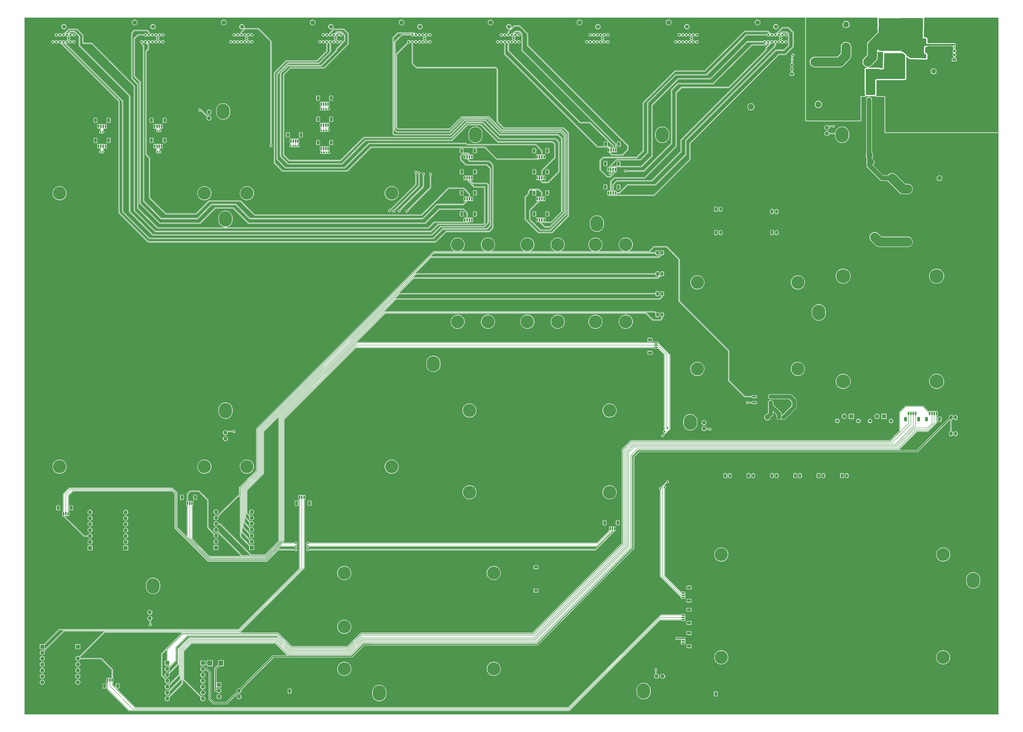
<source format=gbr>
%TF.GenerationSoftware,KiCad,Pcbnew,8.0.4*%
%TF.CreationDate,2025-04-25T16:11:04-06:00*%
%TF.ProjectId,motherboard_v1,6d6f7468-6572-4626-9f61-72645f76312e,rev?*%
%TF.SameCoordinates,Original*%
%TF.FileFunction,Copper,L1,Top*%
%TF.FilePolarity,Positive*%
%FSLAX46Y46*%
G04 Gerber Fmt 4.6, Leading zero omitted, Abs format (unit mm)*
G04 Created by KiCad (PCBNEW 8.0.4) date 2025-04-25 16:11:04*
%MOMM*%
%LPD*%
G01*
G04 APERTURE LIST*
G04 Aperture macros list*
%AMRoundRect*
0 Rectangle with rounded corners*
0 $1 Rounding radius*
0 $2 $3 $4 $5 $6 $7 $8 $9 X,Y pos of 4 corners*
0 Add a 4 corners polygon primitive as box body*
4,1,4,$2,$3,$4,$5,$6,$7,$8,$9,$2,$3,0*
0 Add four circle primitives for the rounded corners*
1,1,$1+$1,$2,$3*
1,1,$1+$1,$4,$5*
1,1,$1+$1,$6,$7*
1,1,$1+$1,$8,$9*
0 Add four rect primitives between the rounded corners*
20,1,$1+$1,$2,$3,$4,$5,0*
20,1,$1+$1,$4,$5,$6,$7,0*
20,1,$1+$1,$6,$7,$8,$9,0*
20,1,$1+$1,$8,$9,$2,$3,0*%
%AMFreePoly0*
4,1,19,0.500000,-0.750000,0.000000,-0.750000,0.000000,-0.744911,-0.071157,-0.744911,-0.207708,-0.704816,-0.327430,-0.627875,-0.420627,-0.520320,-0.479746,-0.390866,-0.500000,-0.250000,-0.500000,0.250000,-0.479746,0.390866,-0.420627,0.520320,-0.327430,0.627875,-0.207708,0.704816,-0.071157,0.744911,0.000000,0.744911,0.000000,0.750000,0.500000,0.750000,0.500000,-0.750000,0.500000,-0.750000,
$1*%
%AMFreePoly1*
4,1,19,0.000000,0.744911,0.071157,0.744911,0.207708,0.704816,0.327430,0.627875,0.420627,0.520320,0.479746,0.390866,0.500000,0.250000,0.500000,-0.250000,0.479746,-0.390866,0.420627,-0.520320,0.327430,-0.627875,0.207708,-0.704816,0.071157,-0.744911,0.000000,-0.744911,0.000000,-0.750000,-0.500000,-0.750000,-0.500000,0.750000,0.000000,0.750000,0.000000,0.744911,0.000000,0.744911,
$1*%
G04 Aperture macros list end*
%TA.AperFunction,SMDPad,CuDef*%
%ADD10RoundRect,0.250000X-0.650000X0.325000X-0.650000X-0.325000X0.650000X-0.325000X0.650000X0.325000X0*%
%TD*%
%TA.AperFunction,ComponentPad*%
%ADD11O,5.600000X6.600000*%
%TD*%
%TA.AperFunction,ComponentPad*%
%ADD12C,2.000000*%
%TD*%
%TA.AperFunction,SMDPad,CuDef*%
%ADD13RoundRect,0.135000X-0.185000X0.135000X-0.185000X-0.135000X0.185000X-0.135000X0.185000X0.135000X0*%
%TD*%
%TA.AperFunction,ComponentPad*%
%ADD14C,1.700000*%
%TD*%
%TA.AperFunction,ComponentPad*%
%ADD15C,1.000000*%
%TD*%
%TA.AperFunction,ComponentPad*%
%ADD16RoundRect,0.250000X0.625000X-0.350000X0.625000X0.350000X-0.625000X0.350000X-0.625000X-0.350000X0*%
%TD*%
%TA.AperFunction,ComponentPad*%
%ADD17O,1.750000X1.200000*%
%TD*%
%TA.AperFunction,SMDPad,CuDef*%
%ADD18RoundRect,0.150000X-0.625000X0.150000X-0.625000X-0.150000X0.625000X-0.150000X0.625000X0.150000X0*%
%TD*%
%TA.AperFunction,SMDPad,CuDef*%
%ADD19RoundRect,0.250000X-0.650000X0.350000X-0.650000X-0.350000X0.650000X-0.350000X0.650000X0.350000X0*%
%TD*%
%TA.AperFunction,SMDPad,CuDef*%
%ADD20RoundRect,0.150000X-0.150000X-0.625000X0.150000X-0.625000X0.150000X0.625000X-0.150000X0.625000X0*%
%TD*%
%TA.AperFunction,SMDPad,CuDef*%
%ADD21RoundRect,0.250000X-0.350000X-0.650000X0.350000X-0.650000X0.350000X0.650000X-0.350000X0.650000X0*%
%TD*%
%TA.AperFunction,SMDPad,CuDef*%
%ADD22RoundRect,0.135000X-0.135000X-0.185000X0.135000X-0.185000X0.135000X0.185000X-0.135000X0.185000X0*%
%TD*%
%TA.AperFunction,ComponentPad*%
%ADD23RoundRect,0.250000X-0.350000X-0.625000X0.350000X-0.625000X0.350000X0.625000X-0.350000X0.625000X0*%
%TD*%
%TA.AperFunction,ComponentPad*%
%ADD24O,1.200000X1.750000*%
%TD*%
%TA.AperFunction,SMDPad,CuDef*%
%ADD25RoundRect,0.155000X0.212500X0.155000X-0.212500X0.155000X-0.212500X-0.155000X0.212500X-0.155000X0*%
%TD*%
%TA.AperFunction,SMDPad,CuDef*%
%ADD26RoundRect,0.150000X0.150000X0.625000X-0.150000X0.625000X-0.150000X-0.625000X0.150000X-0.625000X0*%
%TD*%
%TA.AperFunction,SMDPad,CuDef*%
%ADD27RoundRect,0.250000X0.350000X0.650000X-0.350000X0.650000X-0.350000X-0.650000X0.350000X-0.650000X0*%
%TD*%
%TA.AperFunction,ComponentPad*%
%ADD28C,1.350000*%
%TD*%
%TA.AperFunction,ComponentPad*%
%ADD29R,1.800000X1.800000*%
%TD*%
%TA.AperFunction,ComponentPad*%
%ADD30C,1.800000*%
%TD*%
%TA.AperFunction,ComponentPad*%
%ADD31R,1.700000X1.700000*%
%TD*%
%TA.AperFunction,ComponentPad*%
%ADD32O,1.700000X1.700000*%
%TD*%
%TA.AperFunction,ComponentPad*%
%ADD33C,2.600000*%
%TD*%
%TA.AperFunction,ComponentPad*%
%ADD34C,2.500000*%
%TD*%
%TA.AperFunction,ComponentPad*%
%ADD35O,1.200000X3.800000*%
%TD*%
%TA.AperFunction,ComponentPad*%
%ADD36O,1.200000X2.500000*%
%TD*%
%TA.AperFunction,SMDPad,CuDef*%
%ADD37RoundRect,0.155000X-0.155000X0.212500X-0.155000X-0.212500X0.155000X-0.212500X0.155000X0.212500X0*%
%TD*%
%TA.AperFunction,ComponentPad*%
%ADD38C,5.600000*%
%TD*%
%TA.AperFunction,SMDPad,CuDef*%
%ADD39O,2.000000X0.900000*%
%TD*%
%TA.AperFunction,SMDPad,CuDef*%
%ADD40RoundRect,0.250000X-1.000000X-0.650000X1.000000X-0.650000X1.000000X0.650000X-1.000000X0.650000X0*%
%TD*%
%TA.AperFunction,SMDPad,CuDef*%
%ADD41RoundRect,0.250000X-0.325000X-0.650000X0.325000X-0.650000X0.325000X0.650000X-0.325000X0.650000X0*%
%TD*%
%TA.AperFunction,SMDPad,CuDef*%
%ADD42RoundRect,0.225000X0.225000X0.250000X-0.225000X0.250000X-0.225000X-0.250000X0.225000X-0.250000X0*%
%TD*%
%TA.AperFunction,ComponentPad*%
%ADD43C,3.000000*%
%TD*%
%TA.AperFunction,SMDPad,CuDef*%
%ADD44FreePoly0,270.000000*%
%TD*%
%TA.AperFunction,SMDPad,CuDef*%
%ADD45FreePoly1,270.000000*%
%TD*%
%TA.AperFunction,SMDPad,CuDef*%
%ADD46RoundRect,0.237500X0.237500X-0.287500X0.237500X0.287500X-0.237500X0.287500X-0.237500X-0.287500X0*%
%TD*%
%TA.AperFunction,ComponentPad*%
%ADD47C,6.000000*%
%TD*%
%TA.AperFunction,SMDPad,CuDef*%
%ADD48R,2.047000X2.192000*%
%TD*%
%TA.AperFunction,SMDPad,CuDef*%
%ADD49FreePoly0,180.000000*%
%TD*%
%TA.AperFunction,SMDPad,CuDef*%
%ADD50FreePoly1,180.000000*%
%TD*%
%TA.AperFunction,SMDPad,CuDef*%
%ADD51RoundRect,0.150000X0.625000X-0.150000X0.625000X0.150000X-0.625000X0.150000X-0.625000X-0.150000X0*%
%TD*%
%TA.AperFunction,SMDPad,CuDef*%
%ADD52RoundRect,0.250000X0.650000X-0.350000X0.650000X0.350000X-0.650000X0.350000X-0.650000X-0.350000X0*%
%TD*%
%TA.AperFunction,SMDPad,CuDef*%
%ADD53RoundRect,0.250000X-1.950000X-1.000000X1.950000X-1.000000X1.950000X1.000000X-1.950000X1.000000X0*%
%TD*%
%TA.AperFunction,SMDPad,CuDef*%
%ADD54R,3.320000X2.150000*%
%TD*%
%TA.AperFunction,SMDPad,CuDef*%
%ADD55RoundRect,0.155000X0.155000X-0.212500X0.155000X0.212500X-0.155000X0.212500X-0.155000X-0.212500X0*%
%TD*%
%TA.AperFunction,SMDPad,CuDef*%
%ADD56RoundRect,0.225000X0.250000X-0.225000X0.250000X0.225000X-0.250000X0.225000X-0.250000X-0.225000X0*%
%TD*%
%TA.AperFunction,ViaPad*%
%ADD57C,0.800000*%
%TD*%
%TA.AperFunction,ViaPad*%
%ADD58C,2.200000*%
%TD*%
%TA.AperFunction,Conductor*%
%ADD59C,0.127000*%
%TD*%
%TA.AperFunction,Conductor*%
%ADD60C,1.750000*%
%TD*%
%TA.AperFunction,Conductor*%
%ADD61C,4.000000*%
%TD*%
%TA.AperFunction,Conductor*%
%ADD62C,0.500000*%
%TD*%
%TA.AperFunction,Conductor*%
%ADD63C,0.200000*%
%TD*%
%TA.AperFunction,Conductor*%
%ADD64C,2.000000*%
%TD*%
%TA.AperFunction,Conductor*%
%ADD65C,0.800000*%
%TD*%
%TA.AperFunction,Conductor*%
%ADD66C,0.250000*%
%TD*%
G04 APERTURE END LIST*
D10*
%TO.P,C16,1*%
%TO.N,GNDPWR*%
X366000000Y-32200000D03*
%TO.P,C16,2*%
%TO.N,GND*%
X366000000Y-35150000D03*
%TD*%
D11*
%TO.P,H7,1,1*%
%TO.N,Earth_Protective*%
X265050000Y-288150000D03*
%TD*%
D12*
%TO.P,U2,1,+VIN*%
%TO.N,/24V to 5V Power/Vin*%
X373960000Y-22990000D03*
%TO.P,U2,2,-VIN*%
%TO.N,GNDPWR*%
X379040000Y-22990000D03*
%TO.P,U2,3,CNT*%
%TO.N,unconnected-(U2-CNT-Pad3)*%
X389200000Y-22990000D03*
%TO.P,U2,4,TRIM*%
%TO.N,unconnected-(U2-TRIM-Pad4)*%
X391740000Y-68710000D03*
%TO.P,U2,5,-VO*%
%TO.N,GND*%
X381580000Y-68710000D03*
%TO.P,U2,6,+VO*%
%TO.N,Net-(D7-A1)*%
X371420000Y-68710000D03*
%TD*%
D13*
%TO.P,R1,1*%
%TO.N,+24V*%
X398085002Y-11595000D03*
%TO.P,R1,2*%
%TO.N,Net-(D5-A)*%
X398085002Y-12615000D03*
%TD*%
D14*
%TO.P,J7,*%
%TO.N,*%
X245500000Y-3900000D03*
D15*
%TO.P,J7,1,D2+*%
%TO.N,Net-(J19-VCC)*%
X240750000Y-10400000D03*
%TO.P,J7,2,D2S*%
%TO.N,GND*%
X241500000Y-8900000D03*
%TO.P,J7,3,D2-*%
%TO.N,Net-(J19-SDA)*%
X242250000Y-10400000D03*
%TO.P,J7,4,D1+*%
%TO.N,Net-(J19-gnd)*%
X242250000Y-7400000D03*
%TO.P,J7,5,D1S*%
%TO.N,GND*%
X243000000Y-8900000D03*
%TO.P,J7,6,D1-*%
%TO.N,Net-(J19-SCL)*%
X243750000Y-7400000D03*
%TO.P,J7,7,D0+*%
%TO.N,Net-(J22-VCC)*%
X243750000Y-10400000D03*
%TO.P,J7,8,D0S*%
%TO.N,GND*%
X244500000Y-8900000D03*
%TO.P,J7,9,D0-*%
%TO.N,Net-(J22-SDA)*%
X245250000Y-10400000D03*
%TO.P,J7,10,CK+*%
%TO.N,Net-(J22-gnd)*%
X245250000Y-7400000D03*
%TO.P,J7,11,CKS*%
%TO.N,GND*%
X246000000Y-8900000D03*
%TO.P,J7,12,CK-*%
%TO.N,Net-(J22-SCL)*%
X246750000Y-7400000D03*
%TO.P,J7,13,CEC*%
%TO.N,unconnected-(J7-CEC-Pad13)*%
X246750000Y-10400000D03*
%TO.P,J7,14,UTILITY*%
%TO.N,unconnected-(J7-UTILITY-Pad14)*%
X247500000Y-8900000D03*
%TO.P,J7,15,SCL*%
%TO.N,unconnected-(J7-SCL-Pad15)*%
X248250000Y-10400000D03*
%TO.P,J7,16,SDA*%
%TO.N,unconnected-(J7-SDA-Pad16)*%
X248250000Y-7400000D03*
%TO.P,J7,17,GND*%
%TO.N,GND*%
X249000000Y-8900000D03*
%TO.P,J7,18,+5V*%
%TO.N,unconnected-(J7-+5V-Pad18)*%
X249750000Y-7400000D03*
%TO.P,J7,19,HPD*%
%TO.N,unconnected-(J7-HPD-Pad19)*%
X249750000Y-10400000D03*
D12*
%TO.P,J7,20,SH*%
%TO.N,GND*%
X253350000Y-2100000D03*
%TO.P,J7,21,SH*%
%TO.N,unconnected-(J7-SH-Pad21)*%
X237650000Y-2100000D03*
%TD*%
D16*
%TO.P,UartMux1,1,Pin_1*%
%TO.N,+5V*%
X219000000Y-235150000D03*
D17*
%TO.P,UartMux1,2,Pin_2*%
%TO.N,GND*%
X219000000Y-233150000D03*
%TD*%
D18*
%TO.P,C10,1,gnd*%
%TO.N,GND*%
X282000000Y-245158274D03*
%TO.P,C10,2,VCC*%
%TO.N,/Q2_3.3V*%
X282000000Y-246158274D03*
%TO.P,C10,3,SDA*%
%TO.N,/HP_q2_SDA 1*%
X282000000Y-247158274D03*
%TO.P,C10,4,SCL*%
%TO.N,/HP_q2_SCL 1*%
X282000000Y-248158274D03*
D19*
%TO.P,C10,MP*%
%TO.N,N/C*%
X284525000Y-243858274D03*
X284525000Y-249458274D03*
%TD*%
D20*
%TO.P,J40,1,gnd*%
%TO.N,Net-(J40-gnd)*%
X250000000Y-65000000D03*
%TO.P,J40,2,VCC*%
%TO.N,Net-(J40-VCC)*%
X251000000Y-65000000D03*
%TO.P,J40,3,SDA*%
%TO.N,Net-(J40-SDA)*%
X252000000Y-65000000D03*
%TO.P,J40,4,SCL*%
%TO.N,Net-(J40-SCL)*%
X253000000Y-65000000D03*
D21*
%TO.P,J40,MP*%
%TO.N,N/C*%
X248700000Y-62475000D03*
X254300000Y-62475000D03*
%TD*%
D22*
%TO.P,R3,1*%
%TO.N,GND*%
X308365000Y-164755000D03*
%TO.P,R3,2*%
%TO.N,Net-(R3-Pad2)*%
X309385000Y-164755000D03*
%TD*%
D20*
%TO.P,C6,1,gnd*%
%TO.N,GND*%
X249700000Y-218675000D03*
%TO.P,C6,2,VCC*%
%TO.N,/Q1_3.3V*%
X250700000Y-218675000D03*
%TO.P,C6,3,SDA*%
%TO.N,/Q1_SDA 1*%
X251700000Y-218675000D03*
%TO.P,C6,4,SCL*%
%TO.N,/Q1_SCL 1*%
X252700000Y-218675000D03*
D21*
%TO.P,C6,MP*%
%TO.N,N/C*%
X248400000Y-216150000D03*
X254000000Y-216150000D03*
%TD*%
D23*
%TO.P,J45,1,Pin_1*%
%TO.N,Net-(J3-D1+)*%
X296000000Y-92000000D03*
D24*
%TO.P,J45,2,Pin_2*%
%TO.N,Net-(J3-D1-)*%
X298000000Y-92000000D03*
%TD*%
D20*
%TO.P,J31,1,gnd*%
%TO.N,unconnected-(J31-gnd-Pad1)*%
X188500000Y-77525000D03*
%TO.P,J31,2,VCC*%
%TO.N,Net-(J2-D2+)*%
X189500000Y-77525000D03*
%TO.P,J31,3,SDA*%
%TO.N,Net-(J2-D2-)*%
X190500000Y-77525000D03*
%TO.P,J31,4,SCL*%
%TO.N,unconnected-(J31-SCL-Pad4)*%
X191500000Y-77525000D03*
D21*
%TO.P,J31,MP*%
%TO.N,N/C*%
X187200000Y-75000000D03*
X192800000Y-75000000D03*
%TD*%
D25*
%TO.P,C18,1*%
%TO.N,GND*%
X347344500Y-46511000D03*
%TO.P,C18,2*%
%TO.N,Net-(J52-Pin_3)*%
X346209500Y-46511000D03*
%TD*%
D14*
%TO.P,J3,*%
%TO.N,*%
X93100000Y-3900000D03*
D15*
%TO.P,J3,1,D2+*%
%TO.N,Net-(J3-D2+)*%
X88350000Y-10400000D03*
%TO.P,J3,2,D2S*%
%TO.N,GND*%
X89100000Y-8900000D03*
%TO.P,J3,3,D2-*%
%TO.N,Net-(J3-D2-)*%
X89850000Y-10400000D03*
%TO.P,J3,4,D1+*%
%TO.N,Net-(J3-D1+)*%
X89850000Y-7400000D03*
%TO.P,J3,5,D1S*%
%TO.N,GND*%
X90600000Y-8900000D03*
%TO.P,J3,6,D1-*%
%TO.N,Net-(J3-D1-)*%
X91350000Y-7400000D03*
%TO.P,J3,7,D0+*%
%TO.N,Net-(J14-VCC)*%
X91350000Y-10400000D03*
%TO.P,J3,8,D0S*%
%TO.N,GND*%
X92100000Y-8900000D03*
%TO.P,J3,9,D0-*%
%TO.N,Net-(J14-SDA)*%
X92850000Y-10400000D03*
%TO.P,J3,10,CK+*%
%TO.N,Net-(J14-gnd)*%
X92850000Y-7400000D03*
%TO.P,J3,11,CKS*%
%TO.N,GND*%
X93600000Y-8900000D03*
%TO.P,J3,12,CK-*%
%TO.N,Net-(J14-SCL)*%
X94350000Y-7400000D03*
%TO.P,J3,13,CEC*%
%TO.N,unconnected-(J3-CEC-Pad13)*%
X94350000Y-10400000D03*
%TO.P,J3,14,UTILITY*%
%TO.N,unconnected-(J3-UTILITY-Pad14)*%
X95100000Y-8900000D03*
%TO.P,J3,15,SCL*%
%TO.N,unconnected-(J3-SCL-Pad15)*%
X95850000Y-10400000D03*
%TO.P,J3,16,SDA*%
%TO.N,unconnected-(J3-SDA-Pad16)*%
X95850000Y-7400000D03*
%TO.P,J3,17,GND*%
%TO.N,GND*%
X96600000Y-8900000D03*
%TO.P,J3,18,+5V*%
%TO.N,unconnected-(J3-+5V-Pad18)*%
X97350000Y-7400000D03*
%TO.P,J3,19,HPD*%
%TO.N,unconnected-(J3-HPD-Pad19)*%
X97350000Y-10400000D03*
D12*
%TO.P,J3,20,SH*%
%TO.N,GND*%
X100950000Y-2100000D03*
%TO.P,J3,21,SH*%
%TO.N,unconnected-(J3-SH-Pad21)*%
X85250000Y-2100000D03*
%TD*%
D26*
%TO.P,C5,1,gnd*%
%TO.N,GND*%
X38550000Y-283425000D03*
%TO.P,C5,2,VCC*%
%TO.N,/Q3_3.3V*%
X37550000Y-283425000D03*
%TO.P,C5,3,SDA*%
%TO.N,/Q3_SDA 1*%
X36550000Y-283425000D03*
%TO.P,C5,4,SCL*%
%TO.N,/Q3_SCL 1*%
X35550000Y-283425000D03*
D27*
%TO.P,C5,MP*%
%TO.N,N/C*%
X39850000Y-285950000D03*
X34250000Y-285950000D03*
%TD*%
D20*
%TO.P,J27,1,gnd*%
%TO.N,unconnected-(J27-gnd-Pad1)*%
X219500000Y-68525000D03*
%TO.P,J27,2,VCC*%
%TO.N,Net-(J27-VCC)*%
X220500000Y-68525000D03*
%TO.P,J27,3,SDA*%
%TO.N,Net-(J27-SDA)*%
X221500000Y-68525000D03*
%TO.P,J27,4,SCL*%
%TO.N,unconnected-(J27-SCL-Pad4)*%
X222500000Y-68525000D03*
D21*
%TO.P,J27,MP*%
%TO.N,N/C*%
X218200000Y-66000000D03*
X223800000Y-66000000D03*
%TD*%
D28*
%TO.P,J10,*%
%TO.N,*%
X348000000Y-172561726D03*
X357000000Y-172561726D03*
D29*
%TO.P,J10,1,Pin_1*%
%TO.N,GNDPWR*%
X354000000Y-170601726D03*
D30*
%TO.P,J10,2,Pin_2*%
%TO.N,+24V*%
X351000000Y-170601726D03*
%TD*%
D20*
%TO.P,C11,1,gnd*%
%TO.N,GND*%
X68750000Y-207800000D03*
%TO.P,C11,2,VCC*%
%TO.N,/Q2_3.3V*%
X69750000Y-207800000D03*
%TO.P,C11,3,SDA*%
%TO.N,/HP_q2_SDA 1*%
X70750000Y-207800000D03*
%TO.P,C11,4,SCL*%
%TO.N,/HP_q2_SCL 1*%
X71750000Y-207800000D03*
D21*
%TO.P,C11,MP*%
%TO.N,N/C*%
X67450000Y-205275000D03*
X73050000Y-205275000D03*
%TD*%
D31*
%TO.P,q10,1,Pin_1*%
%TO.N,unconnected-(q10-Pin_1-Pad1)*%
X43310000Y-226900000D03*
D32*
%TO.P,q10,2,Pin_2*%
%TO.N,unconnected-(q10-Pin_2-Pad2)*%
X43310000Y-224360000D03*
%TO.P,q10,3,Pin_3*%
%TO.N,unconnected-(q10-Pin_3-Pad3)*%
X43310000Y-221820000D03*
%TO.P,q10,4,Pin_4*%
%TO.N,unconnected-(q10-Pin_4-Pad4)*%
X43310000Y-219280000D03*
%TO.P,q10,5,Pin_5*%
%TO.N,unconnected-(q10-Pin_5-Pad5)*%
X43310000Y-216740000D03*
%TO.P,q10,6,Pin_6*%
%TO.N,unconnected-(q10-Pin_6-Pad6)*%
X43310000Y-214200000D03*
%TO.P,q10,7,Pin_7*%
%TO.N,unconnected-(q10-Pin_7-Pad7)*%
X43310000Y-211660000D03*
%TD*%
D20*
%TO.P,J29,1,gnd*%
%TO.N,Net-(J29-gnd)*%
X127000000Y-56000000D03*
%TO.P,J29,2,VCC*%
%TO.N,Net-(J29-VCC)*%
X128000000Y-56000000D03*
%TO.P,J29,3,SDA*%
%TO.N,Net-(J29-SDA)*%
X129000000Y-56000000D03*
%TO.P,J29,4,SCL*%
%TO.N,Net-(J29-SCL)*%
X130000000Y-56000000D03*
D21*
%TO.P,J29,MP*%
%TO.N,N/C*%
X125700000Y-53475000D03*
X131300000Y-53475000D03*
%TD*%
D23*
%TO.P,J18,1,Pin_1*%
%TO.N,+5V*%
X113475000Y-288175000D03*
D24*
%TO.P,J18,2,Pin_2*%
%TO.N,GND*%
X115475000Y-288175000D03*
%TD*%
D33*
%TO.P,J51,1,Pin_1*%
%TO.N,+5V*%
X311000000Y-38150000D03*
%TD*%
D23*
%TO.P,J35,1,Pin_1*%
%TO.N,Net-(J35-Pin_1)*%
X350000000Y-196000000D03*
D24*
%TO.P,J35,2,Pin_2*%
%TO.N,Net-(J35-Pin_2)*%
X352000000Y-196000000D03*
%TD*%
D11*
%TO.P,H12,1,1*%
%TO.N,Earth_Protective*%
X273050000Y-50150000D03*
%TD*%
D20*
%TO.P,J33,1,gnd*%
%TO.N,unconnected-(J33-gnd-Pad1)*%
X219500000Y-86525000D03*
%TO.P,J33,2,VCC*%
%TO.N,Net-(J33-VCC)*%
X220500000Y-86525000D03*
%TO.P,J33,3,SDA*%
%TO.N,Net-(J33-SDA)*%
X221500000Y-86525000D03*
%TO.P,J33,4,SCL*%
%TO.N,unconnected-(J33-SCL-Pad4)*%
X222500000Y-86525000D03*
D21*
%TO.P,J33,MP*%
%TO.N,N/C*%
X218200000Y-84000000D03*
X223800000Y-84000000D03*
%TD*%
D31*
%TO.P,J57,1,Pin_1*%
%TO.N,GND*%
X53625000Y-251947000D03*
D32*
%TO.P,J57,2,Pin_2*%
%TO.N,Earth_Protective*%
X53625000Y-254487000D03*
%TO.P,J57,3,Pin_3*%
%TO.N,Net-(J57-Pin_3)*%
X53625000Y-257027000D03*
%TD*%
D23*
%TO.P,HPHpower1,1,Pin_1*%
%TO.N,Net-(HPHpower1-Pin_1)*%
X329490000Y-163946726D03*
D24*
%TO.P,HPHpower1,2,Pin_2*%
%TO.N,GND*%
X331490000Y-163946726D03*
%TD*%
D14*
%TO.P,J1,*%
%TO.N,*%
X16900000Y-3900000D03*
D15*
%TO.P,J1,1,D2+*%
%TO.N,Net-(J1-D2+)*%
X12150000Y-10400000D03*
%TO.P,J1,2,D2S*%
%TO.N,GND*%
X12900000Y-8900000D03*
%TO.P,J1,3,D2-*%
%TO.N,Net-(J1-D2-)*%
X13650000Y-10400000D03*
%TO.P,J1,4,D1+*%
%TO.N,Net-(J1-D1+)*%
X13650000Y-7400000D03*
%TO.P,J1,5,D1S*%
%TO.N,GND*%
X14400000Y-8900000D03*
%TO.P,J1,6,D1-*%
%TO.N,Net-(J1-D1-)*%
X15150000Y-7400000D03*
%TO.P,J1,7,D0+*%
%TO.N,Net-(J1-D0+)*%
X15150000Y-10400000D03*
%TO.P,J1,8,D0S*%
%TO.N,GND*%
X15900000Y-8900000D03*
%TO.P,J1,9,D0-*%
%TO.N,Net-(J1-D0-)*%
X16650000Y-10400000D03*
%TO.P,J1,10,CK+*%
%TO.N,Net-(J1-CK+)*%
X16650000Y-7400000D03*
%TO.P,J1,11,CKS*%
%TO.N,GND*%
X17400000Y-8900000D03*
%TO.P,J1,12,CK-*%
%TO.N,Net-(J1-CK-)*%
X18150000Y-7400000D03*
%TO.P,J1,13,CEC*%
%TO.N,unconnected-(J1-CEC-Pad13)*%
X18150000Y-10400000D03*
%TO.P,J1,14,UTILITY*%
%TO.N,unconnected-(J1-UTILITY-Pad14)*%
X18900000Y-8900000D03*
%TO.P,J1,15,SCL*%
%TO.N,unconnected-(J1-SCL-Pad15)*%
X19650000Y-10400000D03*
%TO.P,J1,16,SDA*%
%TO.N,unconnected-(J1-SDA-Pad16)*%
X19650000Y-7400000D03*
%TO.P,J1,17,GND*%
%TO.N,GND*%
X20400000Y-8900000D03*
%TO.P,J1,18,+5V*%
%TO.N,unconnected-(J1-+5V-Pad18)*%
X21150000Y-7400000D03*
%TO.P,J1,19,HPD*%
%TO.N,unconnected-(J1-HPD-Pad19)*%
X21150000Y-10400000D03*
D12*
%TO.P,J1,20,SH*%
%TO.N,GND*%
X24750000Y-2100000D03*
%TO.P,J1,21,SH*%
X9050000Y-2100000D03*
%TD*%
D20*
%TO.P,J26,1,gnd*%
%TO.N,unconnected-(J26-gnd-Pad1)*%
X188500000Y-59525000D03*
%TO.P,J26,2,VCC*%
%TO.N,Net-(J1-D0+)*%
X189500000Y-59525000D03*
%TO.P,J26,3,SDA*%
%TO.N,Net-(J1-D0-)*%
X190500000Y-59525000D03*
%TO.P,J26,4,SCL*%
%TO.N,unconnected-(J26-SCL-Pad4)*%
X191500000Y-59525000D03*
D21*
%TO.P,J26,MP*%
%TO.N,N/C*%
X187200000Y-57000000D03*
X192800000Y-57000000D03*
%TD*%
D33*
%TO.P,J16,1,Pin_1*%
%TO.N,VS*%
X339860000Y-37170000D03*
%TD*%
D23*
%TO.P,WU_D_GND1,1,Pin_1*%
%TO.N,GND1*%
X396625000Y-171075000D03*
D24*
%TO.P,WU_D_GND1,2,Pin_2*%
X398625000Y-171075000D03*
%TD*%
D23*
%TO.P,J41,1,Pin_1*%
%TO.N,Net-(J41-Pin_1)*%
X320000000Y-83000000D03*
D24*
%TO.P,J41,2,Pin_2*%
%TO.N,Net-(J41-Pin_2)*%
X322000000Y-83000000D03*
%TD*%
D31*
%TO.P,q9,1,Pin_1*%
%TO.N,unconnected-(q9-Pin_1-Pad1)*%
X28070000Y-226900000D03*
D32*
%TO.P,q9,2,Pin_2*%
%TO.N,unconnected-(q9-Pin_2-Pad2)*%
X28070000Y-224360000D03*
%TO.P,q9,3,Pin_3*%
%TO.N,unconnected-(q9-Pin_3-Pad3)*%
X28070000Y-221820000D03*
%TO.P,q9,4,Pin_4*%
%TO.N,unconnected-(q9-Pin_4-Pad4)*%
X28070000Y-219280000D03*
%TO.P,q9,5,Pin_5*%
%TO.N,unconnected-(q9-Pin_5-Pad5)*%
X28070000Y-216740000D03*
%TO.P,q9,6,Pin_6*%
%TO.N,unconnected-(q9-Pin_6-Pad6)*%
X28070000Y-214200000D03*
%TO.P,q9,7,Pin_7*%
%TO.N,unconnected-(q9-Pin_7-Pad7)*%
X28070000Y-211660000D03*
%TD*%
D20*
%TO.P,J23,1,gnd*%
%TO.N,unconnected-(J23-gnd-Pad1)*%
X55700000Y-55025000D03*
%TO.P,J23,2,VCC*%
%TO.N,Net-(J23-VCC)*%
X56700000Y-55025000D03*
%TO.P,J23,3,SDA*%
%TO.N,Net-(J23-SDA)*%
X57700000Y-55025000D03*
%TO.P,J23,4,SCL*%
%TO.N,unconnected-(J23-SCL-Pad4)*%
X58700000Y-55025000D03*
D21*
%TO.P,J23,MP*%
%TO.N,N/C*%
X54400000Y-52500000D03*
X60000000Y-52500000D03*
%TD*%
D30*
%TO.P,RV1,1*%
%TO.N,+24V*%
X379490000Y-4353000D03*
%TO.P,RV1,2*%
%TO.N,GNDPWR*%
X386990000Y-4353000D03*
%TD*%
D31*
%TO.P,J52,1,Pin_1*%
%TO.N,GND*%
X343539000Y-52165000D03*
D32*
%TO.P,J52,2,Pin_2*%
%TO.N,Earth_Protective*%
X343539000Y-49625000D03*
%TO.P,J52,3,Pin_3*%
%TO.N,Net-(J52-Pin_3)*%
X343539000Y-47085000D03*
%TD*%
D11*
%TO.P,H8,1,1*%
%TO.N,Earth_Protective*%
X55050000Y-243150000D03*
%TD*%
D20*
%TO.P,J25,1,gnd*%
%TO.N,unconnected-(J25-gnd-Pad1)*%
X219500000Y-59525000D03*
%TO.P,J25,2,VCC*%
%TO.N,Net-(J25-VCC)*%
X220500000Y-59525000D03*
%TO.P,J25,3,SDA*%
%TO.N,Net-(J25-SDA)*%
X221500000Y-59525000D03*
%TO.P,J25,4,SCL*%
%TO.N,unconnected-(J25-SCL-Pad4)*%
X222500000Y-59525000D03*
D21*
%TO.P,J25,MP*%
%TO.N,N/C*%
X218200000Y-57000000D03*
X223800000Y-57000000D03*
%TD*%
D34*
%TO.P,DC1,*%
%TO.N,*%
X351730000Y-2960000D03*
D35*
%TO.P,DC1,1,1*%
%TO.N,GNDPWR*%
X357860000Y-2000000D03*
D36*
%TO.P,DC1,2,2*%
X356930000Y-9210000D03*
%TO.P,DC1,3,3*%
X351730000Y-9210000D03*
D12*
%TO.P,DC1,4,4*%
%TO.N,VS*%
X351730000Y-12460000D03*
D35*
%TO.P,DC1,6,6*%
%TO.N,GNDPWR*%
X348000000Y-2000000D03*
%TD*%
D20*
%TO.P,C7,1,gnd*%
%TO.N,GND*%
X15690000Y-212300000D03*
%TO.P,C7,2,VCC*%
%TO.N,/Q1_3.3V*%
X16690000Y-212300000D03*
%TO.P,C7,3,SDA*%
%TO.N,/Q1_SDA 1*%
X17690000Y-212300000D03*
%TO.P,C7,4,SCL*%
%TO.N,/Q1_SCL 1*%
X18690000Y-212300000D03*
D21*
%TO.P,C7,MP*%
%TO.N,N/C*%
X14390000Y-209775000D03*
X19990000Y-209775000D03*
%TD*%
D11*
%TO.P,H2,1,1*%
%TO.N,Earth_Protective*%
X350050000Y-50150000D03*
%TD*%
D37*
%TO.P,C22,1*%
%TO.N,GND*%
X293517000Y-174941500D03*
%TO.P,C22,2*%
%TO.N,Net-(J56-Pin_3)*%
X293517000Y-176076500D03*
%TD*%
D18*
%TO.P,C9,1,gnd*%
%TO.N,GND*%
X282000000Y-264641726D03*
%TO.P,C9,2,VCC*%
%TO.N,+5V*%
X282000000Y-265641726D03*
%TO.P,C9,3,SDA*%
%TO.N,unconnected-(C9-SDA-Pad3)*%
X282000000Y-266641726D03*
%TO.P,C9,4,SCL*%
%TO.N,unconnected-(C9-SCL-Pad4)*%
X282000000Y-267641726D03*
D19*
%TO.P,C9,MP*%
%TO.N,N/C*%
X284525000Y-263341726D03*
X284525000Y-268941726D03*
%TD*%
D38*
%TO.P,H15,0,0*%
%TO.N,Earth_Protective*%
X298300000Y-229741726D03*
X298300000Y-273741726D03*
X393300000Y-229741726D03*
X393300000Y-273741726D03*
%TD*%
D20*
%TO.P,J34,1,gnd*%
%TO.N,unconnected-(J34-gnd-Pad1)*%
X188500000Y-86525000D03*
%TO.P,J34,2,VCC*%
%TO.N,Net-(J2-D1+)*%
X189500000Y-86525000D03*
%TO.P,J34,3,SDA*%
%TO.N,Net-(J2-D1-)*%
X190500000Y-86525000D03*
%TO.P,J34,4,SCL*%
%TO.N,unconnected-(J34-SCL-Pad4)*%
X191500000Y-86525000D03*
D21*
%TO.P,J34,MP*%
%TO.N,N/C*%
X187200000Y-84000000D03*
X192800000Y-84000000D03*
%TD*%
D20*
%TO.P,J20,1,gnd*%
%TO.N,unconnected-(J20-gnd-Pad1)*%
X55700000Y-46525000D03*
%TO.P,J20,2,VCC*%
%TO.N,Net-(J20-VCC)*%
X56700000Y-46525000D03*
%TO.P,J20,3,SDA*%
%TO.N,Net-(J20-SDA)*%
X57700000Y-46525000D03*
%TO.P,J20,4,SCL*%
%TO.N,unconnected-(J20-SCL-Pad4)*%
X58700000Y-46525000D03*
D21*
%TO.P,J20,MP*%
%TO.N,N/C*%
X54400000Y-44000000D03*
X60000000Y-44000000D03*
%TD*%
D14*
%TO.P,J6,*%
%TO.N,*%
X207400000Y-3900000D03*
D15*
%TO.P,J6,1,D2+*%
%TO.N,Net-(J41-Pin_1)*%
X202650000Y-10400000D03*
%TO.P,J6,2,D2S*%
%TO.N,GND*%
X203400000Y-8900000D03*
%TO.P,J6,3,D2-*%
%TO.N,Net-(J41-Pin_2)*%
X204150000Y-10400000D03*
%TO.P,J6,4,D1+*%
%TO.N,Net-(J44-Pin_1)*%
X204150000Y-7400000D03*
%TO.P,J6,5,D1S*%
%TO.N,GND*%
X204900000Y-8900000D03*
%TO.P,J6,6,D1-*%
%TO.N,Net-(J44-Pin_2)*%
X205650000Y-7400000D03*
%TO.P,J6,7,D0+*%
%TO.N,Net-(J46-VCC)*%
X205650000Y-10400000D03*
%TO.P,J6,8,D0S*%
%TO.N,GND*%
X206400000Y-8900000D03*
%TO.P,J6,9,D0-*%
%TO.N,Net-(J46-SDA)*%
X207150000Y-10400000D03*
%TO.P,J6,10,CK+*%
%TO.N,Net-(J46-gnd)*%
X207150000Y-7400000D03*
%TO.P,J6,11,CKS*%
%TO.N,GND*%
X207900000Y-8900000D03*
%TO.P,J6,12,CK-*%
%TO.N,Net-(J46-SCL)*%
X208650000Y-7400000D03*
%TO.P,J6,13,CEC*%
%TO.N,unconnected-(J6-CEC-Pad13)*%
X208650000Y-10400000D03*
%TO.P,J6,14,UTILITY*%
%TO.N,unconnected-(J6-UTILITY-Pad14)*%
X209400000Y-8900000D03*
%TO.P,J6,15,SCL*%
%TO.N,unconnected-(J6-SCL-Pad15)*%
X210150000Y-10400000D03*
%TO.P,J6,16,SDA*%
%TO.N,unconnected-(J6-SDA-Pad16)*%
X210150000Y-7400000D03*
%TO.P,J6,17,GND*%
%TO.N,GND*%
X210900000Y-8900000D03*
%TO.P,J6,18,+5V*%
%TO.N,unconnected-(J6-+5V-Pad18)*%
X211650000Y-7400000D03*
%TO.P,J6,19,HPD*%
%TO.N,unconnected-(J6-HPD-Pad19)*%
X211650000Y-10400000D03*
D12*
%TO.P,J6,20,SH*%
%TO.N,GND*%
X215250000Y-2100000D03*
%TO.P,J6,21,SH*%
%TO.N,unconnected-(J6-SH-Pad21)*%
X199550000Y-2100000D03*
%TD*%
D38*
%TO.P,L1,1,1*%
%TO.N,Earth_Protective*%
X15000000Y-192150000D03*
X77000000Y-192150000D03*
X15000000Y-75150000D03*
X77000000Y-75150000D03*
%TD*%
D37*
%TO.P,C21,1*%
%TO.N,GND*%
X75000000Y-38432500D03*
%TO.P,C21,2*%
%TO.N,Net-(J55-Pin_3)*%
X75000000Y-39567500D03*
%TD*%
D31*
%TO.P,J55,1,Pin_1*%
%TO.N,GND*%
X79000000Y-37920000D03*
D32*
%TO.P,J55,2,Pin_2*%
%TO.N,Earth_Protective*%
X79000000Y-40460000D03*
%TO.P,J55,3,Pin_3*%
%TO.N,Net-(J55-Pin_3)*%
X79000000Y-43000000D03*
%TD*%
D23*
%TO.P,C1-HP1-1,1,Pin_1*%
%TO.N,Net-(C1-HP1-1-Pin_1)*%
X271000000Y-100641726D03*
D24*
%TO.P,C1-HP1-1,2,Pin_2*%
%TO.N,Net-(C1-HP1-1-Pin_2)*%
X273000000Y-100641726D03*
%TD*%
D31*
%TO.P,J54,1,Pin_1*%
%TO.N,GND*%
X275721000Y-281795000D03*
D32*
%TO.P,J54,2,Pin_2*%
%TO.N,Earth_Protective*%
X273181000Y-281795000D03*
%TO.P,J54,3,Pin_3*%
%TO.N,Net-(J54-Pin_3)*%
X270641000Y-281795000D03*
%TD*%
D20*
%TO.P,J30,1,gnd*%
%TO.N,unconnected-(J30-gnd-Pad1)*%
X219500000Y-77525000D03*
%TO.P,J30,2,VCC*%
%TO.N,Net-(J30-VCC)*%
X220500000Y-77525000D03*
%TO.P,J30,3,SDA*%
%TO.N,Net-(J30-SDA)*%
X221500000Y-77525000D03*
%TO.P,J30,4,SCL*%
%TO.N,unconnected-(J30-SCL-Pad4)*%
X222500000Y-77525000D03*
D21*
%TO.P,J30,MP*%
%TO.N,N/C*%
X218200000Y-75000000D03*
X223800000Y-75000000D03*
%TD*%
D28*
%TO.P,J11,*%
%TO.N,*%
X362000000Y-172601726D03*
X371000000Y-172601726D03*
D29*
%TO.P,J11,1,Pin_1*%
%TO.N,GNDPWR*%
X368000000Y-170641726D03*
D30*
%TO.P,J11,2,Pin_2*%
%TO.N,+24V*%
X365000000Y-170641726D03*
%TD*%
D14*
%TO.P,J4,*%
%TO.N,*%
X131200000Y-3900000D03*
D15*
%TO.P,J4,1,D2+*%
%TO.N,Net-(J20-VCC)*%
X126450000Y-10400000D03*
%TO.P,J4,2,D2S*%
%TO.N,GND*%
X127200000Y-8900000D03*
%TO.P,J4,3,D2-*%
%TO.N,Net-(J20-SDA)*%
X127950000Y-10400000D03*
%TO.P,J4,4,D1+*%
%TO.N,Net-(J23-VCC)*%
X127950000Y-7400000D03*
%TO.P,J4,5,D1S*%
%TO.N,GND*%
X128700000Y-8900000D03*
%TO.P,J4,6,D1-*%
%TO.N,Net-(J23-SDA)*%
X129450000Y-7400000D03*
%TO.P,J4,7,D0+*%
%TO.N,Net-(J25-VCC)*%
X129450000Y-10400000D03*
%TO.P,J4,8,D0S*%
%TO.N,GND*%
X130200000Y-8900000D03*
%TO.P,J4,9,D0-*%
%TO.N,Net-(J25-SDA)*%
X130950000Y-10400000D03*
%TO.P,J4,10,CK+*%
%TO.N,Net-(J27-VCC)*%
X130950000Y-7400000D03*
%TO.P,J4,11,CKS*%
%TO.N,GND*%
X131700000Y-8900000D03*
%TO.P,J4,12,CK-*%
%TO.N,Net-(J27-SDA)*%
X132450000Y-7400000D03*
%TO.P,J4,13,CEC*%
%TO.N,unconnected-(J4-CEC-Pad13)*%
X132450000Y-10400000D03*
%TO.P,J4,14,UTILITY*%
%TO.N,unconnected-(J4-UTILITY-Pad14)*%
X133200000Y-8900000D03*
%TO.P,J4,15,SCL*%
%TO.N,unconnected-(J4-SCL-Pad15)*%
X133950000Y-10400000D03*
%TO.P,J4,16,SDA*%
%TO.N,unconnected-(J4-SDA-Pad16)*%
X133950000Y-7400000D03*
%TO.P,J4,17,GND*%
%TO.N,GND*%
X134700000Y-8900000D03*
%TO.P,J4,18,+5V*%
%TO.N,unconnected-(J4-+5V-Pad18)*%
X135450000Y-7400000D03*
%TO.P,J4,19,HPD*%
%TO.N,unconnected-(J4-HPD-Pad19)*%
X135450000Y-10400000D03*
D12*
%TO.P,J4,20,SH*%
%TO.N,GND*%
X139050000Y-2100000D03*
%TO.P,J4,21,SH*%
%TO.N,unconnected-(J4-SH-Pad21)*%
X123350000Y-2100000D03*
%TD*%
D39*
%TO.P,U1,1,1*%
%TO.N,Net-(q7-GPIO6)*%
X312440001Y-162180000D03*
%TO.P,U1,2,2*%
%TO.N,Net-(R3-Pad2)*%
X312440001Y-164720000D03*
%TO.P,U1,3,3*%
%TO.N,+5V*%
X319440001Y-164720000D03*
%TO.P,U1,4,4*%
%TO.N,Net-(HPHpower1-Pin_1)*%
X319440001Y-162180000D03*
%TD*%
D11*
%TO.P,H9,1,1*%
%TO.N,Earth_Protective*%
X193050000Y-50150000D03*
%TD*%
D20*
%TO.P,J22,1,gnd*%
%TO.N,Net-(J22-gnd)*%
X127000000Y-46000000D03*
%TO.P,J22,2,VCC*%
%TO.N,Net-(J22-VCC)*%
X128000000Y-46000000D03*
%TO.P,J22,3,SDA*%
%TO.N,Net-(J22-SDA)*%
X129000000Y-46000000D03*
%TO.P,J22,4,SCL*%
%TO.N,Net-(J22-SCL)*%
X130000000Y-46000000D03*
D21*
%TO.P,J22,MP*%
%TO.N,N/C*%
X125700000Y-43475000D03*
X131300000Y-43475000D03*
%TD*%
D23*
%TO.P,J38,1,Pin_1*%
%TO.N,Net-(J38-Pin_1)*%
X330000000Y-196000000D03*
D24*
%TO.P,J38,2,Pin_2*%
%TO.N,Net-(J38-Pin_2)*%
X332000000Y-196000000D03*
%TD*%
D38*
%TO.P,D3,1,1*%
%TO.N,Earth_Protective*%
X215266548Y-130141726D03*
X228266548Y-130141726D03*
X215266548Y-97141726D03*
X228266548Y-97141726D03*
%TD*%
D40*
%TO.P,D7,1,A1*%
%TO.N,Net-(D7-A1)*%
X361750000Y-58900000D03*
%TO.P,D7,2,A2*%
%TO.N,GND*%
X365750000Y-58900000D03*
%TD*%
D41*
%TO.P,C17,1*%
%TO.N,Net-(D7-A1)*%
X362800000Y-61900000D03*
%TO.P,C17,2*%
%TO.N,GND*%
X365750000Y-61900000D03*
%TD*%
D13*
%TO.P,R2,1*%
%TO.N,+5V*%
X328665000Y-17345000D03*
%TO.P,R2,2*%
%TO.N,Net-(D6-A)*%
X328665000Y-18365000D03*
%TD*%
D38*
%TO.P,D4,1,1*%
%TO.N,Earth_Protective*%
X185433274Y-130141726D03*
X198433274Y-130141726D03*
X185433274Y-97141726D03*
X198433274Y-97141726D03*
%TD*%
D20*
%TO.P,J46,1,gnd*%
%TO.N,Net-(J46-gnd)*%
X250150000Y-56675000D03*
%TO.P,J46,2,VCC*%
%TO.N,Net-(J46-VCC)*%
X251150000Y-56675000D03*
%TO.P,J46,3,SDA*%
%TO.N,Net-(J46-SDA)*%
X252150000Y-56675000D03*
%TO.P,J46,4,SCL*%
%TO.N,Net-(J46-SCL)*%
X253150000Y-56675000D03*
D21*
%TO.P,J46,MP*%
%TO.N,N/C*%
X248850000Y-54150000D03*
X254450000Y-54150000D03*
%TD*%
D26*
%TO.P,C3,1,gnd*%
%TO.N,GND*%
X120750000Y-205250000D03*
%TO.P,C3,2,VCC*%
%TO.N,/Q3_3.3V*%
X119750000Y-205250000D03*
%TO.P,C3,3,SDA*%
%TO.N,/Q3_Tx0*%
X118750000Y-205250000D03*
%TO.P,C3,4,SCL*%
%TO.N,/Q3_Rx0*%
X117750000Y-205250000D03*
D27*
%TO.P,C3,MP*%
%TO.N,N/C*%
X122050000Y-207775000D03*
X116450000Y-207775000D03*
%TD*%
D20*
%TO.P,J43,1,gnd*%
%TO.N,Net-(J43-gnd)*%
X250000000Y-75000000D03*
%TO.P,J43,2,VCC*%
%TO.N,Net-(J43-VCC)*%
X251000000Y-75000000D03*
%TO.P,J43,3,SDA*%
%TO.N,Net-(J43-SDA)*%
X252000000Y-75000000D03*
%TO.P,J43,4,SCL*%
%TO.N,Net-(J43-SCL)*%
X253000000Y-75000000D03*
D21*
%TO.P,J43,MP*%
%TO.N,N/C*%
X248700000Y-72475000D03*
X254300000Y-72475000D03*
%TD*%
D42*
%TO.P,C13,1*%
%TO.N,+24V*%
X366382600Y-2976000D03*
%TO.P,C13,2*%
%TO.N,GNDPWR*%
X364832600Y-2976000D03*
%TD*%
D11*
%TO.P,H1,1,1*%
%TO.N,Earth_Protective*%
X85050000Y-40150000D03*
%TD*%
D23*
%TO.P,J44,1,Pin_1*%
%TO.N,Net-(J44-Pin_1)*%
X320000000Y-92000000D03*
D24*
%TO.P,J44,2,Pin_2*%
%TO.N,Net-(J44-Pin_2)*%
X322000000Y-92000000D03*
%TD*%
D43*
%TO.P,F2,1*%
%TO.N,Net-(D7-A1)*%
X378100000Y-73350000D03*
%TO.P,F2,2*%
%TO.N,+5V*%
X378100000Y-95950000D03*
%TD*%
D23*
%TO.P,J32,1,Pin_1*%
%TO.N,Net-(J32-Pin_1)*%
X340000000Y-196000000D03*
D24*
%TO.P,J32,2,Pin_2*%
%TO.N,Net-(J32-Pin_2)*%
X342000000Y-196000000D03*
%TD*%
D20*
%TO.P,J14,1,gnd*%
%TO.N,Net-(J14-gnd)*%
X114050000Y-52750000D03*
%TO.P,J14,2,VCC*%
%TO.N,Net-(J14-VCC)*%
X115050000Y-52750000D03*
%TO.P,J14,3,SDA*%
%TO.N,Net-(J14-SDA)*%
X116050000Y-52750000D03*
%TO.P,J14,4,SCL*%
%TO.N,Net-(J14-SCL)*%
X117050000Y-52750000D03*
D21*
%TO.P,J14,MP*%
%TO.N,N/C*%
X112750000Y-50225000D03*
X118350000Y-50225000D03*
%TD*%
D11*
%TO.P,H13,1,1*%
%TO.N,Earth_Protective*%
X340050000Y-126150000D03*
%TD*%
D31*
%TO.P,J12,1,Pin_1*%
%TO.N,GND*%
X91825000Y-285475000D03*
D32*
%TO.P,J12,2,Pin_2*%
%TO.N,GND1*%
X91825000Y-288015000D03*
%TO.P,J12,3,Pin_3*%
%TO.N,unconnected-(J12-Pin_3-Pad3)*%
X91825000Y-290555000D03*
%TD*%
D23*
%TO.P,J42,1,Pin_1*%
%TO.N,Net-(J3-D2+)*%
X296000000Y-82000000D03*
D24*
%TO.P,J42,2,Pin_2*%
%TO.N,Net-(J3-D2-)*%
X298000000Y-82000000D03*
%TD*%
D44*
%TO.P,JP1,1,A*%
%TO.N,Net-(D5-K)*%
X398055000Y-17975000D03*
D45*
%TO.P,JP1,2,B*%
%TO.N,GNDPWR*%
X398055000Y-19275000D03*
%TD*%
D38*
%TO.P,L2,1,1*%
%TO.N,Earth_Protective*%
X95200000Y-192150000D03*
X157200000Y-192150000D03*
X95200000Y-75150000D03*
X157200000Y-75150000D03*
%TD*%
D31*
%TO.P,q2,1,GPIO29*%
%TO.N,/ISMON 1*%
X61110000Y-276150000D03*
D32*
%TO.P,q2,2,GPIO28*%
%TO.N,/CTRL 1*%
X61110000Y-278690000D03*
%TO.P,q2,3,GPIO27*%
%TO.N,/PWM 1*%
X61110000Y-281230000D03*
%TO.P,q2,4,GPIO26*%
%TO.N,/ISMON 2*%
X61110000Y-283770000D03*
%TO.P,q2,5,GPIO24*%
%TO.N,/Switch 1*%
X61110000Y-286310000D03*
%TO.P,q2,6,GPIO25*%
%TO.N,/CTRL 2*%
X61110000Y-288850000D03*
%TO.P,q2,7,GPIO20*%
%TO.N,/PWM 2*%
X61110000Y-291390000D03*
D31*
%TO.P,q2,8,5V*%
%TO.N,Net-(D1-A)*%
X76350000Y-276150000D03*
D32*
%TO.P,q2,9,GND*%
%TO.N,GND1*%
X76350000Y-278690000D03*
%TO.P,q2,10,3.3V*%
%TO.N,unconnected-(q2-3.3V-Pad10)*%
X76350000Y-281230000D03*
%TO.P,q2,11,GPIO3*%
%TO.N,unconnected-(q2-GPIO3-Pad11)*%
X76350000Y-283770000D03*
%TO.P,q2,12,GPIO4*%
%TO.N,unconnected-(q2-GPIO4-Pad12)*%
X76350000Y-286310000D03*
%TO.P,q2,13,GPIO6*%
%TO.N,unconnected-(q2-GPIO6-Pad13)*%
X76350000Y-288850000D03*
%TO.P,q2,14,GPIO5*%
%TO.N,/Switch 2*%
X76350000Y-291390000D03*
%TD*%
D23*
%TO.P,WU_D_GND2,1,Pin_1*%
%TO.N,GND1*%
X396625000Y-178025000D03*
D24*
%TO.P,WU_D_GND2,2,Pin_2*%
X398625000Y-178025000D03*
%TD*%
D23*
%TO.P,C4-HP4-1,1,Pin_1*%
%TO.N,Net-(C4-HP4-1-Pin_1)*%
X271000000Y-127150000D03*
D24*
%TO.P,C4-HP4-1,2,Pin_2*%
%TO.N,Net-(C4-HP4-1-Pin_2)*%
X273000000Y-127150000D03*
%TD*%
D46*
%TO.P,D5,1,K*%
%TO.N,Net-(D5-K)*%
X398115002Y-15965000D03*
%TO.P,D5,2,A*%
%TO.N,Net-(D5-A)*%
X398115002Y-14215000D03*
%TD*%
D14*
%TO.P,J2,*%
%TO.N,*%
X55000000Y-3900000D03*
D15*
%TO.P,J2,1,D2+*%
%TO.N,Net-(J2-D2+)*%
X50250000Y-10400000D03*
%TO.P,J2,2,D2S*%
%TO.N,GND*%
X51000000Y-8900000D03*
%TO.P,J2,3,D2-*%
%TO.N,Net-(J2-D2-)*%
X51750000Y-10400000D03*
%TO.P,J2,4,D1+*%
%TO.N,Net-(J2-D1+)*%
X51750000Y-7400000D03*
%TO.P,J2,5,D1S*%
%TO.N,GND*%
X52500000Y-8900000D03*
%TO.P,J2,6,D1-*%
%TO.N,Net-(J2-D1-)*%
X53250000Y-7400000D03*
%TO.P,J2,7,D0+*%
%TO.N,Net-(J2-D0+)*%
X53250000Y-10400000D03*
%TO.P,J2,8,D0S*%
%TO.N,GND*%
X54000000Y-8900000D03*
%TO.P,J2,9,D0-*%
%TO.N,Net-(J2-D0-)*%
X54750000Y-10400000D03*
%TO.P,J2,10,CK+*%
%TO.N,Net-(J2-CK+)*%
X54750000Y-7400000D03*
%TO.P,J2,11,CKS*%
%TO.N,GND*%
X55500000Y-8900000D03*
%TO.P,J2,12,CK-*%
%TO.N,Net-(J2-CK-)*%
X56250000Y-7400000D03*
%TO.P,J2,13,CEC*%
%TO.N,unconnected-(J2-CEC-Pad13)*%
X56250000Y-10400000D03*
%TO.P,J2,14,UTILITY*%
%TO.N,unconnected-(J2-UTILITY-Pad14)*%
X57000000Y-8900000D03*
%TO.P,J2,15,SCL*%
%TO.N,unconnected-(J2-SCL-Pad15)*%
X57750000Y-10400000D03*
%TO.P,J2,16,SDA*%
%TO.N,unconnected-(J2-SDA-Pad16)*%
X57750000Y-7400000D03*
%TO.P,J2,17,GND*%
%TO.N,GND*%
X58500000Y-8900000D03*
%TO.P,J2,18,+5V*%
%TO.N,unconnected-(J2-+5V-Pad18)*%
X59250000Y-7400000D03*
%TO.P,J2,19,HPD*%
%TO.N,unconnected-(J2-HPD-Pad19)*%
X59250000Y-10400000D03*
D12*
%TO.P,J2,20,SH*%
%TO.N,GND*%
X62850000Y-2100000D03*
%TO.P,J2,21,SH*%
%TO.N,unconnected-(J2-SH-Pad21)*%
X47150000Y-2100000D03*
%TD*%
D25*
%TO.P,C23,1*%
%TO.N,GND*%
X54996500Y-259763000D03*
%TO.P,C23,2*%
%TO.N,Net-(J57-Pin_3)*%
X53861500Y-259763000D03*
%TD*%
D26*
%TO.P,C4,1,gnd*%
%TO.N,/Switch 2*%
X390500000Y-169316726D03*
%TO.P,C4,2,VCC*%
%TO.N,/PWM 2*%
X389500000Y-169316726D03*
%TO.P,C4,3,SDA*%
%TO.N,/CTRL 2*%
X388500000Y-169316726D03*
%TO.P,C4,4,SCL*%
%TO.N,/ISMON 2*%
X387500000Y-169316726D03*
D27*
%TO.P,C4,MP*%
%TO.N,N/C*%
X391800000Y-171841726D03*
X386200000Y-171841726D03*
%TD*%
D38*
%TO.P,M1,1,1*%
%TO.N,Earth_Protective*%
X200900000Y-278650000D03*
X200900000Y-237650000D03*
X136900000Y-278650000D03*
X136900000Y-260650000D03*
X136900000Y-237650000D03*
%TD*%
D23*
%TO.P,J36,1,Pin_1*%
%TO.N,Net-(J36-Pin_1)*%
X320000000Y-196000000D03*
D24*
%TO.P,J36,2,Pin_2*%
%TO.N,Net-(J36-Pin_2)*%
X322000000Y-196000000D03*
%TD*%
D47*
%TO.P,W1,1,0*%
%TO.N,Earth_Protective*%
X390500000Y-155641726D03*
X390500000Y-110641726D03*
X350500000Y-155641726D03*
X350500000Y-110641726D03*
%TD*%
D11*
%TO.P,H5,1,1*%
%TO.N,Earth_Protective*%
X86050000Y-168150000D03*
%TD*%
D44*
%TO.P,JP2,1,A*%
%TO.N,Net-(D6-K)*%
X328545000Y-24095000D03*
D45*
%TO.P,JP2,2,B*%
%TO.N,GND*%
X328545000Y-25395000D03*
%TD*%
D23*
%TO.P,J37,1,Pin_1*%
%TO.N,Net-(J2-D0+)*%
X300000000Y-196000000D03*
D24*
%TO.P,J37,2,Pin_2*%
%TO.N,Net-(J2-D0-)*%
X302000000Y-196000000D03*
%TD*%
D48*
%TO.P,D1,1,K*%
%TO.N,Net-(D1-K)*%
X84091000Y-276230000D03*
%TO.P,D1,2,A*%
%TO.N,Net-(D1-A)*%
X79369000Y-276230000D03*
%TD*%
D31*
%TO.P,q3,1,GPIO29*%
%TO.N,unconnected-(q3-GPIO29-Pad1)*%
X43310000Y-226900000D03*
D32*
%TO.P,q3,2,GPIO28*%
%TO.N,unconnected-(q3-GPIO28-Pad2)*%
X43310000Y-224360000D03*
%TO.P,q3,3,GPIO27*%
%TO.N,unconnected-(q3-GPIO27-Pad3)*%
X43310000Y-221820000D03*
%TO.P,q3,4,GPIO26*%
%TO.N,unconnected-(q3-GPIO26-Pad4)*%
X43310000Y-219280000D03*
%TO.P,q3,5,GPIO24*%
%TO.N,unconnected-(q3-GPIO24-Pad5)*%
X43310000Y-216740000D03*
%TO.P,q3,6,GPIO25*%
%TO.N,unconnected-(q3-GPIO25-Pad6)*%
X43310000Y-214200000D03*
%TO.P,q3,7,GPIO20*%
%TO.N,unconnected-(q3-GPIO20-Pad7)*%
X43310000Y-211660000D03*
D31*
%TO.P,q3,8,5V*%
%TO.N,unconnected-(q3-5V-Pad8)*%
X28070000Y-226900000D03*
D32*
%TO.P,q3,9,GND*%
%TO.N,GND*%
X28070000Y-224360000D03*
%TO.P,q3,10,3.3V*%
%TO.N,/Q1_3.3V*%
X28070000Y-221820000D03*
%TO.P,q3,11,GPIO3*%
%TO.N,unconnected-(q3-GPIO3-Pad11)*%
X28070000Y-219280000D03*
%TO.P,q3,12,GPIO4*%
%TO.N,unconnected-(q3-GPIO4-Pad12)*%
X28070000Y-216740000D03*
%TO.P,q3,13,GPIO6*%
%TO.N,unconnected-(q3-GPIO6-Pad13)*%
X28070000Y-214200000D03*
%TO.P,q3,14,GPIO5*%
%TO.N,unconnected-(q3-GPIO5-Pad14)*%
X28070000Y-211660000D03*
%TD*%
D16*
%TO.P,UartMux2,1,Pin_1*%
%TO.N,+5V*%
X219000000Y-245150000D03*
D17*
%TO.P,UartMux2,2,Pin_2*%
%TO.N,GND*%
X219000000Y-243150000D03*
%TD*%
D18*
%TO.P,C2,1,gnd*%
%TO.N,GND*%
X282000000Y-254650000D03*
%TO.P,C2,2,VCC*%
%TO.N,/Q3_3.3V*%
X282000000Y-255650000D03*
%TO.P,C2,3,SDA*%
%TO.N,/Q3_SDA 1*%
X282000000Y-256650000D03*
%TO.P,C2,4,SCL*%
%TO.N,/Q3_SCL 1*%
X282000000Y-257650000D03*
D19*
%TO.P,C2,MP*%
%TO.N,N/C*%
X284525000Y-253350000D03*
X284525000Y-258950000D03*
%TD*%
D14*
%TO.P,J9,*%
%TO.N,*%
X321700000Y-3900000D03*
D15*
%TO.P,J9,1,D2+*%
%TO.N,Net-(J40-VCC)*%
X316950000Y-10400000D03*
%TO.P,J9,2,D2S*%
%TO.N,GND*%
X317700000Y-8900000D03*
%TO.P,J9,3,D2-*%
%TO.N,Net-(J40-SDA)*%
X318450000Y-10400000D03*
%TO.P,J9,4,D1+*%
%TO.N,Net-(J40-gnd)*%
X318450000Y-7400000D03*
%TO.P,J9,5,D1S*%
%TO.N,GND*%
X319200000Y-8900000D03*
%TO.P,J9,6,D1-*%
%TO.N,Net-(J40-SCL)*%
X319950000Y-7400000D03*
%TO.P,J9,7,D0+*%
%TO.N,Net-(J43-VCC)*%
X319950000Y-10400000D03*
%TO.P,J9,8,D0S*%
%TO.N,GND*%
X320700000Y-8900000D03*
%TO.P,J9,9,D0-*%
%TO.N,Net-(J43-SDA)*%
X321450000Y-10400000D03*
%TO.P,J9,10,CK+*%
%TO.N,Net-(J43-gnd)*%
X321450000Y-7400000D03*
%TO.P,J9,11,CKS*%
%TO.N,GND*%
X322200000Y-8900000D03*
%TO.P,J9,12,CK-*%
%TO.N,Net-(J43-SCL)*%
X322950000Y-7400000D03*
%TO.P,J9,13,CEC*%
%TO.N,unconnected-(J9-CEC-Pad13)*%
X322950000Y-10400000D03*
%TO.P,J9,14,UTILITY*%
%TO.N,unconnected-(J9-UTILITY-Pad14)*%
X323700000Y-8900000D03*
%TO.P,J9,15,SCL*%
%TO.N,unconnected-(J9-SCL-Pad15)*%
X324450000Y-10400000D03*
%TO.P,J9,16,SDA*%
%TO.N,unconnected-(J9-SDA-Pad16)*%
X324450000Y-7400000D03*
%TO.P,J9,17,GND*%
%TO.N,GND*%
X325200000Y-8900000D03*
%TO.P,J9,18,+5V*%
%TO.N,unconnected-(J9-+5V-Pad18)*%
X325950000Y-7400000D03*
%TO.P,J9,19,HPD*%
%TO.N,unconnected-(J9-HPD-Pad19)*%
X325950000Y-10400000D03*
D12*
%TO.P,J9,20,SH*%
%TO.N,GND*%
X329550000Y-2100000D03*
%TO.P,J9,21,SH*%
%TO.N,unconnected-(J9-SH-Pad21)*%
X313850000Y-2100000D03*
%TD*%
D20*
%TO.P,J24,1,gnd*%
%TO.N,unconnected-(J24-gnd-Pad1)*%
X31700000Y-55050000D03*
%TO.P,J24,2,VCC*%
%TO.N,Net-(J1-D1+)*%
X32700000Y-55050000D03*
%TO.P,J24,3,SDA*%
%TO.N,Net-(J1-D1-)*%
X33700000Y-55050000D03*
%TO.P,J24,4,SCL*%
%TO.N,unconnected-(J24-SCL-Pad4)*%
X34700000Y-55050000D03*
D21*
%TO.P,J24,MP*%
%TO.N,N/C*%
X30400000Y-52525000D03*
X36000000Y-52525000D03*
%TD*%
D31*
%TO.P,q7,1,GPIO29*%
%TO.N,Net-(C1-HP1-1-Pin_1)*%
X97250000Y-226750000D03*
D32*
%TO.P,q7,2,GPIO28*%
%TO.N,Net-(C1-HP1-1-Pin_2)*%
X97250000Y-224210000D03*
%TO.P,q7,3,GPIO27*%
%TO.N,Net-(C2-HP2-1-Pin_1)*%
X97250000Y-221670000D03*
%TO.P,q7,4,GPIO26*%
%TO.N,Net-(C2-HP2-1-Pin_2)*%
X97250000Y-219130000D03*
%TO.P,q7,5,GPIO24*%
%TO.N,Net-(C3-HP3-1-Pin_1)*%
X97250000Y-216590000D03*
%TO.P,q7,6,GPIO25*%
%TO.N,Net-(C3-HP3-1-Pin_2)*%
X97250000Y-214050000D03*
%TO.P,q7,7,GPIO20*%
%TO.N,unconnected-(q7-GPIO20-Pad7)*%
X97250000Y-211510000D03*
D31*
%TO.P,q7,8,5V*%
%TO.N,unconnected-(q7-5V-Pad8)*%
X82010000Y-226750000D03*
D32*
%TO.P,q7,9,GND*%
%TO.N,GND*%
X82010000Y-224210000D03*
%TO.P,q7,10,3.3V*%
%TO.N,/Q2_3.3V*%
X82010000Y-221670000D03*
%TO.P,q7,11,GPIO3*%
%TO.N,Net-(C4-HP4-1-Pin_2)*%
X82010000Y-219130000D03*
%TO.P,q7,12,GPIO4*%
%TO.N,Net-(C4-HP4-1-Pin_1)*%
X82010000Y-216590000D03*
%TO.P,q7,13,GPIO6*%
%TO.N,Net-(q7-GPIO6)*%
X82010000Y-214050000D03*
%TO.P,q7,14,GPIO5*%
%TO.N,unconnected-(q7-GPIO5-Pad14)*%
X82010000Y-211510000D03*
%TD*%
D23*
%TO.P,C3-HP3-1,1,Pin_1*%
%TO.N,Net-(C3-HP3-1-Pin_1)*%
X271000000Y-118150000D03*
D24*
%TO.P,C3-HP3-1,2,Pin_2*%
%TO.N,Net-(C3-HP3-1-Pin_2)*%
X273000000Y-118150000D03*
%TD*%
D14*
%TO.P,J8,*%
%TO.N,*%
X283600000Y-3900000D03*
D15*
%TO.P,J8,1,D2+*%
%TO.N,Net-(J29-VCC)*%
X278850000Y-10400000D03*
%TO.P,J8,2,D2S*%
%TO.N,GND*%
X279600000Y-8900000D03*
%TO.P,J8,3,D2-*%
%TO.N,Net-(J29-SDA)*%
X280350000Y-10400000D03*
%TO.P,J8,4,D1+*%
%TO.N,Net-(J29-gnd)*%
X280350000Y-7400000D03*
%TO.P,J8,5,D1S*%
%TO.N,GND*%
X281100000Y-8900000D03*
%TO.P,J8,6,D1-*%
%TO.N,Net-(J29-SCL)*%
X281850000Y-7400000D03*
%TO.P,J8,7,D0+*%
%TO.N,Net-(J32-Pin_1)*%
X281850000Y-10400000D03*
%TO.P,J8,8,D0S*%
%TO.N,GND*%
X282600000Y-8900000D03*
%TO.P,J8,9,D0-*%
%TO.N,Net-(J32-Pin_2)*%
X283350000Y-10400000D03*
%TO.P,J8,10,CK+*%
%TO.N,Net-(J35-Pin_1)*%
X283350000Y-7400000D03*
%TO.P,J8,11,CKS*%
%TO.N,GND*%
X284100000Y-8900000D03*
%TO.P,J8,12,CK-*%
%TO.N,Net-(J35-Pin_2)*%
X284850000Y-7400000D03*
%TO.P,J8,13,CEC*%
%TO.N,unconnected-(J8-CEC-Pad13)*%
X284850000Y-10400000D03*
%TO.P,J8,14,UTILITY*%
%TO.N,unconnected-(J8-UTILITY-Pad14)*%
X285600000Y-8900000D03*
%TO.P,J8,15,SCL*%
%TO.N,unconnected-(J8-SCL-Pad15)*%
X286350000Y-10400000D03*
%TO.P,J8,16,SDA*%
%TO.N,unconnected-(J8-SDA-Pad16)*%
X286350000Y-7400000D03*
%TO.P,J8,17,GND*%
%TO.N,GND*%
X287100000Y-8900000D03*
%TO.P,J8,18,+5V*%
%TO.N,unconnected-(J8-+5V-Pad18)*%
X287850000Y-7400000D03*
%TO.P,J8,19,HPD*%
%TO.N,unconnected-(J8-HPD-Pad19)*%
X287850000Y-10400000D03*
D12*
%TO.P,J8,20,SH*%
%TO.N,GND*%
X291450000Y-2100000D03*
%TO.P,J8,21,SH*%
%TO.N,unconnected-(J8-SH-Pad21)*%
X275750000Y-2100000D03*
%TD*%
D49*
%TO.P,JP3,1,A*%
%TO.N,Net-(HPHpower1-Pin_1)*%
X324625000Y-171025000D03*
D50*
%TO.P,JP3,2,B*%
%TO.N,+5V*%
X323325000Y-171025000D03*
%TD*%
D51*
%TO.P,C8,1,gnd*%
%TO.N,GND*%
X270325000Y-142141726D03*
%TO.P,C8,2,VCC*%
%TO.N,/Q2_3.3V*%
X270325000Y-141141726D03*
%TO.P,C8,3,SDA*%
%TO.N,/HP_q2_SDA 1*%
X270325000Y-140141726D03*
%TO.P,C8,4,SCL*%
%TO.N,/HP_q2_SCL 1*%
X270325000Y-139141726D03*
D52*
%TO.P,C8,MP*%
%TO.N,N/C*%
X267800000Y-143441726D03*
X267800000Y-137841726D03*
%TD*%
D20*
%TO.P,J28,1,gnd*%
%TO.N,unconnected-(J28-gnd-Pad1)*%
X188500000Y-68525000D03*
%TO.P,J28,2,VCC*%
%TO.N,Net-(J1-CK+)*%
X189500000Y-68525000D03*
%TO.P,J28,3,SDA*%
%TO.N,Net-(J1-CK-)*%
X190500000Y-68525000D03*
%TO.P,J28,4,SCL*%
%TO.N,unconnected-(J28-SCL-Pad4)*%
X191500000Y-68525000D03*
D21*
%TO.P,J28,MP*%
%TO.N,N/C*%
X187200000Y-66000000D03*
X192800000Y-66000000D03*
%TD*%
D53*
%TO.P,C12,1*%
%TO.N,+24V*%
X379350000Y-13900000D03*
%TO.P,C12,2*%
%TO.N,GNDPWR*%
X387750000Y-13900000D03*
%TD*%
D26*
%TO.P,C1,1,gnd*%
%TO.N,/Switch 1*%
X381500000Y-169316726D03*
%TO.P,C1,2,VCC*%
%TO.N,/PWM 1*%
X380500000Y-169316726D03*
%TO.P,C1,3,SDA*%
%TO.N,/CTRL 1*%
X379500000Y-169316726D03*
%TO.P,C1,4,SCL*%
%TO.N,/ISMON 1*%
X378500000Y-169316726D03*
D27*
%TO.P,C1,MP*%
%TO.N,N/C*%
X382800000Y-171841726D03*
X377200000Y-171841726D03*
%TD*%
D38*
%TO.P,M2,1,1*%
%TO.N,Earth_Protective*%
X190500000Y-168100000D03*
X190500000Y-203100000D03*
X250500000Y-168100000D03*
X250500000Y-203100000D03*
%TD*%
D31*
%TO.P,J53,1,Pin_1*%
%TO.N,GND*%
X86003000Y-182685000D03*
D32*
%TO.P,J53,2,Pin_2*%
%TO.N,Earth_Protective*%
X86003000Y-180145000D03*
%TO.P,J53,3,Pin_3*%
%TO.N,Net-(J53-Pin_3)*%
X86003000Y-177605000D03*
%TD*%
D23*
%TO.P,J39,1,Pin_1*%
%TO.N,Net-(J2-CK+)*%
X310000000Y-196000000D03*
D24*
%TO.P,J39,2,Pin_2*%
%TO.N,Net-(J2-CK-)*%
X312000000Y-196000000D03*
%TD*%
D37*
%TO.P,C20,1*%
%TO.N,GND*%
X270279000Y-277811500D03*
%TO.P,C20,2*%
%TO.N,Net-(J54-Pin_3)*%
X270279000Y-278946500D03*
%TD*%
D31*
%TO.P,q4,1,Pin_1*%
%TO.N,unconnected-(q4-Pin_1-Pad1)*%
X82010000Y-226750000D03*
D32*
%TO.P,q4,2,Pin_2*%
%TO.N,unconnected-(q4-Pin_2-Pad2)*%
X82010000Y-224210000D03*
%TO.P,q4,3,Pin_3*%
%TO.N,unconnected-(q4-Pin_3-Pad3)*%
X82010000Y-221670000D03*
%TO.P,q4,4,Pin_4*%
%TO.N,unconnected-(q4-Pin_4-Pad4)*%
X82010000Y-219130000D03*
%TO.P,q4,5,Pin_5*%
%TO.N,unconnected-(q4-Pin_5-Pad5)*%
X82010000Y-216590000D03*
%TO.P,q4,6,Pin_6*%
%TO.N,unconnected-(q4-Pin_6-Pad6)*%
X82010000Y-214050000D03*
%TO.P,q4,7,Pin_7*%
%TO.N,unconnected-(q4-Pin_7-Pad7)*%
X82010000Y-211510000D03*
%TD*%
D11*
%TO.P,H6,1,1*%
%TO.N,Earth_Protective*%
X86050000Y-86150000D03*
%TD*%
%TO.P,H3,1,1*%
%TO.N,Earth_Protective*%
X245050000Y-88150000D03*
%TD*%
%TO.P,H10,1,1*%
%TO.N,Earth_Protective*%
X406150000Y-240800000D03*
%TD*%
D54*
%TO.P,L3,1,1*%
%TO.N,+24V*%
X372217500Y-12337000D03*
%TO.P,L3,2,2*%
%TO.N,/24V to 5V Power/Vin*%
X372217500Y-18163000D03*
%TD*%
D20*
%TO.P,J21,1,gnd*%
%TO.N,unconnected-(J21-gnd-Pad1)*%
X31700000Y-46525000D03*
%TO.P,J21,2,VCC*%
%TO.N,Net-(J1-D2+)*%
X32700000Y-46525000D03*
%TO.P,J21,3,SDA*%
%TO.N,Net-(J1-D2-)*%
X33700000Y-46525000D03*
%TO.P,J21,4,SCL*%
%TO.N,unconnected-(J21-SCL-Pad4)*%
X34700000Y-46525000D03*
D21*
%TO.P,J21,MP*%
%TO.N,N/C*%
X30400000Y-44000000D03*
X36000000Y-44000000D03*
%TD*%
D55*
%TO.P,C19,1*%
%TO.N,GND*%
X89701000Y-178228500D03*
%TO.P,C19,2*%
%TO.N,Net-(J53-Pin_3)*%
X89701000Y-177093500D03*
%TD*%
D11*
%TO.P,H4,1,1*%
%TO.N,Earth_Protective*%
X175050000Y-148150000D03*
%TD*%
D20*
%TO.P,J19,1,gnd*%
%TO.N,Net-(J19-gnd)*%
X127000000Y-37000000D03*
%TO.P,J19,2,VCC*%
%TO.N,Net-(J19-VCC)*%
X128000000Y-37000000D03*
%TO.P,J19,3,SDA*%
%TO.N,Net-(J19-SDA)*%
X129000000Y-37000000D03*
%TO.P,J19,4,SCL*%
%TO.N,Net-(J19-SCL)*%
X130000000Y-37000000D03*
D21*
%TO.P,J19,MP*%
%TO.N,N/C*%
X125700000Y-34475000D03*
X131300000Y-34475000D03*
%TD*%
D33*
%TO.P,J50,1,Pin_1*%
%TO.N,GND*%
X325800000Y-38150000D03*
%TD*%
D31*
%TO.P,J56,1,Pin_1*%
%TO.N,GND*%
X290913000Y-170739000D03*
D32*
%TO.P,J56,2,Pin_2*%
%TO.N,Earth_Protective*%
X290913000Y-173279000D03*
%TO.P,J56,3,Pin_3*%
%TO.N,Net-(J56-Pin_3)*%
X290913000Y-175819000D03*
%TD*%
D56*
%TO.P,C14,1*%
%TO.N,/24V to 5V Power/Vin*%
X366770000Y-22765000D03*
%TO.P,C14,2*%
%TO.N,GNDPWR*%
X366770000Y-21215000D03*
%TD*%
D31*
%TO.P,q8,1,Pin_1*%
%TO.N,unconnected-(q8-Pin_1-Pad1)*%
X97250000Y-226750000D03*
D32*
%TO.P,q8,2,Pin_2*%
%TO.N,unconnected-(q8-Pin_2-Pad2)*%
X97250000Y-224210000D03*
%TO.P,q8,3,Pin_3*%
%TO.N,unconnected-(q8-Pin_3-Pad3)*%
X97250000Y-221670000D03*
%TO.P,q8,4,Pin_4*%
%TO.N,unconnected-(q8-Pin_4-Pad4)*%
X97250000Y-219130000D03*
%TO.P,q8,5,Pin_5*%
%TO.N,unconnected-(q8-Pin_5-Pad5)*%
X97250000Y-216590000D03*
%TO.P,q8,6,Pin_6*%
%TO.N,unconnected-(q8-Pin_6-Pad6)*%
X97250000Y-214050000D03*
%TO.P,q8,7,Pin_7*%
%TO.N,unconnected-(q8-Pin_7-Pad7)*%
X97250000Y-211510000D03*
%TD*%
D43*
%TO.P,F1,1*%
%TO.N,VS*%
X338400000Y-19000000D03*
%TO.P,F1,2*%
%TO.N,+24V*%
X361000000Y-19000000D03*
%TD*%
D33*
%TO.P,J15,1,Pin_1*%
%TO.N,GNDPWR*%
X348000000Y-31000000D03*
%TD*%
D10*
%TO.P,C15,1*%
%TO.N,/24V to 5V Power/Vin*%
X361600000Y-32175000D03*
%TO.P,C15,2*%
%TO.N,Net-(D7-A1)*%
X361600000Y-35125000D03*
%TD*%
D46*
%TO.P,D6,1,K*%
%TO.N,Net-(D6-K)*%
X328545000Y-22055000D03*
%TO.P,D6,2,A*%
%TO.N,Net-(D6-A)*%
X328545000Y-20305000D03*
%TD*%
D11*
%TO.P,H14,1,1*%
%TO.N,Earth_Protective*%
X151880000Y-289020000D03*
%TD*%
D23*
%TO.P,J17,1,Pin_1*%
%TO.N,+5V*%
X295975000Y-289375000D03*
D24*
%TO.P,J17,2,Pin_2*%
%TO.N,GND*%
X297975000Y-289375000D03*
%TD*%
D38*
%TO.P,H16,1,1*%
%TO.N,Earth_Protective*%
X288100000Y-113316726D03*
X288100000Y-150316726D03*
X331100000Y-113316726D03*
X331100000Y-150316726D03*
%TD*%
D23*
%TO.P,C2-HP2-1,1,Pin_1*%
%TO.N,Net-(C2-HP2-1-Pin_1)*%
X271000000Y-109641726D03*
D24*
%TO.P,C2-HP2-1,2,Pin_2*%
%TO.N,Net-(C2-HP2-1-Pin_2)*%
X273000000Y-109641726D03*
%TD*%
D14*
%TO.P,J5,*%
%TO.N,*%
X169300000Y-3900000D03*
D15*
%TO.P,J5,1,D2+*%
%TO.N,Net-(J30-VCC)*%
X164550000Y-10400000D03*
%TO.P,J5,2,D2S*%
%TO.N,GND*%
X165300000Y-8900000D03*
%TO.P,J5,3,D2-*%
%TO.N,Net-(J30-SDA)*%
X166050000Y-10400000D03*
%TO.P,J5,4,D1+*%
%TO.N,Net-(J33-VCC)*%
X166050000Y-7400000D03*
%TO.P,J5,5,D1S*%
%TO.N,GND*%
X166800000Y-8900000D03*
%TO.P,J5,6,D1-*%
%TO.N,Net-(J33-SDA)*%
X167550000Y-7400000D03*
%TO.P,J5,7,D0+*%
%TO.N,Net-(J36-Pin_1)*%
X167550000Y-10400000D03*
%TO.P,J5,8,D0S*%
%TO.N,GND*%
X168300000Y-8900000D03*
%TO.P,J5,9,D0-*%
%TO.N,Net-(J36-Pin_2)*%
X169050000Y-10400000D03*
%TO.P,J5,10,CK+*%
%TO.N,Net-(J38-Pin_1)*%
X169050000Y-7400000D03*
%TO.P,J5,11,CKS*%
%TO.N,GND*%
X169800000Y-8900000D03*
%TO.P,J5,12,CK-*%
%TO.N,Net-(J38-Pin_2)*%
X170550000Y-7400000D03*
%TO.P,J5,13,CEC*%
%TO.N,unconnected-(J5-CEC-Pad13)*%
X170550000Y-10400000D03*
%TO.P,J5,14,UTILITY*%
%TO.N,unconnected-(J5-UTILITY-Pad14)*%
X171300000Y-8900000D03*
%TO.P,J5,15,SCL*%
%TO.N,unconnected-(J5-SCL-Pad15)*%
X172050000Y-10400000D03*
%TO.P,J5,16,SDA*%
%TO.N,unconnected-(J5-SDA-Pad16)*%
X172050000Y-7400000D03*
%TO.P,J5,17,GND*%
%TO.N,GND*%
X172800000Y-8900000D03*
%TO.P,J5,18,+5V*%
%TO.N,unconnected-(J5-+5V-Pad18)*%
X173550000Y-7400000D03*
%TO.P,J5,19,HPD*%
%TO.N,unconnected-(J5-HPD-Pad19)*%
X173550000Y-10400000D03*
D12*
%TO.P,J5,20,SH*%
%TO.N,GND*%
X177150000Y-2100000D03*
%TO.P,J5,21,SH*%
%TO.N,unconnected-(J5-SH-Pad21)*%
X161450000Y-2100000D03*
%TD*%
D31*
%TO.P,J13,1,Pin_1*%
%TO.N,+5V*%
X83235000Y-285455000D03*
D32*
%TO.P,J13,2,Pin_2*%
%TO.N,Net-(D1-K)*%
X83235000Y-287995000D03*
%TO.P,J13,3,Pin_3*%
%TO.N,unconnected-(J13-Pin_3-Pad3)*%
X83235000Y-290535000D03*
%TD*%
D38*
%TO.P,D2,1,1*%
%TO.N,Earth_Protective*%
X244433274Y-130141726D03*
X257433274Y-130141726D03*
X244433274Y-97141726D03*
X257433274Y-97141726D03*
%TD*%
D31*
%TO.P,q1,1,GPIO29*%
%TO.N,/Q3_Rx0*%
X7610000Y-269150000D03*
D32*
%TO.P,q1,2,GPIO28*%
%TO.N,/Q3_Tx0*%
X7610000Y-271690000D03*
%TO.P,q1,3,GPIO27*%
%TO.N,unconnected-(q1-GPIO27-Pad3)*%
X7610000Y-274230000D03*
%TO.P,q1,4,GPIO26*%
%TO.N,unconnected-(q1-GPIO26-Pad4)*%
X7610000Y-276770000D03*
%TO.P,q1,5,GPIO24*%
%TO.N,unconnected-(q1-GPIO24-Pad5)*%
X7610000Y-279310000D03*
%TO.P,q1,6,GPIO25*%
%TO.N,unconnected-(q1-GPIO25-Pad6)*%
X7610000Y-281850000D03*
%TO.P,q1,7,GPIO20*%
%TO.N,unconnected-(q1-GPIO20-Pad7)*%
X7610000Y-284390000D03*
D31*
%TO.P,q1,8,5V*%
%TO.N,unconnected-(q1-5V-Pad8)*%
X22850000Y-269150000D03*
D32*
%TO.P,q1,9,GND*%
%TO.N,GND*%
X22850000Y-271690000D03*
%TO.P,q1,10,3.3V*%
%TO.N,/Q3_3.3V*%
X22850000Y-274230000D03*
%TO.P,q1,11,GPIO3*%
%TO.N,unconnected-(q1-GPIO3-Pad11)*%
X22850000Y-276770000D03*
%TO.P,q1,12,GPIO4*%
%TO.N,unconnected-(q1-GPIO4-Pad12)*%
X22850000Y-279310000D03*
%TO.P,q1,13,GPIO6*%
%TO.N,unconnected-(q1-GPIO6-Pad13)*%
X22850000Y-281850000D03*
%TO.P,q1,14,GPIO5*%
%TO.N,unconnected-(q1-GPIO5-Pad14)*%
X22850000Y-284390000D03*
%TD*%
D11*
%TO.P,H11,1,1*%
%TO.N,Earth_Protective*%
X285050000Y-173150000D03*
%TD*%
D57*
%TO.N,GND*%
X182500000Y-76550000D03*
X163500000Y-64500000D03*
X279800000Y-23640000D03*
X13000000Y-18000000D03*
X52000000Y-63000000D03*
X43450000Y-77450000D03*
X273700000Y-62550000D03*
X319140000Y-12780000D03*
X29500000Y-15000000D03*
X132200000Y-12700000D03*
X28450000Y-265100000D03*
X208600000Y-17200000D03*
X171900000Y-44700000D03*
X291840000Y-34800000D03*
X182700000Y-86550000D03*
X263600000Y-73640000D03*
X126000000Y-13900000D03*
X124750000Y-37500000D03*
X223900000Y-88500000D03*
X192700000Y-80950000D03*
X52000000Y-12500000D03*
X54250000Y-50000000D03*
X108800000Y-62550000D03*
X235050000Y-15050000D03*
X158600000Y-49300000D03*
X75000000Y-216680000D03*
X62700000Y-93750000D03*
X187200000Y-51700000D03*
X67900000Y-139450000D03*
X184500000Y-59500000D03*
X96950000Y-67350000D03*
X225300000Y-7650000D03*
X93250000Y-70200000D03*
X210200000Y-14000000D03*
X60800000Y-13650000D03*
X146400000Y-36900000D03*
X41250000Y-38250000D03*
X291950000Y-83650000D03*
X44000000Y-28500000D03*
X146500000Y-38800000D03*
X277000000Y-92250000D03*
X194700000Y-71750000D03*
X215850000Y-77950000D03*
X163650000Y-15850000D03*
X96400000Y-30400000D03*
X321520000Y-15750000D03*
X83300000Y-9000000D03*
X250830000Y-61850000D03*
X48000000Y-6500000D03*
X233550000Y-12750000D03*
X135000000Y-13300000D03*
X226900000Y-64900000D03*
X214400000Y-13800000D03*
X146400000Y-40700000D03*
X212000000Y-57400000D03*
X10250000Y-6550000D03*
X78350000Y-87700000D03*
X170370000Y-110470000D03*
X86950000Y-25600000D03*
X242650000Y-2800000D03*
X189300000Y-61750000D03*
X210550000Y-30050000D03*
D58*
%TO.N,+5V*%
X364000000Y-94000000D03*
X318000000Y-171000000D03*
D57*
X279250000Y-265650000D03*
X329000000Y-16000000D03*
%TO.N,Net-(J19-gnd)*%
X127100000Y-39150000D03*
%TO.N,Net-(J19-VCC)*%
X128100003Y-39150000D03*
%TO.N,Net-(J19-SCL)*%
X130100009Y-39150000D03*
%TO.N,Net-(J19-SDA)*%
X129100006Y-39150000D03*
%TO.N,Net-(J20-SDA)*%
X58000000Y-48500000D03*
%TO.N,Net-(J20-VCC)*%
X57000000Y-48500000D03*
%TO.N,Net-(J1-D2+)*%
X32500000Y-49000000D03*
%TO.N,Net-(J1-D2-)*%
X33500000Y-49000000D03*
%TO.N,Net-(J22-SDA)*%
X129098466Y-48294530D03*
%TO.N,Net-(J22-SCL)*%
X130097250Y-48245196D03*
%TO.N,Net-(J22-gnd)*%
X127100000Y-48350000D03*
%TO.N,Net-(J22-VCC)*%
X128100003Y-48350000D03*
%TO.N,Net-(J23-VCC)*%
X57000000Y-57500000D03*
%TO.N,Net-(J23-SDA)*%
X58000000Y-57500000D03*
%TO.N,Net-(J1-D1-)*%
X33500000Y-57500000D03*
%TO.N,Net-(J1-D1+)*%
X32500000Y-57500000D03*
%TO.N,Net-(J29-SCL)*%
X130200009Y-57750000D03*
%TO.N,Net-(J29-gnd)*%
X127200000Y-57750000D03*
%TO.N,Net-(J29-SDA)*%
X129200006Y-57750000D03*
%TO.N,Net-(J29-VCC)*%
X128200003Y-57750000D03*
%TO.N,GNDPWR*%
X366000000Y-16500000D03*
X365500000Y-19500000D03*
%TO.N,/Q1_3.3V*%
X121250000Y-224900000D03*
X116250000Y-224900000D03*
%TO.N,/Q1_SDA 1*%
X121250000Y-226150000D03*
X116250000Y-226150000D03*
%TO.N,/HP_q2_SDA 1*%
X275250000Y-175650000D03*
X275250000Y-198650000D03*
%TO.N,/HP_q2_SCL 1*%
X273156000Y-178900000D03*
X272311500Y-201400000D03*
%TO.N,Net-(J36-Pin_1)*%
X167550000Y-66100000D03*
X156300000Y-82550000D03*
%TO.N,Net-(J36-Pin_2)*%
X158000000Y-82800000D03*
X168900000Y-66400000D03*
%TO.N,/Q1_SCL 1*%
X121270000Y-227650000D03*
X116250000Y-227650000D03*
%TO.N,/Q2_3.3V*%
X274000000Y-200900000D03*
X274000000Y-177150000D03*
%TO.N,Net-(J38-Pin_1)*%
X163650000Y-82850000D03*
X173850000Y-67000000D03*
%TO.N,Net-(J38-Pin_2)*%
X170800000Y-66900000D03*
X160350000Y-82700000D03*
%TO.N,Net-(J40-SDA)*%
X250780000Y-66780000D03*
X257240000Y-65650000D03*
%TO.N,Net-(J14-VCC)*%
X115050000Y-54900000D03*
%TO.N,Net-(J14-gnd)*%
X105550000Y-54750000D03*
X114049997Y-54900000D03*
%TO.N,Net-(J14-SCL)*%
X117100000Y-54900000D03*
%TO.N,Net-(J14-SDA)*%
X116050003Y-54900000D03*
%TD*%
D59*
%TO.N,GND*%
X75000000Y-217200000D02*
X75000000Y-216680000D01*
X28450000Y-266090000D02*
X28450000Y-265100000D01*
X22850000Y-271690000D02*
X28450000Y-266090000D01*
X26800000Y-224360000D02*
X15690000Y-213250000D01*
X15690000Y-213250000D02*
X15690000Y-212300000D01*
X82010000Y-224210000D02*
X75000000Y-217200000D01*
X28070000Y-224360000D02*
X26800000Y-224360000D01*
D60*
%TO.N,+5V*%
X319440001Y-165990001D02*
X323044858Y-169594858D01*
X323044858Y-169594858D02*
X323044858Y-171025000D01*
X319440001Y-164720000D02*
X319440001Y-169559999D01*
D61*
X365950000Y-95950000D02*
X364000000Y-94000000D01*
D62*
X279258274Y-265641726D02*
X279250000Y-265650000D01*
D63*
X328665000Y-17345000D02*
X328665000Y-16335000D01*
D60*
X319440001Y-164720000D02*
X319440001Y-165990001D01*
X319440001Y-169559999D02*
X318000000Y-171000000D01*
D63*
X328665000Y-16335000D02*
X329000000Y-16000000D01*
D61*
X378100000Y-95950000D02*
X365950000Y-95950000D01*
D62*
X282000000Y-265641726D02*
X279258274Y-265641726D01*
D64*
%TO.N,Net-(D7-A1)*%
X361750000Y-58900000D02*
X361750000Y-60850000D01*
X361600000Y-35125000D02*
X361600000Y-58750000D01*
X361750000Y-60850000D02*
X362800000Y-61900000D01*
D61*
X376060000Y-73350000D02*
X371420000Y-68710000D01*
D64*
X361600000Y-58750000D02*
X361750000Y-58900000D01*
X361750000Y-60850000D02*
X361750000Y-63300000D01*
D61*
X378100000Y-73350000D02*
X376060000Y-73350000D01*
D64*
X361750000Y-63300000D02*
X367160000Y-68710000D01*
X367160000Y-68710000D02*
X371420000Y-68710000D01*
D59*
%TO.N,Net-(J52-Pin_3)*%
X344113000Y-46511000D02*
X343539000Y-47085000D01*
X346209500Y-46511000D02*
X344113000Y-46511000D01*
%TO.N,Net-(J53-Pin_3)*%
X89701000Y-177093500D02*
X86514500Y-177093500D01*
X86514500Y-177093500D02*
X86003000Y-177605000D01*
%TO.N,Net-(J54-Pin_3)*%
X270279000Y-281433000D02*
X270641000Y-281795000D01*
X270279000Y-278946500D02*
X270279000Y-281433000D01*
%TO.N,Net-(J55-Pin_3)*%
X75000000Y-39567500D02*
X75567500Y-39567500D01*
X75567500Y-39567500D02*
X79000000Y-43000000D01*
%TO.N,Net-(J56-Pin_3)*%
X291170500Y-176076500D02*
X290913000Y-175819000D01*
X293517000Y-176076500D02*
X291170500Y-176076500D01*
%TO.N,Net-(J57-Pin_3)*%
X53861500Y-259763000D02*
X53861500Y-257263500D01*
X53861500Y-257263500D02*
X53625000Y-257027000D01*
D62*
%TO.N,Net-(D1-A)*%
X76430000Y-276230000D02*
X76350000Y-276150000D01*
X79369000Y-276230000D02*
X76430000Y-276230000D01*
%TO.N,Net-(D1-K)*%
X84091000Y-276230000D02*
X81754000Y-278567000D01*
X81754000Y-278567000D02*
X81754000Y-287716081D01*
X82032919Y-287995000D02*
X83235000Y-287995000D01*
X81754000Y-287716081D02*
X82032919Y-287995000D01*
D59*
%TO.N,Net-(J19-gnd)*%
X127000000Y-37000000D02*
X127000000Y-39050000D01*
X127000000Y-39050000D02*
X127100000Y-39150000D01*
%TO.N,Net-(J19-VCC)*%
X128000000Y-37000000D02*
X128000000Y-39049997D01*
X128000000Y-39049997D02*
X128100003Y-39150000D01*
%TO.N,Net-(J19-SCL)*%
X130000000Y-37000000D02*
X130000000Y-39049991D01*
X130000000Y-39049991D02*
X130100009Y-39150000D01*
%TO.N,Net-(J19-SDA)*%
X129000000Y-37000000D02*
X129000000Y-39049994D01*
X129000000Y-39049994D02*
X129100006Y-39150000D01*
%TO.N,Net-(J20-SDA)*%
X57700000Y-46525000D02*
X57700000Y-48200000D01*
X57700000Y-48200000D02*
X58000000Y-48500000D01*
%TO.N,Net-(J20-VCC)*%
X56700000Y-48200000D02*
X57000000Y-48500000D01*
X56700000Y-46525000D02*
X56700000Y-48200000D01*
%TO.N,/Q3_3.3V*%
X32880000Y-274230000D02*
X37550000Y-278900000D01*
X22850000Y-274230000D02*
X34172000Y-262908000D01*
X34172000Y-262908000D02*
X92210420Y-262908000D01*
X232758000Y-295392000D02*
X47400000Y-295392000D01*
X37550000Y-285542000D02*
X37550000Y-283425000D01*
X37550000Y-278900000D02*
X37550000Y-283425000D01*
X272500000Y-255650000D02*
X232758000Y-295392000D01*
X22850000Y-274230000D02*
X32880000Y-274230000D01*
X119750000Y-235368420D02*
X119750000Y-235400000D01*
X47400000Y-295392000D02*
X37550000Y-285542000D01*
X119750000Y-235400000D02*
X119750000Y-205250000D01*
X92210420Y-262908000D02*
X119750000Y-235368420D01*
X282000000Y-255650000D02*
X272500000Y-255650000D01*
%TO.N,/Q3_SDA 1*%
X232968420Y-295900000D02*
X272218420Y-256650000D01*
X36550000Y-286050000D02*
X46400000Y-295900000D01*
X272218420Y-256650000D02*
X282000000Y-256650000D01*
X46400000Y-295900000D02*
X232968420Y-295900000D01*
X36550000Y-283425000D02*
X36550000Y-286050000D01*
%TO.N,Net-(J1-D2+)*%
X32700000Y-48800000D02*
X32500000Y-49000000D01*
X32700000Y-46525000D02*
X32700000Y-48800000D01*
%TO.N,Net-(J1-D2-)*%
X33700000Y-46525000D02*
X33700000Y-48800000D01*
X33700000Y-48800000D02*
X33500000Y-49000000D01*
%TO.N,Net-(J22-SDA)*%
X129000000Y-48196064D02*
X129098466Y-48294530D01*
X129000000Y-46000000D02*
X129000000Y-48196064D01*
%TO.N,Net-(J22-SCL)*%
X130000000Y-46000000D02*
X130000000Y-48147946D01*
X130000000Y-48147946D02*
X130097250Y-48245196D01*
%TO.N,Net-(J22-gnd)*%
X127000000Y-48250000D02*
X127100000Y-48350000D01*
X127000000Y-46000000D02*
X127000000Y-48250000D01*
%TO.N,/Q3_SCL 1*%
X35550000Y-283425000D02*
X35550000Y-287258000D01*
X233178840Y-296408000D02*
X44700000Y-296408000D01*
X271936840Y-257650000D02*
X233178840Y-296408000D01*
X282000000Y-257650000D02*
X271936840Y-257650000D01*
X35550000Y-287258000D02*
X44700000Y-296408000D01*
%TO.N,Net-(J22-VCC)*%
X128000000Y-48249997D02*
X128100003Y-48350000D01*
X128000000Y-46000000D02*
X128000000Y-48249997D01*
%TO.N,Net-(J23-VCC)*%
X56700000Y-55025000D02*
X56700000Y-57200000D01*
X56700000Y-57200000D02*
X57000000Y-57500000D01*
%TO.N,Net-(J23-SDA)*%
X57700000Y-57200000D02*
X58000000Y-57500000D01*
X57700000Y-55025000D02*
X57700000Y-57200000D01*
%TO.N,Net-(J1-D1-)*%
X33700000Y-55050000D02*
X33700000Y-57300000D01*
X33700000Y-57300000D02*
X33500000Y-57500000D01*
%TO.N,Net-(J1-D1+)*%
X32700000Y-55050000D02*
X32700000Y-57300000D01*
X32700000Y-57300000D02*
X32500000Y-57500000D01*
%TO.N,Net-(J25-VCC)*%
X202213500Y-60563500D02*
X197100000Y-55450000D01*
X110550000Y-65650000D02*
X107000000Y-62100000D01*
X220500000Y-59525000D02*
X220500000Y-60299999D01*
X138200000Y-65600000D02*
X137900000Y-65600000D01*
X112100000Y-18550000D02*
X125350000Y-18550000D01*
X137850000Y-65650000D02*
X110550000Y-65650000D01*
X197100000Y-55450000D02*
X148350000Y-55450000D01*
X220236499Y-60563500D02*
X202213500Y-60563500D01*
X107000000Y-62100000D02*
X107000000Y-23650000D01*
X129450000Y-14450000D02*
X129450000Y-10400000D01*
X107000000Y-23650000D02*
X112100000Y-18550000D01*
X125350000Y-18550000D02*
X129450000Y-14450000D01*
X148350000Y-55450000D02*
X138200000Y-65600000D01*
X137900000Y-65600000D02*
X137850000Y-65650000D01*
X220500000Y-60299999D02*
X220236499Y-60563500D01*
%TO.N,Net-(J25-SDA)*%
X111750000Y-64300000D02*
X108150000Y-60700000D01*
X126150000Y-19450000D02*
X114050000Y-19450000D01*
X114050000Y-19450000D02*
X112800000Y-19450000D01*
X128000000Y-17600000D02*
X126150000Y-19450000D01*
X108150000Y-60700000D02*
X108150000Y-27150000D01*
X109700000Y-22550000D02*
X108150000Y-24100000D01*
X130950000Y-14650000D02*
X128000000Y-17600000D01*
X108150000Y-24100000D02*
X108150000Y-27150000D01*
X221500000Y-56950000D02*
X218900000Y-54350000D01*
X112800000Y-19450000D02*
X109700000Y-22550000D01*
X189150000Y-53900000D02*
X147300000Y-53900000D01*
X130950000Y-10400000D02*
X130950000Y-14650000D01*
X136900000Y-64300000D02*
X111750000Y-64300000D01*
X218900000Y-54350000D02*
X189600000Y-54350000D01*
X147300000Y-53900000D02*
X136900000Y-64300000D01*
X189600000Y-54350000D02*
X189150000Y-53900000D01*
X221500000Y-59525000D02*
X221500000Y-56950000D01*
%TO.N,Net-(J1-D0+)*%
X189500000Y-60299999D02*
X190700001Y-61500000D01*
X199000000Y-61500000D02*
X200500000Y-63000000D01*
X176000000Y-96000000D02*
X53000000Y-96000000D01*
X53000000Y-96000000D02*
X40500000Y-83500000D01*
X40500000Y-35750000D02*
X15150000Y-10400000D01*
X190700001Y-61500000D02*
X199000000Y-61500000D01*
X200500000Y-90000000D02*
X199000000Y-91500000D01*
X180500000Y-91500000D02*
X176000000Y-96000000D01*
X200500000Y-63000000D02*
X200500000Y-90000000D01*
X189500000Y-59525000D02*
X189500000Y-60299999D01*
X40500000Y-83500000D02*
X40500000Y-35750000D01*
X199000000Y-91500000D02*
X180500000Y-91500000D01*
%TO.N,Net-(J1-D0-)*%
X199500000Y-89000000D02*
X198000000Y-90500000D01*
X198000000Y-63000000D02*
X199500000Y-64500000D01*
X42000000Y-83000000D02*
X42000000Y-61500000D01*
X199500000Y-64500000D02*
X199500000Y-89000000D01*
X186750000Y-59250000D02*
X186750000Y-60750000D01*
X190500000Y-58566874D02*
X189966563Y-58033437D01*
X53500000Y-94500000D02*
X42000000Y-83000000D01*
X198000000Y-90500000D02*
X179000000Y-90500000D01*
X42000000Y-35750000D02*
X42000000Y-61500000D01*
X175000000Y-94500000D02*
X53500000Y-94500000D01*
X189966563Y-58033437D02*
X187966563Y-58033437D01*
X186750000Y-60750000D02*
X189000000Y-63000000D01*
X189000000Y-63000000D02*
X198000000Y-63000000D01*
X16650000Y-10400000D02*
X42000000Y-35750000D01*
X187966563Y-58033437D02*
X186750000Y-59250000D01*
X179000000Y-90500000D02*
X175000000Y-94500000D01*
X190500000Y-59525000D02*
X190500000Y-58566874D01*
%TO.N,Net-(J27-VCC)*%
X128250000Y-21550000D02*
X138550000Y-11250000D01*
X227450000Y-51900000D02*
X203250000Y-51900000D01*
X113700000Y-21550000D02*
X128250000Y-21550000D01*
X220500000Y-68525000D02*
X220500000Y-69299999D01*
X189150000Y-44850000D02*
X182650000Y-51350000D01*
X182650000Y-51350000D02*
X145150000Y-51350000D01*
X110900000Y-58850000D02*
X110900000Y-24350000D01*
X145150000Y-51350000D02*
X135300000Y-61200000D01*
X221700001Y-70500000D02*
X224150000Y-70500000D01*
X228800000Y-65850000D02*
X228800000Y-53250000D01*
X135300000Y-61200000D02*
X113250000Y-61200000D01*
X138550000Y-6750000D02*
X136800000Y-5000000D01*
X196200000Y-44850000D02*
X189150000Y-44850000D01*
X203250000Y-51900000D02*
X196200000Y-44850000D01*
X130950000Y-6450000D02*
X130950000Y-7400000D01*
X132400000Y-5000000D02*
X130950000Y-6450000D01*
X224150000Y-70500000D02*
X228800000Y-65850000D01*
X138550000Y-11250000D02*
X138550000Y-6750000D01*
X113250000Y-61200000D02*
X110900000Y-58850000D01*
X110900000Y-24350000D02*
X113700000Y-21550000D01*
X220500000Y-69299999D02*
X221700001Y-70500000D01*
X228800000Y-53250000D02*
X227450000Y-51900000D01*
X136800000Y-5000000D02*
X132400000Y-5000000D01*
%TO.N,Net-(J27-SDA)*%
X109600000Y-59400000D02*
X112800000Y-62600000D01*
X227100000Y-59800000D02*
X221500000Y-65400000D01*
X227100000Y-54100000D02*
X227100000Y-59800000D01*
X145950000Y-52500000D02*
X183000000Y-52500000D01*
X127000000Y-20550000D02*
X125150000Y-20550000D01*
X132450000Y-7400000D02*
X133600000Y-6250000D01*
X137050000Y-9450000D02*
X137050000Y-9879753D01*
X221500000Y-65400000D02*
X221500000Y-68525000D01*
X135850000Y-6250000D02*
X137050000Y-7450000D01*
X135850000Y-62600000D02*
X145950000Y-52500000D01*
X183000000Y-52500000D02*
X189650000Y-45850000D01*
X137050000Y-9879753D02*
X133550000Y-13379753D01*
X112900000Y-20550000D02*
X111000000Y-22450000D01*
X195350000Y-45850000D02*
X202650000Y-53150000D01*
X137050000Y-7450000D02*
X137050000Y-9450000D01*
X125150000Y-20550000D02*
X112900000Y-20550000D01*
X133600000Y-6250000D02*
X135850000Y-6250000D01*
X133550000Y-13379753D02*
X133550000Y-14000000D01*
X109650000Y-23800000D02*
X109600000Y-23850000D01*
X112800000Y-62600000D02*
X135850000Y-62600000D01*
X189650000Y-45850000D02*
X195350000Y-45850000D01*
X226150000Y-53150000D02*
X227100000Y-54100000D01*
X202650000Y-53150000D02*
X226150000Y-53150000D01*
X111000000Y-22450000D02*
X109650000Y-23800000D01*
X133550000Y-14000000D02*
X127000000Y-20550000D01*
X109600000Y-23850000D02*
X109600000Y-59400000D01*
%TO.N,Net-(J1-CK+)*%
X56000000Y-91500000D02*
X174000000Y-91500000D01*
X47000000Y-29266874D02*
X47000000Y-82500000D01*
X25000000Y-11000000D02*
X28733126Y-11000000D01*
X28733126Y-11000000D02*
X47000000Y-29266874D01*
X22500000Y-5000000D02*
X25000000Y-7500000D01*
X19050000Y-5000000D02*
X22500000Y-5000000D01*
X197000000Y-72500000D02*
X192700001Y-72500000D01*
X189500000Y-69299999D02*
X189500000Y-68525000D01*
X16650000Y-7400000D02*
X19050000Y-5000000D01*
X25000000Y-7500000D02*
X25000000Y-11000000D01*
X197000000Y-88000000D02*
X197000000Y-72500000D01*
X192700001Y-72500000D02*
X189500000Y-69299999D01*
X177000000Y-88500000D02*
X196500000Y-88500000D01*
X174000000Y-91500000D02*
X177000000Y-88500000D01*
X47000000Y-82500000D02*
X56000000Y-91500000D01*
X196500000Y-88500000D02*
X197000000Y-88000000D01*
%TO.N,Net-(J1-CK-)*%
X21500000Y-6000000D02*
X23500000Y-8000000D01*
X45000000Y-33500000D02*
X45000000Y-83000000D01*
X18150000Y-7400000D02*
X19550000Y-6000000D01*
X190500000Y-69299999D02*
X190500000Y-68525000D01*
X198000000Y-71000000D02*
X192200001Y-71000000D01*
X192200001Y-71000000D02*
X190500000Y-69299999D01*
X196725000Y-89525000D02*
X198500000Y-87750000D01*
X177975000Y-89525000D02*
X196725000Y-89525000D01*
X174500000Y-93000000D02*
X177975000Y-89525000D01*
X23500000Y-8000000D02*
X23500000Y-12000000D01*
X45000000Y-83000000D02*
X55000000Y-93000000D01*
X23500000Y-12000000D02*
X45000000Y-33500000D01*
X198500000Y-71500000D02*
X198000000Y-71000000D01*
X55000000Y-93000000D02*
X174500000Y-93000000D01*
X198500000Y-87750000D02*
X198500000Y-71500000D01*
X19550000Y-6000000D02*
X21500000Y-6000000D01*
%TO.N,Net-(J29-SCL)*%
X130000000Y-56000000D02*
X130000000Y-57549991D01*
X130000000Y-57549991D02*
X130200009Y-57750000D01*
%TO.N,Net-(J29-gnd)*%
X127000000Y-57550000D02*
X127200000Y-57750000D01*
X127000000Y-56000000D02*
X127000000Y-57550000D01*
%TO.N,Net-(C1-HP1-1-Pin_1)*%
X92500000Y-201150000D02*
X99750000Y-193900000D01*
X92500000Y-222000000D02*
X92500000Y-201150000D01*
X97250000Y-226750000D02*
X92500000Y-222000000D01*
X99750000Y-193900000D02*
X99750000Y-175985902D01*
X175094176Y-100641726D02*
X271000000Y-100641726D01*
X99750000Y-175985902D02*
X175094176Y-100641726D01*
%TO.N,Net-(C1-HP1-1-Pin_2)*%
X93008000Y-219968000D02*
X97250000Y-224210000D01*
X273000000Y-101090000D02*
X271570000Y-102520000D01*
X271570000Y-102520000D02*
X173934322Y-102520000D01*
X100258000Y-176196322D02*
X100258000Y-194110420D01*
X93008000Y-201360420D02*
X93008000Y-219968000D01*
X173934322Y-102520000D02*
X100258000Y-176196322D01*
X100258000Y-194110420D02*
X93008000Y-201360420D01*
X273000000Y-100641726D02*
X273000000Y-101090000D01*
%TO.N,Net-(C2-HP2-1-Pin_1)*%
X93516000Y-201570840D02*
X100766000Y-194320840D01*
X93516000Y-217936000D02*
X93516000Y-201570840D01*
X100766000Y-176406742D02*
X167531016Y-109641726D01*
X167531016Y-109641726D02*
X271000000Y-109641726D01*
X100766000Y-194320840D02*
X100766000Y-176406742D01*
X97250000Y-221670000D02*
X93516000Y-217936000D01*
%TO.N,Net-(C2-HP2-1-Pin_2)*%
X271210243Y-111395581D02*
X166495581Y-111395581D01*
X272964098Y-109641726D02*
X271210243Y-111395581D01*
X94024000Y-201781260D02*
X94024000Y-215904000D01*
X101274000Y-176617162D02*
X101273999Y-194531261D01*
X166495581Y-111395581D02*
X101274000Y-176617162D01*
X94024000Y-215904000D02*
X97250000Y-219130000D01*
X273000000Y-109641726D02*
X272964098Y-109641726D01*
X101273999Y-194531261D02*
X94024000Y-201781260D01*
%TO.N,Net-(C3-HP3-1-Pin_1)*%
X101781999Y-194741681D02*
X94532000Y-201991680D01*
X101782000Y-176827582D02*
X101781999Y-194741681D01*
X271000000Y-118150000D02*
X160459582Y-118150000D01*
X94532000Y-213872000D02*
X97250000Y-216590000D01*
X160459582Y-118150000D02*
X101782000Y-176827582D01*
X94532000Y-201991680D02*
X94532000Y-213872000D01*
%TO.N,Net-(C3-HP3-1-Pin_2)*%
X102290000Y-177038002D02*
X102289998Y-194952102D01*
X272000000Y-120400000D02*
X158928002Y-120400000D01*
X95040000Y-211840000D02*
X97250000Y-214050000D01*
X95040000Y-202202100D02*
X95040000Y-211840000D01*
X273000000Y-119400000D02*
X272000000Y-120400000D01*
X158928002Y-120400000D02*
X102290000Y-177038002D01*
X273000000Y-118150000D02*
X273000000Y-119400000D01*
X102289998Y-194952102D02*
X95040000Y-202202100D01*
%TO.N,Net-(C4-HP4-1-Pin_1)*%
X108948211Y-171098211D02*
X108948211Y-223050000D01*
X82010000Y-216590000D02*
X83660000Y-216590000D01*
X269750000Y-125900000D02*
X154146422Y-125900000D01*
X97080000Y-230010000D02*
X102960000Y-230010000D01*
X108948211Y-223050000D02*
X108948211Y-224021789D01*
X108948211Y-224021789D02*
X106880000Y-226090000D01*
X271000000Y-127150000D02*
X269750000Y-125900000D01*
X102960000Y-230010000D02*
X106880000Y-226090000D01*
X154146422Y-125900000D02*
X108948211Y-171098211D01*
X83660000Y-216590000D02*
X97080000Y-230010000D01*
%TO.N,Net-(C4-HP4-1-Pin_2)*%
X109456210Y-223976238D02*
X103095448Y-230337000D01*
X273000000Y-128650000D02*
X272250000Y-129400000D01*
X269000000Y-129400000D02*
X266008000Y-126408000D01*
X266008000Y-126408000D02*
X154356842Y-126408000D01*
X109456211Y-171308631D02*
X109456210Y-222650000D01*
X103095448Y-230337000D02*
X93217000Y-230337000D01*
X273000000Y-127150000D02*
X273000000Y-128650000D01*
X93217000Y-230337000D02*
X82010000Y-219130000D01*
X154356842Y-126408000D02*
X109456211Y-171308631D01*
X272250000Y-129400000D02*
X269000000Y-129400000D01*
X109456210Y-222650000D02*
X109456210Y-223976238D01*
%TO.N,Net-(J29-SDA)*%
X129000000Y-57549994D02*
X129200006Y-57750000D01*
X129000000Y-56000000D02*
X129000000Y-57549994D01*
%TO.N,Net-(J29-VCC)*%
X128000000Y-57549997D02*
X128200003Y-57750000D01*
X128000000Y-56000000D02*
X128000000Y-57549997D01*
%TO.N,Net-(J30-SDA)*%
X232800000Y-84950000D02*
X232800000Y-49200000D01*
X214375000Y-86275000D02*
X220100000Y-92000000D01*
X230900000Y-47300000D02*
X205200000Y-47300000D01*
X205200000Y-47300000D02*
X202400000Y-44500000D01*
X216500000Y-73550000D02*
X215800000Y-74250000D01*
X214375000Y-76775000D02*
X214375000Y-86275000D01*
X220200000Y-73550000D02*
X216500000Y-73550000D01*
X225750000Y-92000000D02*
X232800000Y-84950000D01*
X166050000Y-19600000D02*
X166050000Y-10400000D01*
X221500000Y-74850000D02*
X220200000Y-73550000D01*
X202400000Y-22050000D02*
X201750000Y-21400000D01*
X220100000Y-92000000D02*
X225750000Y-92000000D01*
X201750000Y-21400000D02*
X167850000Y-21400000D01*
X232800000Y-49200000D02*
X230900000Y-47300000D01*
X202400000Y-44500000D02*
X202400000Y-22050000D01*
X221500000Y-77525000D02*
X221500000Y-74850000D01*
X215800000Y-75350000D02*
X214375000Y-76775000D01*
X167850000Y-21400000D02*
X166050000Y-19600000D01*
X215800000Y-74250000D02*
X215800000Y-75350000D01*
%TO.N,Net-(J30-VCC)*%
X231850000Y-84100000D02*
X225000000Y-90950000D01*
X159250000Y-46850000D02*
X160100000Y-47700000D01*
X225000000Y-90950000D02*
X220850000Y-90950000D01*
X231850000Y-49950000D02*
X231850000Y-84100000D01*
X198800000Y-42500000D02*
X204450000Y-48150000D01*
X164550000Y-10400000D02*
X159250000Y-15700000D01*
X220850000Y-90950000D02*
X216350000Y-86450000D01*
X160100000Y-47700000D02*
X181950000Y-47700000D01*
X181950000Y-47700000D02*
X187150000Y-42500000D01*
X216350000Y-86450000D02*
X216350000Y-82449999D01*
X216350000Y-82449999D02*
X220500000Y-78299999D01*
X159250000Y-15700000D02*
X159250000Y-46850000D01*
X204450000Y-48150000D02*
X230050000Y-48150000D01*
X187150000Y-42500000D02*
X198800000Y-42500000D01*
X230050000Y-48150000D02*
X231850000Y-49950000D01*
X220500000Y-78299999D02*
X220500000Y-77525000D01*
%TO.N,Net-(J2-D2+)*%
X176500000Y-80000000D02*
X187799999Y-80000000D01*
X50250000Y-10400000D02*
X50250000Y-11250000D01*
X50250000Y-11250000D02*
X51000000Y-12000000D01*
X51000000Y-12000000D02*
X51000000Y-30000000D01*
X90500000Y-80000000D02*
X96500000Y-86000000D01*
X96500000Y-86000000D02*
X170500000Y-86000000D01*
X51000000Y-30000000D02*
X51000000Y-78500000D01*
X187799999Y-80000000D02*
X189500000Y-78299999D01*
X80000000Y-80000000D02*
X90500000Y-80000000D01*
X58500000Y-86000000D02*
X74000000Y-86000000D01*
X189500000Y-78299999D02*
X189500000Y-77525000D01*
X170500000Y-86000000D02*
X176500000Y-80000000D01*
X51000000Y-78500000D02*
X58500000Y-86000000D01*
X74000000Y-86000000D02*
X80000000Y-80000000D01*
%TO.N,Net-(J2-D2-)*%
X53500000Y-77000000D02*
X53500000Y-72500000D01*
X84000000Y-78500000D02*
X79000000Y-78500000D01*
X98500000Y-84500000D02*
X96000000Y-82000000D01*
X51750000Y-10400000D02*
X53000000Y-11650000D01*
X53500000Y-60000000D02*
X53000000Y-59500000D01*
X78000000Y-79500000D02*
X73500000Y-84000000D01*
X168500000Y-84500000D02*
X98500000Y-84500000D01*
X174000000Y-80500000D02*
X170000000Y-84500000D01*
X79000000Y-78500000D02*
X78000000Y-79500000D01*
X92500000Y-78500000D02*
X84000000Y-78500000D01*
X181500000Y-73000000D02*
X174000000Y-80500000D01*
X170000000Y-84500000D02*
X168500000Y-84500000D01*
X52000000Y-14500000D02*
X52000000Y-58500000D01*
X53000000Y-13500000D02*
X52000000Y-14500000D01*
X72500000Y-84000000D02*
X60500000Y-84000000D01*
X188000000Y-73000000D02*
X181500000Y-73000000D01*
X190500000Y-75500000D02*
X188000000Y-73000000D01*
X96000000Y-82000000D02*
X92500000Y-78500000D01*
X52000000Y-58500000D02*
X53000000Y-59500000D01*
X73500000Y-84000000D02*
X72500000Y-84000000D01*
X53500000Y-72500000D02*
X53500000Y-60000000D01*
X60500000Y-84000000D02*
X58000000Y-81500000D01*
X58000000Y-81500000D02*
X53500000Y-77000000D01*
X190500000Y-77525000D02*
X190500000Y-75500000D01*
X53000000Y-11650000D02*
X53000000Y-13500000D01*
%TO.N,Net-(J33-VCC)*%
X220500000Y-86525000D02*
X220500000Y-87299999D01*
X229600000Y-49050000D02*
X204050000Y-49050000D01*
X161500000Y-7400000D02*
X166050000Y-7400000D01*
X231050000Y-50500000D02*
X229600000Y-49050000D01*
X158550000Y-10350000D02*
X161500000Y-7400000D01*
X204050000Y-49050000D02*
X198200000Y-43200000D01*
X182050000Y-48950000D02*
X159450000Y-48950000D01*
X231050000Y-83500000D02*
X231050000Y-50500000D01*
X159450000Y-48950000D02*
X158550000Y-48050000D01*
X220500000Y-87299999D02*
X222850001Y-89650000D01*
X198200000Y-43200000D02*
X187800000Y-43200000D01*
X158550000Y-48050000D02*
X158550000Y-10350000D01*
X187800000Y-43200000D02*
X182050000Y-48950000D01*
X222850001Y-89650000D02*
X224900000Y-89650000D01*
X224900000Y-89650000D02*
X231050000Y-83500000D01*
%TO.N,Net-(J33-SDA)*%
X187225000Y-45175000D02*
X188450000Y-43950000D01*
X159863500Y-6636500D02*
X157850000Y-8650000D01*
X182250000Y-50150000D02*
X187225000Y-45175000D01*
X221713500Y-87563500D02*
X221500000Y-87350000D01*
X158250000Y-50150000D02*
X182250000Y-50150000D01*
X197300000Y-43950000D02*
X203450000Y-50100000D01*
X228550000Y-50100000D02*
X230000000Y-51550000D01*
X167550000Y-7400000D02*
X166786500Y-6636500D01*
X166786500Y-6636500D02*
X159863500Y-6636500D01*
X221500000Y-87350000D02*
X221500000Y-86525000D01*
X157850000Y-8650000D02*
X157850000Y-49750000D01*
X188450000Y-43950000D02*
X197300000Y-43950000D01*
X203450000Y-50100000D02*
X228550000Y-50100000D01*
X230000000Y-83050000D02*
X225486500Y-87563500D01*
X225486500Y-87563500D02*
X221713500Y-87563500D01*
X157850000Y-49750000D02*
X158250000Y-50150000D01*
X230000000Y-51550000D02*
X230000000Y-83050000D01*
%TO.N,Net-(J2-D1-)*%
X52500000Y-5500000D02*
X53250000Y-6250000D01*
X173000000Y-90000000D02*
X57000000Y-90000000D01*
X57000000Y-90000000D02*
X48500000Y-81500000D01*
X48500000Y-81500000D02*
X48500000Y-28500000D01*
X53250000Y-6250000D02*
X53250000Y-7400000D01*
X46000000Y-6500000D02*
X47000000Y-5500000D01*
X190236499Y-87563500D02*
X175436500Y-87563500D01*
X48500000Y-28500000D02*
X46000000Y-26000000D01*
X47000000Y-5500000D02*
X52500000Y-5500000D01*
X190500000Y-87299999D02*
X190236499Y-87563500D01*
X190500000Y-86525000D02*
X190500000Y-87299999D01*
X175436500Y-87563500D02*
X173000000Y-90000000D01*
X46000000Y-26000000D02*
X46000000Y-6500000D01*
%TO.N,Net-(J2-D1+)*%
X188000000Y-82000000D02*
X177500000Y-82000000D01*
X189500000Y-83500000D02*
X188000000Y-82000000D01*
X47000000Y-9000000D02*
X48600000Y-7400000D01*
X49500000Y-27500000D02*
X47000000Y-25000000D01*
X89500000Y-81500000D02*
X81500000Y-81500000D01*
X81500000Y-81500000D02*
X75000000Y-88000000D01*
X58000000Y-88000000D02*
X49500000Y-79500000D01*
X49500000Y-79500000D02*
X49500000Y-27500000D01*
X189500000Y-86525000D02*
X189500000Y-83500000D01*
X47000000Y-25000000D02*
X47000000Y-9000000D01*
X171500000Y-88000000D02*
X96000000Y-88000000D01*
X177500000Y-82000000D02*
X171500000Y-88000000D01*
X96000000Y-88000000D02*
X89500000Y-81500000D01*
X48600000Y-7400000D02*
X51750000Y-7400000D01*
X75000000Y-88000000D02*
X58000000Y-88000000D01*
%TO.N,/Q1_3.3V*%
X103468240Y-231814000D02*
X110382240Y-224900000D01*
X250700000Y-219449999D02*
X245249999Y-224900000D01*
X28070000Y-221820000D02*
X25435001Y-221820000D01*
X250700000Y-218675000D02*
X250700000Y-219449999D01*
X65220000Y-218107344D02*
X78926656Y-231814000D01*
X25435001Y-221820000D02*
X16690000Y-213074999D01*
X16690000Y-213074999D02*
X16690000Y-212300000D01*
X110382240Y-224900000D02*
X116250000Y-224900000D01*
X78926656Y-231814000D02*
X103468240Y-231814000D01*
X16690000Y-212300000D02*
X16690000Y-203900000D01*
X16690000Y-203900000D02*
X19190000Y-201400000D01*
X245249999Y-224900000D02*
X121250000Y-224900000D01*
X19190000Y-201400000D02*
X63340000Y-201400000D01*
X63340000Y-201400000D02*
X65220000Y-203280000D01*
X65220000Y-203280000D02*
X65220000Y-218107344D01*
%TO.N,/Q1_SDA 1*%
X78791208Y-232141000D02*
X103603688Y-232141000D01*
X121250000Y-226150000D02*
X244999999Y-226150000D01*
X17690000Y-203900000D02*
X19682000Y-201908000D01*
X103603688Y-232141000D02*
X109594688Y-226150000D01*
X64893000Y-203415448D02*
X64893000Y-218242792D01*
X244999999Y-226150000D02*
X251700000Y-219449999D01*
X251700000Y-219449999D02*
X251700000Y-218675000D01*
X17690000Y-212300000D02*
X17690000Y-203900000D01*
X63385552Y-201908000D02*
X64893000Y-203415448D01*
X19682000Y-201908000D02*
X63385552Y-201908000D01*
X64893000Y-218242792D02*
X78791208Y-232141000D01*
X109594688Y-226150000D02*
X116250000Y-226150000D01*
%TO.N,/HP_q2_SDA 1*%
X103197344Y-231160000D02*
X79197552Y-231160000D01*
X70750000Y-207025001D02*
X70750000Y-207800000D01*
X281225001Y-247158274D02*
X282000000Y-247158274D01*
X270325000Y-140141726D02*
X271099999Y-140141726D01*
X273155500Y-200550196D02*
X273155500Y-239088772D01*
X110472211Y-171729471D02*
X110472209Y-223440000D01*
X110472209Y-223440000D02*
X110472209Y-223885135D01*
X275250000Y-198650000D02*
X275055696Y-198650000D01*
X275000000Y-175400000D02*
X275250000Y-175650000D01*
X142059956Y-140141726D02*
X110472211Y-171729471D01*
X273155500Y-239088772D02*
X281225001Y-247158274D01*
X70750000Y-222712448D02*
X70750000Y-207800000D01*
X275055696Y-198650000D02*
X273155500Y-200550196D01*
X275000000Y-144041727D02*
X275000000Y-175400000D01*
X79197552Y-231160000D02*
X70750000Y-222712448D01*
X110472209Y-223885135D02*
X103197344Y-231160000D01*
X271099999Y-140141726D02*
X275000000Y-144041727D01*
X270325000Y-140141726D02*
X142059956Y-140141726D01*
%TO.N,/HP_q2_SCL 1*%
X276250000Y-176094304D02*
X273444304Y-178900000D01*
X103230896Y-230664000D02*
X79164000Y-230664000D01*
X275016000Y-143057727D02*
X276250000Y-144291727D01*
X276250000Y-144291727D02*
X276250000Y-175900000D01*
X276250000Y-175900000D02*
X276250000Y-176094304D01*
X272311500Y-239089680D02*
X281380094Y-248158274D01*
X109964209Y-223930687D02*
X103230896Y-230664000D01*
X71750000Y-223250000D02*
X71750000Y-207800000D01*
X109964209Y-223040000D02*
X109964209Y-223930687D01*
X109964209Y-223040000D02*
X109964211Y-171519051D01*
X281380094Y-248158274D02*
X282000000Y-248158274D01*
X275016000Y-143057727D02*
X271099999Y-139141726D01*
X109964211Y-171519051D02*
X142341536Y-139141726D01*
X273444304Y-178900000D02*
X273156000Y-178900000D01*
X271099999Y-139141726D02*
X270325000Y-139141726D01*
X79164000Y-230664000D02*
X71750000Y-223250000D01*
X142341536Y-139141726D02*
X270325000Y-139141726D01*
X272311500Y-201400000D02*
X272311500Y-239089680D01*
%TO.N,Net-(J36-Pin_1)*%
X167550000Y-71300000D02*
X156300000Y-82550000D01*
X167550000Y-66100000D02*
X167550000Y-71300000D01*
%TO.N,Net-(J36-Pin_2)*%
X168900000Y-71900000D02*
X158000000Y-82800000D01*
X168900000Y-66400000D02*
X168900000Y-71900000D01*
%TO.N,/Q1_SCL 1*%
X103739136Y-232468000D02*
X78655760Y-232468000D01*
X64566000Y-203550896D02*
X63431104Y-202416000D01*
X244499999Y-227650000D02*
X252700000Y-219449999D01*
X18690000Y-204416000D02*
X18690000Y-212300000D01*
X252700000Y-219449999D02*
X252700000Y-218675000D01*
X108557136Y-227650000D02*
X103739136Y-232468000D01*
X121250000Y-227650000D02*
X121270000Y-227650000D01*
X121270000Y-227650000D02*
X244499999Y-227650000D01*
X116250000Y-227650000D02*
X108557136Y-227650000D01*
X20690000Y-202416000D02*
X18690000Y-204416000D01*
X78655760Y-232468000D02*
X64566000Y-218378240D01*
X64566000Y-218378240D02*
X64566000Y-203550896D01*
X63431104Y-202416000D02*
X20690000Y-202416000D01*
D61*
%TO.N,+24V*%
X361000000Y-19000000D02*
X363000000Y-17000000D01*
X372700000Y-7250000D02*
X376593000Y-7250000D01*
X367547500Y-7250000D02*
X369400000Y-7250000D01*
X367547500Y-7250000D02*
X367547500Y-7667000D01*
D65*
X398085002Y-11595000D02*
X378405000Y-11595000D01*
D61*
X374529500Y-10025000D02*
X372217500Y-12337000D01*
X367547500Y-7667000D02*
X371678000Y-11797500D01*
X375475000Y-10025000D02*
X374529500Y-10025000D01*
X363000000Y-11797500D02*
X367547500Y-7250000D01*
X363000000Y-11797500D02*
X371678000Y-11797500D01*
X367547500Y-5102500D02*
X368800000Y-3850000D01*
X376593000Y-7250000D02*
X379490000Y-4353000D01*
X371678000Y-11797500D02*
X372217500Y-12337000D01*
X372700000Y-7250000D02*
X375475000Y-10025000D01*
X377725000Y-12275000D02*
X379350000Y-13900000D01*
X369400000Y-4450000D02*
X368050000Y-3100000D01*
X363000000Y-17000000D02*
X363000000Y-11797500D01*
X375475000Y-10025000D02*
X377725000Y-12275000D01*
X367547500Y-7250000D02*
X367547500Y-5102500D01*
X369400000Y-7250000D02*
X372700000Y-7250000D01*
D65*
X378405000Y-11595000D02*
X377725000Y-12275000D01*
D59*
%TO.N,/Q3_Tx0*%
X118750000Y-235650000D02*
X92000000Y-262400000D01*
X118750000Y-205250000D02*
X118750000Y-235650000D01*
X16900000Y-262400000D02*
X7610000Y-271690000D01*
X92000000Y-262400000D02*
X16900000Y-262400000D01*
%TO.N,/Q3_Rx0*%
X7610000Y-269150000D02*
X14868000Y-261892000D01*
X14868000Y-261892000D02*
X91789580Y-261892000D01*
X91789580Y-261892000D02*
X117750000Y-235931580D01*
X117750000Y-235931580D02*
X117750000Y-205250000D01*
%TO.N,/Switch 1*%
X258044500Y-226125540D02*
X258044500Y-185875540D01*
X66294500Y-270375540D02*
X70725540Y-265944500D01*
X113441738Y-271155000D02*
X139210762Y-271155000D01*
X139210762Y-271155000D02*
X144421262Y-265944500D01*
X260725540Y-183194500D02*
X372975539Y-183194500D01*
X66294500Y-281125500D02*
X66294500Y-270375540D01*
X381500000Y-174670040D02*
X381500000Y-169316726D01*
X144421262Y-265944500D02*
X218225539Y-265944500D01*
X70725540Y-265944500D02*
X108231238Y-265944500D01*
X218225539Y-265944500D02*
X258044500Y-226125540D01*
X372975539Y-183194500D02*
X381500000Y-174670040D01*
X108231238Y-265944500D02*
X113441738Y-271155000D01*
X61110000Y-286310000D02*
X66294500Y-281125500D01*
X258044500Y-185875540D02*
X260725540Y-183194500D01*
D63*
%TO.N,/PWM 1*%
X372750000Y-182650000D02*
X380500000Y-174900000D01*
X113667278Y-270610500D02*
X138985222Y-270610500D01*
X380500000Y-174900000D02*
X380500000Y-169316726D01*
X144195723Y-265400000D02*
X218000000Y-265400000D01*
X65750000Y-270150000D02*
X70500000Y-265400000D01*
X218000000Y-265400000D02*
X257500000Y-225900000D01*
X108456778Y-265400000D02*
X113667278Y-270610500D01*
X61110000Y-281230000D02*
X65750000Y-276590000D01*
X138985222Y-270610500D02*
X144195723Y-265400000D01*
X257500000Y-185650000D02*
X260500000Y-182650000D01*
X65750000Y-276590000D02*
X65750000Y-270150000D01*
X260500000Y-182650000D02*
X372750000Y-182650000D01*
X257500000Y-225900000D02*
X257500000Y-185650000D01*
X70500000Y-265400000D02*
X108456778Y-265400000D01*
%TO.N,/CTRL 1*%
X256813500Y-185133410D02*
X259983410Y-181963500D01*
X138744564Y-270029500D02*
X144416065Y-264358000D01*
X217838909Y-264358000D02*
X256813500Y-225383410D01*
X108236436Y-264358000D02*
X113907936Y-270029500D01*
X144416065Y-264358000D02*
X217838909Y-264358000D01*
X371436500Y-181963500D02*
X379500000Y-173900000D01*
X61110000Y-278690000D02*
X64750000Y-275050000D01*
X256813500Y-225383410D02*
X256813500Y-185133410D01*
X64750000Y-275050000D02*
X64750000Y-269400000D01*
X379500000Y-173900000D02*
X379500000Y-169316726D01*
X64750000Y-269400000D02*
X69792000Y-264358000D01*
X113907936Y-270029500D02*
X138744564Y-270029500D01*
X69792000Y-264358000D02*
X108236436Y-264358000D01*
X259983410Y-181963500D02*
X371436500Y-181963500D01*
D59*
%TO.N,/ISMON 1*%
X138519024Y-269485000D02*
X144209525Y-263794500D01*
X217605500Y-263794500D02*
X256250000Y-225150000D01*
X370750000Y-181400000D02*
X378500000Y-173650000D01*
X144209525Y-263794500D02*
X217605500Y-263794500D01*
X108442976Y-263794500D02*
X114133475Y-269485000D01*
X114133475Y-269485000D02*
X138519024Y-269485000D01*
X67621500Y-263794500D02*
X108442976Y-263794500D01*
X256250000Y-184900000D02*
X259750000Y-181400000D01*
X61110000Y-276150000D02*
X61110000Y-270306000D01*
X61110000Y-270306000D02*
X67621500Y-263794500D01*
X259750000Y-181400000D02*
X370750000Y-181400000D01*
X256250000Y-225150000D02*
X256250000Y-184900000D01*
X378500000Y-173650000D02*
X378500000Y-169316726D01*
%TO.N,/Switch 2*%
X68044500Y-271041018D02*
X71433018Y-267652500D01*
X381975539Y-176944500D02*
X386824068Y-176944500D01*
X68044500Y-283084500D02*
X68044500Y-271041018D01*
X390500000Y-173268568D02*
X390500000Y-169316726D01*
X176042000Y-267694500D02*
X219225540Y-267694500D01*
X260044500Y-187625540D02*
X262725540Y-184944500D01*
X107577500Y-267652500D02*
X112750000Y-272825000D01*
X219225540Y-267694500D02*
X260044500Y-226875540D01*
X112750000Y-272825000D02*
X139902500Y-272825000D01*
X373975540Y-184944500D02*
X381975539Y-176944500D01*
X76350000Y-291390000D02*
X68044500Y-283084500D01*
X386824068Y-176944500D02*
X390500000Y-173268568D01*
X71433018Y-267652500D02*
X107577500Y-267652500D01*
X262725540Y-184944500D02*
X373975540Y-184944500D01*
X145075000Y-267652500D02*
X176000000Y-267652500D01*
X176000000Y-267652500D02*
X176042000Y-267694500D01*
X139902500Y-272825000D02*
X145075000Y-267652500D01*
X260044500Y-226875540D02*
X260044500Y-187625540D01*
D63*
%TO.N,/PWM 2*%
X259500000Y-187400000D02*
X262500000Y-184400000D01*
X67500000Y-285000000D02*
X67500000Y-270815478D01*
X107803040Y-267108000D02*
X112975540Y-272280500D01*
X386598528Y-176400000D02*
X389500000Y-173498528D01*
X262500000Y-184400000D02*
X373750000Y-184400000D01*
X373750000Y-184400000D02*
X381750000Y-176400000D01*
X71207478Y-267108000D02*
X107803040Y-267108000D01*
X216750000Y-267150000D02*
X219000000Y-267150000D01*
X216708000Y-267108000D02*
X216750000Y-267150000D01*
X139676960Y-272280500D02*
X144849461Y-267108000D01*
X389500000Y-173498528D02*
X389500000Y-169316726D01*
X219000000Y-267150000D02*
X259500000Y-226650000D01*
X67500000Y-270815478D02*
X71207478Y-267108000D01*
X144849461Y-267108000D02*
X216708000Y-267108000D01*
X259500000Y-226650000D02*
X259500000Y-187400000D01*
X112975540Y-272280500D02*
X139676960Y-272280500D01*
X381750000Y-176400000D02*
X386598528Y-176400000D01*
X61110000Y-291390000D02*
X67500000Y-285000000D01*
%TO.N,/CTRL 2*%
X388500000Y-173650000D02*
X388500000Y-169316726D01*
X66858000Y-270608950D02*
X70958950Y-266508000D01*
X258608000Y-186108950D02*
X260958950Y-183758000D01*
X113216198Y-271699500D02*
X139436302Y-271699500D01*
X61110000Y-288850000D02*
X66858000Y-283102000D01*
X144627803Y-266508000D02*
X218458949Y-266508000D01*
X218458949Y-266508000D02*
X258608000Y-226358950D01*
X386500000Y-175650000D02*
X388500000Y-173650000D01*
X70958950Y-266508000D02*
X108024698Y-266508000D01*
X381316949Y-175650000D02*
X386500000Y-175650000D01*
X139436302Y-271699500D02*
X144627803Y-266508000D01*
X66858000Y-283102000D02*
X66858000Y-270608950D01*
X258608000Y-226358950D02*
X258608000Y-186108950D01*
X260958950Y-183758000D02*
X373208949Y-183758000D01*
X373208949Y-183758000D02*
X381316949Y-175650000D01*
X108024698Y-266508000D02*
X113216198Y-271699500D01*
D59*
%TO.N,/ISMON 2*%
X114268924Y-269158000D02*
X108578424Y-263467500D01*
X59870000Y-282520000D02*
X59870000Y-282530000D01*
X67486052Y-263467500D02*
X58750000Y-272203552D01*
X217470052Y-263467500D02*
X144074077Y-263467500D01*
X144074077Y-263467500D02*
X138383576Y-269158000D01*
X370614552Y-181073000D02*
X374750000Y-176937552D01*
X61110000Y-283770000D02*
X59870000Y-282530000D01*
X374750000Y-168900000D02*
X377250000Y-166400000D01*
X138383576Y-269158000D02*
X114268924Y-269158000D01*
X224018776Y-256918776D02*
X255923000Y-225014552D01*
X377250000Y-166400000D02*
X384583274Y-166400000D01*
X58750000Y-281400000D02*
X59870000Y-282520000D01*
X108578424Y-263467500D02*
X67486052Y-263467500D01*
X255923000Y-225014552D02*
X255923000Y-184764552D01*
X58750000Y-272203552D02*
X58750000Y-281400000D01*
X259614552Y-181073000D02*
X370614552Y-181073000D01*
X255923000Y-184764552D02*
X259614552Y-181073000D01*
X384583274Y-166400000D02*
X387500000Y-169316726D01*
X224018776Y-256918776D02*
X217470052Y-263467500D01*
X374750000Y-176937552D02*
X374750000Y-168900000D01*
%TO.N,Net-(D5-A)*%
X398085002Y-14185000D02*
X398115002Y-14215000D01*
X398085002Y-12615000D02*
X398085002Y-14185000D01*
%TO.N,/Q2_3.3V*%
X79062104Y-231487000D02*
X69750000Y-222174896D01*
X110980208Y-223839584D02*
X103332792Y-231487000D01*
X274000000Y-200900000D02*
X274000000Y-238933273D01*
X110980208Y-223570000D02*
X110980208Y-223839584D01*
X78500000Y-206400000D02*
X74750000Y-202650000D01*
X82010000Y-221670000D02*
X78500000Y-218160000D01*
X110980211Y-171939891D02*
X110980208Y-223570000D01*
X69750000Y-222174896D02*
X69750000Y-207800000D01*
X141778376Y-141141726D02*
X110980211Y-171939891D01*
X270325000Y-141141726D02*
X141778376Y-141141726D01*
X74750000Y-202650000D02*
X71000000Y-202650000D01*
X69750000Y-203900000D02*
X69750000Y-207800000D01*
X78500000Y-218160000D02*
X78500000Y-206400000D01*
X71000000Y-202650000D02*
X69750000Y-203900000D01*
X282000000Y-246158274D02*
X281225001Y-246158274D01*
X281225001Y-246158274D02*
X274000000Y-238933273D01*
X103332792Y-231487000D02*
X79062104Y-231487000D01*
X271099999Y-141141726D02*
X270325000Y-141141726D01*
X274000000Y-144041727D02*
X271099999Y-141141726D01*
X274000000Y-144041727D02*
X274000000Y-177150000D01*
%TO.N,Net-(J38-Pin_1)*%
X173850000Y-72650000D02*
X173850000Y-67000000D01*
X163650000Y-82850000D02*
X173850000Y-72650000D01*
%TO.N,Net-(J38-Pin_2)*%
X170800000Y-72250000D02*
X160350000Y-82700000D01*
X170800000Y-66900000D02*
X170800000Y-72250000D01*
%TO.N,Net-(J40-gnd)*%
X266760000Y-57820000D02*
X266760000Y-36450000D01*
X266760000Y-36450000D02*
X278690000Y-24520000D01*
X278690000Y-24520000D02*
X291940000Y-24520000D01*
X250000000Y-64225001D02*
X253392501Y-60832501D01*
X309060000Y-7400000D02*
X318450000Y-7400000D01*
X263747499Y-60832501D02*
X266760000Y-57820000D01*
X250000000Y-65000000D02*
X250000000Y-64225001D01*
X291940000Y-24520000D02*
X309060000Y-7400000D01*
X253392501Y-60832501D02*
X263747499Y-60832501D01*
%TO.N,Net-(J40-SDA)*%
X265250000Y-65690000D02*
X257280000Y-65690000D01*
X277020000Y-53920000D02*
X265250000Y-65690000D01*
X294860000Y-28290000D02*
X279710000Y-28290000D01*
X318450000Y-10400000D02*
X317150000Y-11700000D01*
X279710000Y-28290000D02*
X277020000Y-30980000D01*
X257280000Y-65690000D02*
X257240000Y-65650000D01*
X311450000Y-11700000D02*
X294860000Y-28290000D01*
X252000000Y-65000000D02*
X252000000Y-64640000D01*
X252000000Y-64640000D02*
X252080000Y-64560000D01*
X277020000Y-30980000D02*
X277020000Y-53920000D01*
X317150000Y-11700000D02*
X311450000Y-11700000D01*
X252000000Y-65000000D02*
X252000000Y-65560000D01*
X252000000Y-65560000D02*
X250780000Y-66780000D01*
%TO.N,Earth_Protective*%
X343539000Y-49625000D02*
X349525000Y-49625000D01*
X349525000Y-49625000D02*
X350050000Y-50150000D01*
%TO.N,Net-(J40-VCC)*%
X268670000Y-59110000D02*
X263980000Y-63800000D01*
X304820000Y-14920000D02*
X304820000Y-14990000D01*
X279860000Y-26210000D02*
X268670000Y-37400000D01*
X309340000Y-10400000D02*
X304820000Y-14920000D01*
X251425001Y-63800000D02*
X251000000Y-64225001D01*
X263980000Y-63800000D02*
X251425001Y-63800000D01*
X293600000Y-26210000D02*
X279860000Y-26210000D01*
X316950000Y-10400000D02*
X309340000Y-10400000D01*
X268670000Y-37400000D02*
X268670000Y-59110000D01*
X304820000Y-14990000D02*
X293600000Y-26210000D01*
X251000000Y-64225001D02*
X251000000Y-65000000D01*
%TO.N,Net-(J40-SCL)*%
X264960000Y-36480000D02*
X264960000Y-56920000D01*
X291310000Y-22870000D02*
X278570000Y-22870000D01*
X253000000Y-65970000D02*
X253000000Y-65000000D01*
X308200000Y-5980000D02*
X291310000Y-22870000D01*
X246520000Y-61060000D02*
X246520000Y-65110000D01*
X262040000Y-59840000D02*
X247740000Y-59840000D01*
X247740000Y-59840000D02*
X246520000Y-61060000D01*
X278570000Y-22870000D02*
X264960000Y-36480000D01*
X249530000Y-68120000D02*
X250850000Y-68120000D01*
X318530000Y-5980000D02*
X308200000Y-5980000D01*
X319950000Y-7400000D02*
X318530000Y-5980000D01*
X264960000Y-56920000D02*
X262040000Y-59840000D01*
X250850000Y-68120000D02*
X253000000Y-65970000D01*
X246520000Y-65110000D02*
X249530000Y-68120000D01*
%TO.N,Net-(J43-gnd)*%
X284940000Y-60620000D02*
X269490000Y-76070000D01*
X329080000Y-6310000D02*
X329080000Y-12500000D01*
X324530000Y-4320000D02*
X327090000Y-4320000D01*
X250295001Y-76070000D02*
X250000000Y-75774999D01*
X329080000Y-12500000D02*
X325780000Y-15800000D01*
X284940000Y-53650000D02*
X284940000Y-60620000D01*
X325780000Y-15800000D02*
X322790000Y-15800000D01*
X321450000Y-7400000D02*
X324530000Y-4320000D01*
X250000000Y-75774999D02*
X250000000Y-75000000D01*
X269490000Y-76070000D02*
X250295001Y-76070000D01*
X322790000Y-15800000D02*
X284940000Y-53650000D01*
X327090000Y-4320000D02*
X329080000Y-6310000D01*
%TO.N,Net-(J43-VCC)*%
X317585000Y-13815000D02*
X301540000Y-29860000D01*
X265410000Y-68630000D02*
X252390000Y-68630000D01*
X317585000Y-12765000D02*
X317585000Y-13815000D01*
X301540000Y-29860000D02*
X281250000Y-29860000D01*
X251000000Y-70020000D02*
X251000000Y-75000000D01*
X279000000Y-55040000D02*
X265410000Y-68630000D01*
X252390000Y-68630000D02*
X251000000Y-70020000D01*
X319950000Y-10400000D02*
X317585000Y-12765000D01*
X281250000Y-29860000D02*
X279000000Y-32110000D01*
X279000000Y-32110000D02*
X279000000Y-55040000D01*
%TO.N,Net-(J43-SCL)*%
X327160000Y-6970000D02*
X327160000Y-11890000D01*
X325100000Y-13950000D02*
X321670000Y-13950000D01*
X327160000Y-11890000D02*
X325100000Y-13950000D01*
X283150000Y-58430000D02*
X270020000Y-71560000D01*
X283150000Y-52470000D02*
X283150000Y-58430000D01*
X270020000Y-71560000D02*
X258160000Y-71560000D01*
X322950000Y-7400000D02*
X324120000Y-6230000D01*
X324120000Y-6230000D02*
X326420000Y-6230000D01*
X321670000Y-13950000D02*
X283150000Y-52470000D01*
X326420000Y-6230000D02*
X327160000Y-6970000D01*
X258160000Y-71560000D02*
X254720000Y-75000000D01*
X254720000Y-75000000D02*
X253000000Y-75000000D01*
%TO.N,Net-(J43-SDA)*%
X252000000Y-75000000D02*
X252000000Y-71380000D01*
X281090000Y-57320000D02*
X281090000Y-52420000D01*
X321450000Y-12060000D02*
X321450000Y-10400000D01*
X252000000Y-71380000D02*
X253530000Y-69850000D01*
X253530000Y-69850000D02*
X268560000Y-69850000D01*
X268560000Y-69850000D02*
X281090000Y-57320000D01*
X281090000Y-52420000D02*
X321450000Y-12060000D01*
D61*
%TO.N,VS*%
X338400000Y-19000000D02*
X349000000Y-19000000D01*
X349000000Y-19000000D02*
X351730000Y-16270000D01*
X351730000Y-16270000D02*
X351730000Y-12660000D01*
D59*
%TO.N,Net-(D5-K)*%
X398055000Y-16025002D02*
X398115002Y-15965000D01*
X398055000Y-17975000D02*
X398055000Y-16025002D01*
D63*
%TO.N,Net-(D6-A)*%
X328665000Y-18365000D02*
X328665000Y-20185000D01*
X328665000Y-20185000D02*
X328545000Y-20305000D01*
%TO.N,Net-(D6-K)*%
X328545000Y-22055000D02*
X328545000Y-24095000D01*
D62*
%TO.N,GND1*%
X148492000Y-268208000D02*
X219438238Y-268208000D01*
D66*
X396625000Y-178025000D02*
X396625000Y-171075000D01*
D62*
X382242000Y-185458000D02*
X396625000Y-171075000D01*
X76350000Y-278690000D02*
X77990000Y-278690000D01*
X106501500Y-273338500D02*
X140115198Y-273338500D01*
X77990000Y-278690000D02*
X79400000Y-280100000D01*
X148450000Y-268166000D02*
X148492000Y-268208000D01*
X86540000Y-293300000D02*
X91825000Y-288015000D01*
X91825000Y-288015000D02*
X106501500Y-273338500D01*
X260558000Y-187838238D02*
X262938238Y-185458000D01*
D66*
X398625000Y-178025000D02*
X396625000Y-178025000D01*
D62*
X219438238Y-268208000D02*
X260558000Y-227088238D01*
X262938238Y-185458000D02*
X382242000Y-185458000D01*
X145287698Y-268166000D02*
X148450000Y-268166000D01*
X79400000Y-291550000D02*
X81150000Y-293300000D01*
X140115198Y-273338500D02*
X145287698Y-268166000D01*
X260558000Y-227088238D02*
X260558000Y-187838238D01*
X81150000Y-293300000D02*
X86540000Y-293300000D01*
X398625000Y-171075000D02*
X396625000Y-171075000D01*
X79400000Y-280100000D02*
X79400000Y-291550000D01*
D59*
%TO.N,Net-(R3-Pad2)*%
X309385000Y-164755000D02*
X312405001Y-164755000D01*
X312405001Y-164755000D02*
X312440001Y-164720000D01*
D60*
%TO.N,Net-(HPHpower1-Pin_1)*%
X329490000Y-166529858D02*
X324994858Y-171025000D01*
X319440001Y-162180000D02*
X327723274Y-162180000D01*
X327723274Y-162180000D02*
X329490000Y-163946726D01*
X329490000Y-163946726D02*
X329490000Y-166529858D01*
D59*
%TO.N,Net-(q7-GPIO6)*%
X301500000Y-155250000D02*
X305275000Y-159025000D01*
X175068228Y-100205226D02*
X267294774Y-100205226D01*
X91360000Y-204700000D02*
X92173000Y-204700000D01*
X92173000Y-201014552D02*
X99423000Y-193764552D01*
X99423000Y-175850454D02*
X175068228Y-100205226D01*
X301500000Y-142600000D02*
X301500000Y-155250000D01*
X82010000Y-214050000D02*
X91360000Y-204700000D01*
X308430000Y-162180000D02*
X305275000Y-159025000D01*
X92173000Y-204700000D02*
X92173000Y-201014552D01*
X267294774Y-100205226D02*
X269450000Y-98050000D01*
X312440001Y-162180000D02*
X308430000Y-162180000D01*
X280300000Y-103400000D02*
X280300000Y-121400000D01*
X280300000Y-121400000D02*
X301500000Y-142600000D01*
X269450000Y-98050000D02*
X274950000Y-98050000D01*
X274950000Y-98050000D02*
X280300000Y-103400000D01*
X99423000Y-193764552D02*
X99423000Y-175850454D01*
%TO.N,Net-(J14-VCC)*%
X115050000Y-52750000D02*
X115050000Y-54900000D01*
%TO.N,Net-(J14-gnd)*%
X114050000Y-54899997D02*
X114049997Y-54900000D01*
X92850000Y-6250000D02*
X94350000Y-4750000D01*
X92850000Y-7400000D02*
X92850000Y-6250000D01*
X114050000Y-52750000D02*
X114050000Y-54899997D01*
X94350000Y-4750000D02*
X100150000Y-4750000D01*
X100150000Y-4750000D02*
X105550000Y-10150000D01*
X105550000Y-10150000D02*
X105550000Y-54750000D01*
%TO.N,Net-(J14-SCL)*%
X117050000Y-54850000D02*
X117100000Y-54900000D01*
X117050000Y-52750000D02*
X117050000Y-54850000D01*
%TO.N,Net-(J14-SDA)*%
X116050000Y-52750000D02*
X116050000Y-54899997D01*
X116050000Y-54899997D02*
X116050003Y-54900000D01*
%TO.N,Net-(J46-SCL)*%
X210050000Y-6000000D02*
X208650000Y-7400000D01*
X213000000Y-7000000D02*
X212000000Y-6000000D01*
X213000000Y-14000000D02*
X213000000Y-7000000D01*
X212000000Y-6000000D02*
X210050000Y-6000000D01*
X253150000Y-56675000D02*
X253150000Y-54150000D01*
X253150000Y-54150000D02*
X213000000Y-14000000D01*
%TO.N,Net-(J46-SDA)*%
X238000000Y-45000000D02*
X207150000Y-14150000D01*
X242200000Y-45000000D02*
X238000000Y-45000000D01*
X252150000Y-54950000D02*
X242200000Y-45000000D01*
X207150000Y-14150000D02*
X207150000Y-10400000D01*
X252150000Y-56675000D02*
X252150000Y-54950000D01*
%TO.N,Net-(J46-gnd)*%
X258300000Y-54700000D02*
X258300000Y-56500000D01*
X258300000Y-56500000D02*
X256000000Y-58800000D01*
X250150000Y-57350000D02*
X250150000Y-56675000D01*
X209600000Y-3600000D02*
X212000000Y-3600000D01*
X215400000Y-11800000D02*
X258300000Y-54700000D01*
X207150000Y-7400000D02*
X207150000Y-6050000D01*
X207150000Y-6050000D02*
X209600000Y-3600000D01*
X251600000Y-58800000D02*
X250150000Y-57350000D01*
X212000000Y-3600000D02*
X215400000Y-7000000D01*
X215400000Y-7000000D02*
X215400000Y-11800000D01*
X256000000Y-58800000D02*
X251600000Y-58800000D01*
%TO.N,Net-(J46-VCC)*%
X251150000Y-55900001D02*
X250563499Y-55313500D01*
X251150000Y-56675000D02*
X251150000Y-55900001D01*
X205650000Y-15650000D02*
X205650000Y-10400000D01*
X245313500Y-55313500D02*
X205650000Y-15650000D01*
X250563499Y-55313500D02*
X245313500Y-55313500D01*
%TD*%
%TA.AperFunction,Conductor*%
%TO.N,/24V to 5V Power/Vin*%
G36*
X366032665Y-21982685D02*
G01*
X366053307Y-21999319D01*
X366066955Y-22012967D01*
X366066959Y-22012970D01*
X366211294Y-22101998D01*
X366211297Y-22101999D01*
X366211303Y-22102003D01*
X366372292Y-22155349D01*
X366471655Y-22165500D01*
X367068344Y-22165499D01*
X367068352Y-22165498D01*
X367068355Y-22165498D01*
X367122760Y-22159940D01*
X367167708Y-22155349D01*
X367328697Y-22102003D01*
X367473044Y-22012968D01*
X367486693Y-21999319D01*
X367548016Y-21965834D01*
X367574374Y-21963000D01*
X367940000Y-21963000D01*
X367500000Y-26150000D01*
X366031000Y-26263000D01*
X365407654Y-26310949D01*
X364250000Y-26399999D01*
X364250000Y-32970310D01*
X364230315Y-33037349D01*
X364177511Y-33083104D01*
X364126000Y-33094310D01*
X360372781Y-33094310D01*
X360305742Y-33074625D01*
X360259987Y-33021821D01*
X360248787Y-32971535D01*
X360210245Y-29071409D01*
X360141237Y-22088223D01*
X360160258Y-22020995D01*
X360212607Y-21974720D01*
X360265231Y-21963000D01*
X365965626Y-21963000D01*
X366032665Y-21982685D01*
G37*
%TD.AperFunction*%
%TD*%
%TA.AperFunction,Conductor*%
%TO.N,GNDPWR*%
G36*
X416943039Y-19685D02*
G01*
X416988794Y-72489D01*
X417000000Y-124000D01*
X417000000Y-49026000D01*
X416980315Y-49093039D01*
X416927511Y-49138794D01*
X416876000Y-49150000D01*
X368624000Y-49150000D01*
X368556961Y-49130315D01*
X368511206Y-49077511D01*
X368500000Y-49026000D01*
X368500000Y-33650000D01*
X364627655Y-33650000D01*
X364560616Y-33630315D01*
X364514861Y-33577511D01*
X364504917Y-33508353D01*
X364533942Y-33444797D01*
X364546452Y-33432288D01*
X364561340Y-33419387D01*
X364561343Y-33419383D01*
X364561347Y-33419380D01*
X364655567Y-33310646D01*
X364715338Y-33179769D01*
X364735023Y-33112730D01*
X364735024Y-33112726D01*
X364755500Y-32970310D01*
X364755500Y-26982935D01*
X364775185Y-26915896D01*
X364827989Y-26870141D01*
X364869988Y-26859300D01*
X365446424Y-26814960D01*
X366045668Y-26768865D01*
X366055178Y-26768500D01*
X376925990Y-26768500D01*
X376926000Y-26768500D01*
X377033456Y-26756947D01*
X377084967Y-26745741D01*
X377119197Y-26734347D01*
X377187497Y-26711616D01*
X377187501Y-26711613D01*
X377187504Y-26711613D01*
X377308543Y-26633825D01*
X377361347Y-26588070D01*
X377455567Y-26479336D01*
X377515338Y-26348459D01*
X377535023Y-26281420D01*
X377535024Y-26281416D01*
X377555500Y-26139000D01*
X377555500Y-22989997D01*
X387944723Y-22989997D01*
X387944723Y-22990002D01*
X387963793Y-23207975D01*
X387963793Y-23207979D01*
X388020422Y-23419322D01*
X388020424Y-23419326D01*
X388020425Y-23419330D01*
X388066661Y-23518484D01*
X388112897Y-23617638D01*
X388112898Y-23617639D01*
X388238402Y-23796877D01*
X388393123Y-23951598D01*
X388572361Y-24077102D01*
X388770670Y-24169575D01*
X388982023Y-24226207D01*
X389164926Y-24242208D01*
X389199998Y-24245277D01*
X389200000Y-24245277D01*
X389200002Y-24245277D01*
X389228254Y-24242805D01*
X389417977Y-24226207D01*
X389629330Y-24169575D01*
X389827639Y-24077102D01*
X390006877Y-23951598D01*
X390161598Y-23796877D01*
X390287102Y-23617639D01*
X390379575Y-23419330D01*
X390436207Y-23207977D01*
X390455277Y-22990000D01*
X390436207Y-22772023D01*
X390379575Y-22560670D01*
X390287102Y-22362362D01*
X390287100Y-22362359D01*
X390287099Y-22362357D01*
X390161599Y-22183124D01*
X390161596Y-22183121D01*
X390006877Y-22028402D01*
X389827639Y-21902898D01*
X389827640Y-21902898D01*
X389827638Y-21902897D01*
X389728484Y-21856661D01*
X389629330Y-21810425D01*
X389629326Y-21810424D01*
X389629322Y-21810422D01*
X389417977Y-21753793D01*
X389200002Y-21734723D01*
X389199998Y-21734723D01*
X389054682Y-21747436D01*
X388982023Y-21753793D01*
X388982020Y-21753793D01*
X388770677Y-21810422D01*
X388770668Y-21810426D01*
X388572361Y-21902898D01*
X388572357Y-21902900D01*
X388393121Y-22028402D01*
X388238402Y-22183121D01*
X388112900Y-22362357D01*
X388112898Y-22362361D01*
X388020426Y-22560668D01*
X388020422Y-22560677D01*
X387963793Y-22772020D01*
X387963793Y-22772024D01*
X387944723Y-22989997D01*
X377555500Y-22989997D01*
X377555500Y-16983054D01*
X377575185Y-16916015D01*
X377627989Y-16870260D01*
X377697147Y-16860316D01*
X377756333Y-16885727D01*
X378547824Y-17510590D01*
X378695305Y-17627023D01*
X378704803Y-17634521D01*
X378717556Y-17644265D01*
X378723886Y-17648944D01*
X378736934Y-17658272D01*
X378865730Y-17722406D01*
X378930001Y-17743648D01*
X378931719Y-17744216D01*
X378931816Y-17744248D01*
X378932069Y-17744332D01*
X378932070Y-17744332D01*
X378932072Y-17744333D01*
X379073719Y-17769583D01*
X385730320Y-17993358D01*
X385954096Y-18000881D01*
X385954096Y-18000880D01*
X385954097Y-18000881D01*
X386071670Y-17991057D01*
X386128006Y-17979618D01*
X386240093Y-17942811D01*
X386360676Y-17864317D01*
X386410585Y-17820556D01*
X386412838Y-17818692D01*
X386454891Y-17769583D01*
X386506798Y-17708966D01*
X386565801Y-17577741D01*
X386585093Y-17510588D01*
X386604736Y-17368055D01*
X386595395Y-15770818D01*
X386595394Y-15770808D01*
X386583537Y-15664888D01*
X386583535Y-15664879D01*
X386583535Y-15664875D01*
X386572331Y-15614088D01*
X386538519Y-15512994D01*
X386538517Y-15512992D01*
X386538517Y-15512990D01*
X386460734Y-15391960D01*
X386460731Y-15391955D01*
X386460726Y-15391949D01*
X386414979Y-15339153D01*
X386306241Y-15244931D01*
X386306240Y-15244930D01*
X386306237Y-15244928D01*
X386306233Y-15244926D01*
X386175368Y-15185162D01*
X386175363Y-15185160D01*
X386175362Y-15185160D01*
X386138669Y-15174386D01*
X386110478Y-15166108D01*
X386108876Y-15165606D01*
X386108320Y-15165474D01*
X385965906Y-15144999D01*
X385782065Y-15144999D01*
X385769456Y-15144356D01*
X385767157Y-15144121D01*
X385740762Y-15138470D01*
X385709507Y-15128113D01*
X385683415Y-15115946D01*
X385659339Y-15101096D01*
X385636754Y-15083238D01*
X385616759Y-15063243D01*
X385598906Y-15040666D01*
X385584043Y-15016568D01*
X385571884Y-14990492D01*
X385561527Y-14959237D01*
X385555876Y-14932835D01*
X385555640Y-14930526D01*
X385555000Y-14917944D01*
X385555000Y-12882058D01*
X385555642Y-12869458D01*
X385555876Y-12867167D01*
X385561525Y-12840772D01*
X385571889Y-12809496D01*
X385584049Y-12783417D01*
X385598906Y-12759332D01*
X385616754Y-12736759D01*
X385636756Y-12716757D01*
X385659331Y-12698906D01*
X385683421Y-12684048D01*
X385709501Y-12671886D01*
X385740769Y-12661525D01*
X385767203Y-12655872D01*
X385769506Y-12655636D01*
X385782055Y-12655000D01*
X385943979Y-12655000D01*
X385943983Y-12655000D01*
X386052883Y-12643131D01*
X386052886Y-12643130D01*
X386052889Y-12643130D01*
X386072338Y-12638838D01*
X386105052Y-12631622D01*
X386208828Y-12596575D01*
X386329411Y-12518081D01*
X386379320Y-12474320D01*
X386381573Y-12472456D01*
X386406439Y-12443418D01*
X386475533Y-12362730D01*
X386495353Y-12318648D01*
X386540799Y-12265578D01*
X386607722Y-12245502D01*
X386608447Y-12245500D01*
X397399963Y-12245500D01*
X397467002Y-12265185D01*
X397512757Y-12317989D01*
X397522700Y-12387145D01*
X397514502Y-12443418D01*
X397514502Y-12786582D01*
X397525420Y-12861518D01*
X397525420Y-12861519D01*
X397525421Y-12861521D01*
X397581923Y-12977099D01*
X397581925Y-12977102D01*
X397672899Y-13068076D01*
X397701460Y-13082038D01*
X397753043Y-13129164D01*
X397771002Y-13193439D01*
X397771002Y-13360288D01*
X397751317Y-13427327D01*
X397698513Y-13473082D01*
X397690337Y-13476469D01*
X397641223Y-13494788D01*
X397528886Y-13578884D01*
X397444791Y-13691219D01*
X397395750Y-13822700D01*
X397389502Y-13880809D01*
X397389502Y-14549190D01*
X397395750Y-14607299D01*
X397444791Y-14738780D01*
X397467039Y-14768499D01*
X397528886Y-14851116D01*
X397641224Y-14935212D01*
X397641223Y-14935212D01*
X397744731Y-14973819D01*
X397800665Y-15015690D01*
X397825081Y-15081155D01*
X397810229Y-15149428D01*
X397760823Y-15198833D01*
X397744731Y-15206181D01*
X397641224Y-15244787D01*
X397528886Y-15328884D01*
X397444791Y-15441219D01*
X397395750Y-15572700D01*
X397389502Y-15630809D01*
X397389502Y-16299190D01*
X397395750Y-16357299D01*
X397434856Y-16462144D01*
X397444790Y-16488778D01*
X397528886Y-16601116D01*
X397641224Y-16685212D01*
X397660332Y-16692338D01*
X397716265Y-16734208D01*
X397740684Y-16799672D01*
X397741000Y-16808521D01*
X397741000Y-17113486D01*
X397721315Y-17180525D01*
X397668511Y-17226280D01*
X397634655Y-17236223D01*
X397626323Y-17237421D01*
X397556542Y-17257910D01*
X397425772Y-17317630D01*
X397425756Y-17317639D01*
X397364588Y-17356950D01*
X397364572Y-17356961D01*
X397255922Y-17451106D01*
X397208297Y-17506069D01*
X397130568Y-17627017D01*
X397130566Y-17627022D01*
X397100356Y-17693174D01*
X397059850Y-17831124D01*
X397059847Y-17831136D01*
X397049500Y-17903110D01*
X397049500Y-18475004D01*
X397068947Y-18572771D01*
X397068948Y-18572775D01*
X397068949Y-18572776D01*
X397124334Y-18655666D01*
X397207224Y-18711051D01*
X397207227Y-18711051D01*
X397207228Y-18711052D01*
X397304995Y-18730499D01*
X397304998Y-18730500D01*
X397305000Y-18730500D01*
X397742096Y-18730500D01*
X397759741Y-18731762D01*
X397762573Y-18732169D01*
X397768638Y-18733041D01*
X397768641Y-18733041D01*
X397841358Y-18733041D01*
X397841361Y-18733041D01*
X397847955Y-18732092D01*
X397850258Y-18731762D01*
X397867903Y-18730500D01*
X398242097Y-18730500D01*
X398259742Y-18731762D01*
X398262574Y-18732169D01*
X398268639Y-18733041D01*
X398268642Y-18733041D01*
X398341359Y-18733041D01*
X398341362Y-18733041D01*
X398347956Y-18732092D01*
X398350259Y-18731762D01*
X398367904Y-18730500D01*
X398805002Y-18730500D01*
X398805003Y-18730499D01*
X398902776Y-18711051D01*
X398985666Y-18655666D01*
X399041051Y-18572776D01*
X399060500Y-18475000D01*
X399060500Y-17903111D01*
X399050151Y-17831129D01*
X399009644Y-17693174D01*
X398979434Y-17627023D01*
X398979432Y-17627020D01*
X398979431Y-17627017D01*
X398901702Y-17506069D01*
X398854077Y-17451106D01*
X398745427Y-17356961D01*
X398745418Y-17356955D01*
X398745416Y-17356953D01*
X398728768Y-17346254D01*
X398684243Y-17317639D01*
X398684227Y-17317630D01*
X398553457Y-17257910D01*
X398553458Y-17257910D01*
X398537473Y-17253216D01*
X398483677Y-17237421D01*
X398475344Y-17236222D01*
X398411791Y-17207194D01*
X398374021Y-17148413D01*
X398369000Y-17113486D01*
X398369000Y-16853230D01*
X398388685Y-16786191D01*
X398441489Y-16740436D01*
X398450216Y-16737453D01*
X398450033Y-16736962D01*
X398467738Y-16730358D01*
X398588780Y-16685212D01*
X398701118Y-16601116D01*
X398785214Y-16488778D01*
X398834253Y-16357299D01*
X398840501Y-16299190D01*
X398840502Y-16299173D01*
X398840502Y-15630826D01*
X398840501Y-15630809D01*
X398834253Y-15572700D01*
X398811985Y-15512998D01*
X398785214Y-15441222D01*
X398701118Y-15328884D01*
X398633614Y-15278351D01*
X398588782Y-15244789D01*
X398588780Y-15244788D01*
X398485270Y-15206181D01*
X398429339Y-15164310D01*
X398404922Y-15098846D01*
X398419774Y-15030573D01*
X398469179Y-14981168D01*
X398485270Y-14973819D01*
X398588780Y-14935212D01*
X398701118Y-14851116D01*
X398785214Y-14738778D01*
X398834253Y-14607299D01*
X398837796Y-14574347D01*
X398840501Y-14549190D01*
X398840502Y-14549173D01*
X398840502Y-13880826D01*
X398840501Y-13880809D01*
X398834253Y-13822700D01*
X398819667Y-13783594D01*
X398785214Y-13691222D01*
X398701118Y-13578884D01*
X398588780Y-13494788D01*
X398479667Y-13454090D01*
X398423734Y-13412219D01*
X398399318Y-13346754D01*
X398399002Y-13337909D01*
X398399002Y-13193439D01*
X398418687Y-13126400D01*
X398468544Y-13082038D01*
X398497104Y-13068076D01*
X398588078Y-12977102D01*
X398588080Y-12977099D01*
X398616331Y-12919310D01*
X398644584Y-12861518D01*
X398655502Y-12786582D01*
X398655502Y-12443418D01*
X398644584Y-12368482D01*
X398620222Y-12318649D01*
X398588080Y-12252900D01*
X398588078Y-12252897D01*
X398555245Y-12220064D01*
X398521760Y-12158741D01*
X398526744Y-12089049D01*
X398555246Y-12044701D01*
X398590275Y-12009672D01*
X398590278Y-12009669D01*
X398661467Y-11903127D01*
X398710503Y-11784744D01*
X398735502Y-11659069D01*
X398735502Y-11530931D01*
X398735502Y-11530928D01*
X398710504Y-11405261D01*
X398710503Y-11405260D01*
X398710503Y-11405256D01*
X398661467Y-11286873D01*
X398661466Y-11286872D01*
X398661463Y-11286866D01*
X398590278Y-11180331D01*
X398590275Y-11180327D01*
X398499674Y-11089726D01*
X398499670Y-11089723D01*
X398393135Y-11018538D01*
X398393126Y-11018533D01*
X398274746Y-10969499D01*
X398274740Y-10969497D01*
X398149073Y-10944500D01*
X398149071Y-10944500D01*
X386690448Y-10944500D01*
X386623409Y-10924815D01*
X386577654Y-10872011D01*
X386566450Y-10821225D01*
X386563463Y-10310459D01*
X386556212Y-9070319D01*
X386544351Y-8964374D01*
X386533147Y-8913588D01*
X386499336Y-8812496D01*
X386499334Y-8812494D01*
X386499334Y-8812492D01*
X386421551Y-8691462D01*
X386421548Y-8691457D01*
X386421543Y-8691451D01*
X386375799Y-8638659D01*
X386375795Y-8638656D01*
X386375793Y-8638653D01*
X386267059Y-8544433D01*
X386267056Y-8544431D01*
X386267054Y-8544430D01*
X386136188Y-8484664D01*
X386136183Y-8484662D01*
X386136182Y-8484662D01*
X386069143Y-8464977D01*
X386069145Y-8464977D01*
X386069140Y-8464976D01*
X386021667Y-8458150D01*
X385926723Y-8444500D01*
X385926721Y-8444500D01*
X385185430Y-8444500D01*
X385118391Y-8424815D01*
X385072636Y-8372011D01*
X385061435Y-8319338D01*
X385079242Y-6419990D01*
X385117647Y-2323392D01*
X385136499Y-312436D01*
X385125241Y-201506D01*
X385114184Y-150047D01*
X385119346Y-80372D01*
X385161359Y-24545D01*
X385226885Y-294D01*
X385235417Y0D01*
X416876000Y0D01*
X416943039Y-19685D01*
G37*
%TD.AperFunction*%
%TA.AperFunction,Conductor*%
G36*
X365142103Y-19685D02*
G01*
X365187858Y-72489D01*
X365197802Y-141647D01*
X365188582Y-173896D01*
X365183508Y-185437D01*
X365183504Y-185450D01*
X365164780Y-252759D01*
X365146340Y-395464D01*
X365173917Y-2325858D01*
X365173918Y-2325880D01*
X365194040Y-2460037D01*
X365212491Y-2523370D01*
X365248297Y-2603963D01*
X365252683Y-2615304D01*
X365271305Y-2671501D01*
X365277599Y-2710505D01*
X365277599Y-3241495D01*
X365271305Y-3280499D01*
X365234370Y-3391962D01*
X365230343Y-3402486D01*
X365228926Y-3405736D01*
X365210474Y-3472620D01*
X365192324Y-3614259D01*
X365192323Y-3614277D01*
X365231127Y-6330538D01*
X365212402Y-6397852D01*
X365194821Y-6419990D01*
X361512962Y-10101850D01*
X361512958Y-10101854D01*
X361304357Y-10310453D01*
X361304352Y-10310459D01*
X361124761Y-10544506D01*
X360977258Y-10799989D01*
X360977254Y-10799999D01*
X360864362Y-11072545D01*
X360861291Y-11084007D01*
X360788005Y-11357510D01*
X360765175Y-11530931D01*
X360765175Y-11530932D01*
X360749500Y-11649986D01*
X360749500Y-16016450D01*
X360729815Y-16083489D01*
X360713181Y-16104131D01*
X359304358Y-17512953D01*
X359304352Y-17512960D01*
X359124769Y-17746998D01*
X359124758Y-17747014D01*
X358977260Y-18002486D01*
X358977252Y-18002502D01*
X358864361Y-18275048D01*
X358788005Y-18560010D01*
X358749500Y-18852494D01*
X358749500Y-19147505D01*
X358788005Y-19439989D01*
X358864361Y-19724951D01*
X358977252Y-19997497D01*
X358977260Y-19997513D01*
X359124758Y-20252985D01*
X359124769Y-20253001D01*
X359304352Y-20487039D01*
X359304358Y-20487046D01*
X359512953Y-20695641D01*
X359512959Y-20695646D01*
X359747007Y-20875237D01*
X359747014Y-20875241D01*
X360002486Y-21022739D01*
X360002502Y-21022747D01*
X360149541Y-21083652D01*
X360275049Y-21135639D01*
X360560007Y-21211994D01*
X360560011Y-21211994D01*
X360563928Y-21213044D01*
X360563650Y-21214079D01*
X360621362Y-21244271D01*
X360655934Y-21304988D01*
X360652192Y-21374757D01*
X360611324Y-21431428D01*
X360546305Y-21457007D01*
X360535257Y-21457500D01*
X360265222Y-21457500D01*
X360155351Y-21469587D01*
X360102713Y-21481310D01*
X359998074Y-21517001D01*
X359877814Y-21595980D01*
X359825465Y-21642254D01*
X359732325Y-21751915D01*
X359673852Y-21883373D01*
X359654829Y-21950608D01*
X359654827Y-21950620D01*
X359635761Y-22093217D01*
X359635761Y-22093219D01*
X359704770Y-29076404D01*
X359743311Y-32976525D01*
X359743312Y-32976536D01*
X359755378Y-33081438D01*
X359766575Y-33131708D01*
X359766578Y-33131721D01*
X359800165Y-33231809D01*
X359800167Y-33231812D01*
X359877952Y-33352847D01*
X359877960Y-33352858D01*
X359923704Y-33405650D01*
X359923707Y-33405653D01*
X359923711Y-33405657D01*
X359954445Y-33432289D01*
X359992218Y-33491066D01*
X359992218Y-33560936D01*
X359954443Y-33619714D01*
X359890887Y-33648738D01*
X359873241Y-33650000D01*
X358000000Y-33650000D01*
X358000000Y-44026000D01*
X357980315Y-44093039D01*
X357927511Y-44138794D01*
X357876000Y-44150000D01*
X334624000Y-44150000D01*
X334556961Y-44130315D01*
X334511206Y-44077511D01*
X334500000Y-44026000D01*
X334500000Y-37170000D01*
X338304706Y-37170000D01*
X338323853Y-37413297D01*
X338380830Y-37650619D01*
X338474222Y-37876089D01*
X338601737Y-38084173D01*
X338601738Y-38084176D01*
X338601741Y-38084179D01*
X338760241Y-38269759D01*
X338903897Y-38392453D01*
X338945823Y-38428261D01*
X338945826Y-38428262D01*
X339153910Y-38555777D01*
X339379381Y-38649169D01*
X339379378Y-38649169D01*
X339379384Y-38649170D01*
X339379388Y-38649172D01*
X339616698Y-38706146D01*
X339860000Y-38725294D01*
X340103302Y-38706146D01*
X340340612Y-38649172D01*
X340566089Y-38555777D01*
X340774179Y-38428259D01*
X340959759Y-38269759D01*
X341118259Y-38084179D01*
X341245777Y-37876089D01*
X341339172Y-37650612D01*
X341396146Y-37413302D01*
X341415294Y-37170000D01*
X341396146Y-36926698D01*
X341339172Y-36689388D01*
X341245777Y-36463911D01*
X341245777Y-36463910D01*
X341118262Y-36255826D01*
X341118261Y-36255823D01*
X341082453Y-36213897D01*
X340959759Y-36070241D01*
X340837063Y-35965449D01*
X340774176Y-35911738D01*
X340774173Y-35911737D01*
X340566089Y-35784222D01*
X340340618Y-35690830D01*
X340340621Y-35690830D01*
X340234992Y-35665470D01*
X340103302Y-35633854D01*
X340103300Y-35633853D01*
X340103297Y-35633853D01*
X339860000Y-35614706D01*
X339616702Y-35633853D01*
X339379380Y-35690830D01*
X339153910Y-35784222D01*
X338945826Y-35911737D01*
X338945823Y-35911738D01*
X338760241Y-36070241D01*
X338601738Y-36255823D01*
X338601737Y-36255826D01*
X338474222Y-36463910D01*
X338380830Y-36689380D01*
X338323853Y-36926702D01*
X338304706Y-37170000D01*
X334500000Y-37170000D01*
X334500000Y-18852486D01*
X336149500Y-18852486D01*
X336149500Y-19147513D01*
X336181571Y-19391113D01*
X336188007Y-19439993D01*
X336188008Y-19439995D01*
X336264361Y-19724951D01*
X336264364Y-19724961D01*
X336377254Y-19997500D01*
X336377258Y-19997510D01*
X336524761Y-20252993D01*
X336704352Y-20487040D01*
X336704358Y-20487047D01*
X336912952Y-20695641D01*
X336912959Y-20695647D01*
X337147006Y-20875238D01*
X337402489Y-21022741D01*
X337402490Y-21022741D01*
X337402493Y-21022743D01*
X337675048Y-21135639D01*
X337960007Y-21211993D01*
X338252494Y-21250500D01*
X338252501Y-21250500D01*
X349147500Y-21250500D01*
X349147505Y-21250500D01*
X349147506Y-21250500D01*
X349181532Y-21246020D01*
X349439993Y-21211994D01*
X349664732Y-21151774D01*
X349724952Y-21135639D01*
X349997507Y-21022743D01*
X350252994Y-20875238D01*
X350487042Y-20695646D01*
X350695646Y-20487042D01*
X350695647Y-20487041D01*
X350701010Y-20481678D01*
X350701025Y-20481660D01*
X353211660Y-17971025D01*
X353211678Y-17971010D01*
X353425641Y-17757047D01*
X353425646Y-17757042D01*
X353605238Y-17522994D01*
X353752743Y-17267507D01*
X353865639Y-16994952D01*
X353903810Y-16852495D01*
X353941994Y-16709993D01*
X353980500Y-16417505D01*
X353980500Y-16122495D01*
X353980500Y-12512494D01*
X353941993Y-12220007D01*
X353865639Y-11935048D01*
X353752743Y-11662493D01*
X353750767Y-11659071D01*
X353605238Y-11407006D01*
X353425647Y-11172959D01*
X353425641Y-11172952D01*
X353217047Y-10964358D01*
X353217040Y-10964352D01*
X352982993Y-10784761D01*
X352727510Y-10637258D01*
X352727500Y-10637254D01*
X352454961Y-10524364D01*
X352454954Y-10524362D01*
X352454952Y-10524361D01*
X352169993Y-10448007D01*
X352121113Y-10441571D01*
X351877513Y-10409500D01*
X351877506Y-10409500D01*
X351582494Y-10409500D01*
X351582486Y-10409500D01*
X351304085Y-10446153D01*
X351290007Y-10448007D01*
X351005048Y-10524361D01*
X351005038Y-10524364D01*
X350732499Y-10637254D01*
X350732489Y-10637258D01*
X350477006Y-10784761D01*
X350242959Y-10964352D01*
X350242952Y-10964358D01*
X350034358Y-11172952D01*
X350034352Y-11172959D01*
X349854761Y-11407006D01*
X349707258Y-11662489D01*
X349707254Y-11662499D01*
X349594364Y-11935038D01*
X349594361Y-11935048D01*
X349518007Y-12220007D01*
X349516153Y-12234085D01*
X349479500Y-12512486D01*
X349479500Y-15286451D01*
X349459815Y-15353490D01*
X349443181Y-15374132D01*
X348104132Y-16713181D01*
X348042809Y-16746666D01*
X348016451Y-16749500D01*
X338252486Y-16749500D01*
X337974085Y-16786153D01*
X337960007Y-16788007D01*
X337719333Y-16852495D01*
X337675048Y-16864361D01*
X337675038Y-16864364D01*
X337402499Y-16977254D01*
X337402489Y-16977258D01*
X337147006Y-17124761D01*
X336912959Y-17304352D01*
X336912952Y-17304358D01*
X336704358Y-17512952D01*
X336704352Y-17512959D01*
X336524761Y-17747006D01*
X336377258Y-18002489D01*
X336377254Y-18002499D01*
X336264364Y-18275038D01*
X336264361Y-18275048D01*
X336207557Y-18487047D01*
X336188008Y-18560004D01*
X336188006Y-18560015D01*
X336149500Y-18852486D01*
X334500000Y-18852486D01*
X334500000Y-2959998D01*
X350224357Y-2959998D01*
X350224357Y-2960001D01*
X350225076Y-2968675D01*
X350225500Y-2978918D01*
X350225500Y-3078412D01*
X350242956Y-3188627D01*
X350244059Y-3197778D01*
X350244891Y-3207815D01*
X350244891Y-3207818D01*
X350244892Y-3207821D01*
X350244893Y-3207824D01*
X350246460Y-3214015D01*
X350248723Y-3225039D01*
X350262545Y-3312302D01*
X350262547Y-3312310D01*
X350301190Y-3431240D01*
X350303465Y-3439119D01*
X350305936Y-3448877D01*
X350305938Y-3448883D01*
X350307268Y-3451916D01*
X350311639Y-3463399D01*
X350335723Y-3537524D01*
X350399484Y-3662662D01*
X350402555Y-3669147D01*
X350405829Y-3676612D01*
X350406118Y-3677146D01*
X350412317Y-3687848D01*
X350443236Y-3748530D01*
X350536507Y-3876907D01*
X350539975Y-3881938D01*
X350541833Y-3884781D01*
X350544986Y-3888832D01*
X350544885Y-3888910D01*
X350547931Y-3892631D01*
X350582431Y-3940115D01*
X350582432Y-3940116D01*
X350749884Y-4107568D01*
X350941470Y-4246764D01*
X351152473Y-4354275D01*
X351152475Y-4354276D01*
X351377691Y-4427453D01*
X351377692Y-4427453D01*
X351377695Y-4427454D01*
X351611593Y-4464500D01*
X351611594Y-4464500D01*
X351848406Y-4464500D01*
X351848407Y-4464500D01*
X352082305Y-4427454D01*
X352082308Y-4427453D01*
X352082309Y-4427453D01*
X352307524Y-4354276D01*
X352307524Y-4354275D01*
X352307527Y-4354275D01*
X352518530Y-4246764D01*
X352710116Y-4107568D01*
X352877568Y-3940116D01*
X352912058Y-3892643D01*
X352915111Y-3888919D01*
X352915008Y-3888839D01*
X352918154Y-3884795D01*
X352918164Y-3884785D01*
X352920010Y-3881959D01*
X352923484Y-3876917D01*
X353016764Y-3748530D01*
X353047676Y-3687860D01*
X353053868Y-3677168D01*
X353054169Y-3676613D01*
X353054168Y-3676613D01*
X353054173Y-3676607D01*
X353057456Y-3669119D01*
X353060518Y-3662655D01*
X353085169Y-3614277D01*
X353124275Y-3537527D01*
X353148360Y-3463397D01*
X353152739Y-3451899D01*
X353154062Y-3448883D01*
X353156534Y-3439120D01*
X353156535Y-3439119D01*
X353156538Y-3439105D01*
X353158809Y-3431240D01*
X353197454Y-3312305D01*
X353211273Y-3225048D01*
X353213543Y-3214001D01*
X353215106Y-3207828D01*
X353215107Y-3207824D01*
X353215108Y-3207821D01*
X353215940Y-3197770D01*
X353217039Y-3188645D01*
X353234500Y-3078407D01*
X353234500Y-2978918D01*
X353234924Y-2968675D01*
X353235643Y-2960001D01*
X353235643Y-2959998D01*
X353234924Y-2951323D01*
X353234500Y-2941081D01*
X353234500Y-2841595D01*
X353234499Y-2841587D01*
X353217039Y-2731353D01*
X353215940Y-2722222D01*
X353215108Y-2712179D01*
X353213539Y-2705983D01*
X353211274Y-2694951D01*
X353197454Y-2607694D01*
X353170053Y-2523364D01*
X353158804Y-2488744D01*
X353156534Y-2480879D01*
X353154063Y-2471119D01*
X353152727Y-2468073D01*
X353148363Y-2456610D01*
X353124275Y-2382473D01*
X353124275Y-2382472D01*
X353060521Y-2257349D01*
X353057448Y-2250860D01*
X353054173Y-2243393D01*
X353053867Y-2242829D01*
X353047677Y-2232142D01*
X353016764Y-2171470D01*
X352923479Y-2043074D01*
X352920015Y-2038048D01*
X352918163Y-2035213D01*
X352915012Y-2031165D01*
X352915112Y-2031086D01*
X352912062Y-2027361D01*
X352877570Y-1979887D01*
X352877565Y-1979881D01*
X352710118Y-1812434D01*
X352710116Y-1812432D01*
X352518530Y-1673236D01*
X352307524Y-1565723D01*
X352082308Y-1492546D01*
X351906881Y-1464761D01*
X351848407Y-1455500D01*
X351611593Y-1455500D01*
X351533627Y-1467848D01*
X351377693Y-1492546D01*
X351377690Y-1492546D01*
X351152475Y-1565723D01*
X350941469Y-1673236D01*
X350832162Y-1752652D01*
X350749884Y-1812432D01*
X350749882Y-1812434D01*
X350749880Y-1812435D01*
X350582434Y-1979880D01*
X350582431Y-1979883D01*
X350547924Y-2027378D01*
X350544876Y-2031102D01*
X350544976Y-2031180D01*
X350541833Y-2035217D01*
X350539969Y-2038070D01*
X350536497Y-2043106D01*
X350443233Y-2171473D01*
X350412314Y-2232155D01*
X350406105Y-2242877D01*
X350405824Y-2243396D01*
X350402543Y-2250876D01*
X350399477Y-2257350D01*
X350335726Y-2382469D01*
X350335725Y-2382470D01*
X350311638Y-2456600D01*
X350307271Y-2468073D01*
X350305943Y-2471099D01*
X350305936Y-2471121D01*
X350303460Y-2480897D01*
X350301188Y-2488765D01*
X350262547Y-2607689D01*
X350262545Y-2607699D01*
X350248724Y-2694955D01*
X350246460Y-2705983D01*
X350244891Y-2712178D01*
X350244059Y-2722222D01*
X350242956Y-2731374D01*
X350225500Y-2841587D01*
X350225500Y-2941081D01*
X350225076Y-2951323D01*
X350224357Y-2959998D01*
X334500000Y-2959998D01*
X334500000Y-124000D01*
X334519685Y-56961D01*
X334572489Y-11206D01*
X334624000Y0D01*
X365075064Y0D01*
X365142103Y-19685D01*
G37*
%TD.AperFunction*%
%TA.AperFunction,Conductor*%
G36*
X365455703Y-14497047D02*
G01*
X365474206Y-14518407D01*
X365474759Y-14517994D01*
X365477420Y-14521548D01*
X365523164Y-14574340D01*
X365523167Y-14574343D01*
X365523171Y-14574347D01*
X365631905Y-14668567D01*
X365762782Y-14728338D01*
X365829821Y-14748023D01*
X365829825Y-14748024D01*
X365972241Y-14768500D01*
X367611940Y-14768500D01*
X367678979Y-14788185D01*
X367724734Y-14840989D01*
X367734678Y-14910147D01*
X367705653Y-14973703D01*
X367704308Y-14975229D01*
X367648069Y-15038019D01*
X367586160Y-15167897D01*
X367565376Y-15234611D01*
X367542565Y-15376670D01*
X367542565Y-15376671D01*
X367529658Y-16162848D01*
X367443894Y-21386579D01*
X367423112Y-21453286D01*
X367369564Y-21498168D01*
X367363245Y-21500724D01*
X367305765Y-21522163D01*
X367305757Y-21522167D01*
X367305755Y-21522168D01*
X367286428Y-21532721D01*
X367244432Y-21555652D01*
X367215514Y-21577300D01*
X367206302Y-21583570D01*
X367125939Y-21633138D01*
X367099849Y-21645304D01*
X367074501Y-21653704D01*
X367035495Y-21659999D01*
X366504505Y-21659999D01*
X366465502Y-21653705D01*
X366440146Y-21645303D01*
X366414050Y-21633134D01*
X366380049Y-21612161D01*
X366367345Y-21603178D01*
X366349848Y-21589079D01*
X366305962Y-21557433D01*
X366175088Y-21497663D01*
X366108043Y-21477976D01*
X366049694Y-21469587D01*
X365965626Y-21457500D01*
X361464743Y-21457500D01*
X361397704Y-21437815D01*
X361351949Y-21385011D01*
X361342005Y-21315853D01*
X361371030Y-21252297D01*
X361429808Y-21214523D01*
X361438815Y-21212308D01*
X361439980Y-21211995D01*
X361439993Y-21211994D01*
X361724951Y-21135639D01*
X361939203Y-21046892D01*
X361997497Y-21022747D01*
X361997500Y-21022745D01*
X361997506Y-21022743D01*
X362252993Y-20875237D01*
X362487041Y-20695646D01*
X364481660Y-18701025D01*
X364481678Y-18701010D01*
X364695641Y-18487047D01*
X364695646Y-18487042D01*
X364875238Y-18252994D01*
X365022743Y-17997507D01*
X365135639Y-17724952D01*
X365175084Y-17577741D01*
X365211994Y-17439993D01*
X365250500Y-17147505D01*
X365250500Y-16852495D01*
X365250500Y-14590760D01*
X365270185Y-14523721D01*
X365322989Y-14477966D01*
X365392147Y-14468022D01*
X365455703Y-14497047D01*
G37*
%TD.AperFunction*%
%TD*%
%TA.AperFunction,Conductor*%
%TO.N,GND*%
G36*
X270181194Y-109924032D02*
G01*
X270199500Y-109968226D01*
X270199500Y-110320988D01*
X270202353Y-110351422D01*
X270202354Y-110351427D01*
X270247207Y-110479608D01*
X270247207Y-110479609D01*
X270272582Y-110513990D01*
X270327850Y-110588876D01*
X270437118Y-110669519D01*
X270556187Y-110711183D01*
X270563700Y-110713812D01*
X270565301Y-110714372D01*
X270595734Y-110717226D01*
X270595738Y-110717226D01*
X271364357Y-110717226D01*
X271408551Y-110735532D01*
X271426857Y-110779726D01*
X271408551Y-110823919D01*
X271207585Y-111024887D01*
X271119197Y-111113275D01*
X271075003Y-111131581D01*
X166565400Y-111131581D01*
X166521206Y-111113275D01*
X166502900Y-111069081D01*
X166521206Y-111024887D01*
X167032104Y-110513990D01*
X167622062Y-109924032D01*
X167666256Y-109905726D01*
X270137000Y-109905726D01*
X270181194Y-109924032D01*
G37*
%TD.AperFunction*%
%TA.AperFunction,Conductor*%
G36*
X16307468Y-11011343D02*
G01*
X16399775Y-11059790D01*
X16564944Y-11100500D01*
X16564946Y-11100500D01*
X16735054Y-11100500D01*
X16735056Y-11100500D01*
X16895053Y-11061064D01*
X16942341Y-11068261D01*
X16954202Y-11077554D01*
X41717694Y-35841046D01*
X41736000Y-35885240D01*
X41736000Y-83052515D01*
X41776189Y-83149540D01*
X41776191Y-83149543D01*
X41776192Y-83149544D01*
X53350456Y-94723809D01*
X53447487Y-94764000D01*
X53447489Y-94764000D01*
X175052513Y-94764000D01*
X175084856Y-94750602D01*
X175149540Y-94723810D01*
X175149540Y-94723809D01*
X175149544Y-94723808D01*
X179091046Y-90782306D01*
X179135240Y-90764000D01*
X198052513Y-90764000D01*
X198084856Y-90750602D01*
X198149540Y-90723810D01*
X198149540Y-90723809D01*
X198149544Y-90723808D01*
X199723808Y-89149544D01*
X199743938Y-89100946D01*
X199764000Y-89052513D01*
X199764000Y-64447487D01*
X199763999Y-64447484D01*
X199723810Y-64350459D01*
X199723806Y-64350454D01*
X198149545Y-62776193D01*
X198149540Y-62776189D01*
X198052515Y-62736000D01*
X198052513Y-62736000D01*
X189135241Y-62736000D01*
X189091047Y-62717694D01*
X187032306Y-60658953D01*
X187014000Y-60614759D01*
X187014000Y-59385240D01*
X187032306Y-59341046D01*
X188057610Y-58315743D01*
X188101804Y-58297437D01*
X189831323Y-58297437D01*
X189875517Y-58315743D01*
X190112851Y-58553078D01*
X190131157Y-58597272D01*
X190112852Y-58641465D01*
X190060803Y-58693515D01*
X190060800Y-58693519D01*
X190056149Y-58703034D01*
X190020293Y-58734698D01*
X189972550Y-58731733D01*
X189943851Y-58703034D01*
X189939199Y-58693519D01*
X189939197Y-58693516D01*
X189856484Y-58610803D01*
X189856483Y-58610802D01*
X189751393Y-58559427D01*
X189751391Y-58559426D01*
X189751390Y-58559426D01*
X189697267Y-58551540D01*
X189683260Y-58549500D01*
X189316740Y-58549500D01*
X189305121Y-58551192D01*
X189248609Y-58559426D01*
X189143515Y-58610803D01*
X189060802Y-58693516D01*
X189060800Y-58693519D01*
X189056149Y-58703034D01*
X189020293Y-58734698D01*
X188972550Y-58731733D01*
X188943851Y-58703034D01*
X188939199Y-58693519D01*
X188939197Y-58693516D01*
X188856484Y-58610803D01*
X188856483Y-58610802D01*
X188751393Y-58559427D01*
X188751391Y-58559426D01*
X188751390Y-58559426D01*
X188697267Y-58551540D01*
X188683260Y-58549500D01*
X188316740Y-58549500D01*
X188305121Y-58551192D01*
X188248609Y-58559426D01*
X188143515Y-58610803D01*
X188060803Y-58693515D01*
X188060802Y-58693516D01*
X188060802Y-58693517D01*
X188042119Y-58731733D01*
X188009426Y-58798609D01*
X187999500Y-58866740D01*
X187999500Y-60183259D01*
X188009426Y-60251390D01*
X188009426Y-60251391D01*
X188009427Y-60251393D01*
X188060802Y-60356483D01*
X188143517Y-60439198D01*
X188248607Y-60490573D01*
X188316740Y-60500500D01*
X188316741Y-60500500D01*
X188683259Y-60500500D01*
X188683260Y-60500500D01*
X188751393Y-60490573D01*
X188856483Y-60439198D01*
X188939198Y-60356483D01*
X188943850Y-60346965D01*
X188979705Y-60315302D01*
X189027449Y-60318265D01*
X189056148Y-60346964D01*
X189060802Y-60356483D01*
X189143517Y-60439198D01*
X189248607Y-60490573D01*
X189308405Y-60499285D01*
X189343586Y-60516937D01*
X190550457Y-61723809D01*
X190619068Y-61752228D01*
X190647488Y-61764000D01*
X190647489Y-61764000D01*
X190752514Y-61764000D01*
X198864760Y-61764000D01*
X198908954Y-61782306D01*
X200217694Y-63091046D01*
X200236000Y-63135240D01*
X200236000Y-89864760D01*
X200217694Y-89908954D01*
X198908954Y-91217694D01*
X198864760Y-91236000D01*
X180447484Y-91236000D01*
X180350459Y-91276189D01*
X180350454Y-91276193D01*
X175908954Y-95717694D01*
X175864760Y-95736000D01*
X53135241Y-95736000D01*
X53091047Y-95717694D01*
X40782306Y-83408953D01*
X40764000Y-83364759D01*
X40764000Y-35697487D01*
X40749666Y-35662882D01*
X40723809Y-35600456D01*
X16234230Y-11110878D01*
X16215925Y-11066685D01*
X16234231Y-11022491D01*
X16278425Y-11004185D01*
X16307468Y-11011343D01*
G37*
%TD.AperFunction*%
%TA.AperFunction,Conductor*%
G36*
X22408954Y-5282306D02*
G01*
X24717694Y-7591046D01*
X24736000Y-7635240D01*
X24736000Y-11052515D01*
X24776189Y-11149540D01*
X24776191Y-11149543D01*
X24776192Y-11149544D01*
X24850456Y-11223808D01*
X24850457Y-11223808D01*
X24850459Y-11223810D01*
X24947484Y-11263999D01*
X24947487Y-11264000D01*
X25052513Y-11264000D01*
X28597886Y-11264000D01*
X28642080Y-11282306D01*
X46717694Y-29357920D01*
X46736000Y-29402114D01*
X46736000Y-82552515D01*
X46776189Y-82649540D01*
X46776191Y-82649543D01*
X46776192Y-82649544D01*
X55850456Y-91723808D01*
X55850457Y-91723808D01*
X55850459Y-91723810D01*
X55947484Y-91763999D01*
X55947487Y-91764000D01*
X174052513Y-91764000D01*
X174084856Y-91750602D01*
X174149540Y-91723810D01*
X174149540Y-91723809D01*
X174149544Y-91723808D01*
X177091047Y-88782306D01*
X177135241Y-88764000D01*
X196552513Y-88764000D01*
X196584856Y-88750602D01*
X196649540Y-88723810D01*
X196649540Y-88723809D01*
X196649544Y-88723808D01*
X197223809Y-88149544D01*
X197264000Y-88052512D01*
X197264000Y-87947487D01*
X197264000Y-72447487D01*
X197244142Y-72399545D01*
X197223810Y-72350459D01*
X197223806Y-72350454D01*
X197149545Y-72276193D01*
X197149540Y-72276189D01*
X197052515Y-72236000D01*
X197052513Y-72236000D01*
X192835242Y-72236000D01*
X192791048Y-72217694D01*
X190152130Y-69578776D01*
X190133824Y-69534582D01*
X190152130Y-69490388D01*
X190196324Y-69472082D01*
X190223774Y-69478433D01*
X190248607Y-69490573D01*
X190308405Y-69499285D01*
X190343587Y-69516938D01*
X191976193Y-71149544D01*
X192050457Y-71223808D01*
X192050458Y-71223808D01*
X192050460Y-71223810D01*
X192147485Y-71263999D01*
X192147488Y-71264000D01*
X197864760Y-71264000D01*
X197908954Y-71282306D01*
X198217694Y-71591046D01*
X198236000Y-71635240D01*
X198236000Y-87614760D01*
X198217694Y-87658954D01*
X196633954Y-89242694D01*
X196589760Y-89261000D01*
X177922484Y-89261000D01*
X177825459Y-89301189D01*
X177825454Y-89301193D01*
X174408954Y-92717694D01*
X174364760Y-92736000D01*
X55135241Y-92736000D01*
X55091047Y-92717694D01*
X45282306Y-82908953D01*
X45264000Y-82864759D01*
X45264000Y-33447487D01*
X45263999Y-33447485D01*
X45234950Y-33377354D01*
X45223809Y-33350456D01*
X23782306Y-11908953D01*
X23764000Y-11864759D01*
X23764000Y-7947487D01*
X23763999Y-7947484D01*
X23723810Y-7850459D01*
X23723806Y-7850454D01*
X21649545Y-5776193D01*
X21649540Y-5776189D01*
X21552515Y-5736000D01*
X21552513Y-5736000D01*
X19602513Y-5736000D01*
X19497487Y-5736000D01*
X19497484Y-5736000D01*
X19400459Y-5776189D01*
X19400454Y-5776193D01*
X18454202Y-6722444D01*
X18410008Y-6740750D01*
X18395051Y-6738934D01*
X18235059Y-6699500D01*
X18235056Y-6699500D01*
X18064944Y-6699500D01*
X18064940Y-6699500D01*
X17899773Y-6740210D01*
X17807471Y-6788655D01*
X17759832Y-6792984D01*
X17723085Y-6762359D01*
X17718756Y-6714720D01*
X17734232Y-6689120D01*
X18238113Y-6185240D01*
X19141047Y-5282306D01*
X19185241Y-5264000D01*
X22364760Y-5264000D01*
X22408954Y-5282306D01*
G37*
%TD.AperFunction*%
%TA.AperFunction,Conductor*%
G36*
X165349199Y-10514674D02*
G01*
X165362044Y-10545686D01*
X165364858Y-10568864D01*
X165364859Y-10568870D01*
X165425182Y-10727931D01*
X165521811Y-10867922D01*
X165521816Y-10867928D01*
X165521817Y-10867929D01*
X165649148Y-10980734D01*
X165752545Y-11035001D01*
X165783170Y-11071748D01*
X165786000Y-11090342D01*
X165786000Y-19652515D01*
X165826189Y-19749540D01*
X165826191Y-19749543D01*
X165826192Y-19749544D01*
X167626192Y-21549544D01*
X167700456Y-21623808D01*
X167700457Y-21623808D01*
X167700459Y-21623810D01*
X167797484Y-21663999D01*
X167797487Y-21664000D01*
X201614760Y-21664000D01*
X201658954Y-21682306D01*
X202117694Y-22141046D01*
X202136000Y-22185240D01*
X202136000Y-44552515D01*
X202176189Y-44649540D01*
X202176191Y-44649543D01*
X202176192Y-44649544D01*
X205050456Y-47523809D01*
X205147487Y-47564000D01*
X205252513Y-47564000D01*
X230764760Y-47564000D01*
X230808954Y-47582306D01*
X232517694Y-49291046D01*
X232536000Y-49335240D01*
X232536000Y-84814759D01*
X232517694Y-84858953D01*
X225658954Y-91717694D01*
X225614760Y-91736000D01*
X220235241Y-91736000D01*
X220191047Y-91717694D01*
X214657306Y-86183953D01*
X214639000Y-86139759D01*
X214639000Y-76910240D01*
X214657306Y-76866046D01*
X215303808Y-76219544D01*
X216023808Y-75499544D01*
X216024071Y-75498911D01*
X216063999Y-75402515D01*
X216064000Y-75402512D01*
X216064000Y-74385240D01*
X216082306Y-74341046D01*
X216591046Y-73832306D01*
X216635240Y-73814000D01*
X217649953Y-73814000D01*
X217694147Y-73832306D01*
X217712453Y-73876500D01*
X217694147Y-73920694D01*
X217670595Y-73935493D01*
X217637117Y-73947207D01*
X217637116Y-73947207D01*
X217527850Y-74027850D01*
X217447207Y-74137116D01*
X217447207Y-74137117D01*
X217402354Y-74265298D01*
X217402353Y-74265303D01*
X217399500Y-74295737D01*
X217399500Y-75704262D01*
X217402353Y-75734696D01*
X217402354Y-75734701D01*
X217447207Y-75862882D01*
X217447207Y-75862883D01*
X217485078Y-75914196D01*
X217527850Y-75972150D01*
X217637118Y-76052793D01*
X217765301Y-76097646D01*
X217795734Y-76100500D01*
X217795738Y-76100500D01*
X218604262Y-76100500D01*
X218604266Y-76100500D01*
X218634699Y-76097646D01*
X218762882Y-76052793D01*
X218872150Y-75972150D01*
X218952793Y-75862882D01*
X218997646Y-75734699D01*
X219000500Y-75704266D01*
X219000500Y-74295734D01*
X218997646Y-74265301D01*
X218952793Y-74137118D01*
X218941658Y-74122031D01*
X218895022Y-74058841D01*
X218872150Y-74027850D01*
X218762882Y-73947207D01*
X218729404Y-73935492D01*
X218693736Y-73903618D01*
X218691054Y-73855858D01*
X218722929Y-73820189D01*
X218750047Y-73814000D01*
X220064760Y-73814000D01*
X220108954Y-73832306D01*
X221217694Y-74941046D01*
X221236000Y-74985240D01*
X221236000Y-76526575D01*
X221217694Y-76570769D01*
X221200950Y-76582724D01*
X221143519Y-76610800D01*
X221143516Y-76610802D01*
X221060802Y-76693516D01*
X221060800Y-76693519D01*
X221056149Y-76703034D01*
X221020293Y-76734698D01*
X220972550Y-76731733D01*
X220943851Y-76703034D01*
X220939199Y-76693519D01*
X220939197Y-76693516D01*
X220856484Y-76610803D01*
X220856483Y-76610802D01*
X220751393Y-76559427D01*
X220751391Y-76559426D01*
X220751390Y-76559426D01*
X220694873Y-76551192D01*
X220683260Y-76549500D01*
X220316740Y-76549500D01*
X220305121Y-76551192D01*
X220248609Y-76559426D01*
X220143515Y-76610803D01*
X220060802Y-76693516D01*
X220060800Y-76693519D01*
X220056149Y-76703034D01*
X220020293Y-76734698D01*
X219972550Y-76731733D01*
X219943851Y-76703034D01*
X219939199Y-76693519D01*
X219939197Y-76693516D01*
X219856484Y-76610803D01*
X219856483Y-76610802D01*
X219751393Y-76559427D01*
X219751391Y-76559426D01*
X219751390Y-76559426D01*
X219694873Y-76551192D01*
X219683260Y-76549500D01*
X219316740Y-76549500D01*
X219305121Y-76551192D01*
X219248609Y-76559426D01*
X219143515Y-76610803D01*
X219060803Y-76693515D01*
X219009426Y-76798609D01*
X218999500Y-76866740D01*
X218999500Y-78183259D01*
X219009426Y-78251390D01*
X219009426Y-78251391D01*
X219009427Y-78251393D01*
X219060802Y-78356483D01*
X219143517Y-78439198D01*
X219248607Y-78490573D01*
X219316740Y-78500500D01*
X219316741Y-78500500D01*
X219683259Y-78500500D01*
X219683260Y-78500500D01*
X219751393Y-78490573D01*
X219776228Y-78478431D01*
X219823970Y-78475467D01*
X219859826Y-78507131D01*
X219862791Y-78554874D01*
X219847871Y-78578775D01*
X216200456Y-82226191D01*
X216126193Y-82300453D01*
X216126189Y-82300458D01*
X216086000Y-82397483D01*
X216086000Y-86502515D01*
X216126189Y-86599540D01*
X216126191Y-86599543D01*
X216126192Y-86599544D01*
X220700456Y-91173808D01*
X220700457Y-91173808D01*
X220700459Y-91173810D01*
X220797484Y-91213999D01*
X220797487Y-91214000D01*
X225052513Y-91214000D01*
X225084856Y-91200602D01*
X225149540Y-91173810D01*
X225149540Y-91173809D01*
X225149544Y-91173808D01*
X232073809Y-84249544D01*
X232114000Y-84152513D01*
X232114000Y-84047487D01*
X232114000Y-49897487D01*
X232113999Y-49897484D01*
X232073810Y-49800459D01*
X232073806Y-49800454D01*
X230199545Y-47926193D01*
X230199540Y-47926189D01*
X230102515Y-47886000D01*
X230102513Y-47886000D01*
X204585241Y-47886000D01*
X204541047Y-47867694D01*
X198949545Y-42276193D01*
X198949540Y-42276189D01*
X198852515Y-42236000D01*
X198852513Y-42236000D01*
X187097487Y-42236000D01*
X187074552Y-42245500D01*
X187000457Y-42276190D01*
X187000454Y-42276192D01*
X181858954Y-47417694D01*
X181814760Y-47436000D01*
X160235241Y-47436000D01*
X160191047Y-47417694D01*
X159532306Y-46758953D01*
X159514000Y-46714759D01*
X159514000Y-15835239D01*
X159532305Y-15791046D01*
X164245797Y-11077553D01*
X164289990Y-11059248D01*
X164304940Y-11061063D01*
X164464944Y-11100500D01*
X164464946Y-11100500D01*
X164635054Y-11100500D01*
X164635056Y-11100500D01*
X164800225Y-11059790D01*
X164950852Y-10980734D01*
X165078183Y-10867929D01*
X165174818Y-10727930D01*
X165235140Y-10568872D01*
X165235141Y-10568864D01*
X165237956Y-10545686D01*
X165261455Y-10504020D01*
X165307533Y-10491175D01*
X165349199Y-10514674D01*
G37*
%TD.AperFunction*%
%TA.AperFunction,Conductor*%
G36*
X52408954Y-5782306D02*
G01*
X52967694Y-6341046D01*
X52986000Y-6385240D01*
X52986000Y-6709656D01*
X52967694Y-6753850D01*
X52952546Y-6764997D01*
X52849147Y-6819266D01*
X52721818Y-6932069D01*
X52721811Y-6932077D01*
X52625182Y-7072068D01*
X52564859Y-7231129D01*
X52564858Y-7231134D01*
X52562044Y-7254314D01*
X52538545Y-7295979D01*
X52492466Y-7308824D01*
X52450801Y-7285325D01*
X52437956Y-7254314D01*
X52435141Y-7231134D01*
X52435140Y-7231129D01*
X52435139Y-7231127D01*
X52374818Y-7072070D01*
X52374816Y-7072067D01*
X52278188Y-6932077D01*
X52278181Y-6932069D01*
X52150851Y-6819265D01*
X52000226Y-6740210D01*
X51835059Y-6699500D01*
X51835056Y-6699500D01*
X51664944Y-6699500D01*
X51664940Y-6699500D01*
X51499773Y-6740210D01*
X51349148Y-6819265D01*
X51221818Y-6932069D01*
X51221811Y-6932077D01*
X51125183Y-7072066D01*
X51125181Y-7072071D01*
X51116234Y-7095663D01*
X51083447Y-7130494D01*
X51057796Y-7136000D01*
X48547484Y-7136000D01*
X48519066Y-7147771D01*
X48450459Y-7176188D01*
X48450454Y-7176192D01*
X46850456Y-8776192D01*
X46776193Y-8850454D01*
X46776189Y-8850459D01*
X46736000Y-8947484D01*
X46736000Y-25052515D01*
X46776189Y-25149540D01*
X46776193Y-25149545D01*
X49217694Y-27591046D01*
X49236000Y-27635240D01*
X49236000Y-79552515D01*
X49276189Y-79649540D01*
X49276191Y-79649543D01*
X49276192Y-79649544D01*
X57776192Y-88149544D01*
X57850456Y-88223808D01*
X57850457Y-88223808D01*
X57850459Y-88223810D01*
X57947484Y-88263999D01*
X57947487Y-88264000D01*
X75052513Y-88264000D01*
X75091693Y-88247771D01*
X75149540Y-88223810D01*
X75149540Y-88223809D01*
X75149544Y-88223808D01*
X81591046Y-81782306D01*
X81635240Y-81764000D01*
X89364760Y-81764000D01*
X89408954Y-81782306D01*
X95850456Y-88223808D01*
X95850457Y-88223808D01*
X95850459Y-88223810D01*
X95947484Y-88263999D01*
X95947487Y-88264000D01*
X171552513Y-88264000D01*
X171591693Y-88247771D01*
X171649540Y-88223810D01*
X171649540Y-88223809D01*
X171649544Y-88223808D01*
X176577615Y-83295737D01*
X186399500Y-83295737D01*
X186399500Y-84704262D01*
X186402353Y-84734696D01*
X186402354Y-84734701D01*
X186447207Y-84862882D01*
X186447207Y-84862883D01*
X186487528Y-84917516D01*
X186527850Y-84972150D01*
X186637118Y-85052793D01*
X186765301Y-85097646D01*
X186795734Y-85100500D01*
X186795738Y-85100500D01*
X187604262Y-85100500D01*
X187604266Y-85100500D01*
X187634699Y-85097646D01*
X187762882Y-85052793D01*
X187872150Y-84972150D01*
X187952793Y-84862882D01*
X187997646Y-84734699D01*
X188000500Y-84704266D01*
X188000500Y-83295734D01*
X187997646Y-83265301D01*
X187952793Y-83137118D01*
X187951263Y-83135045D01*
X187906606Y-83074537D01*
X187872150Y-83027850D01*
X187762882Y-82947207D01*
X187744135Y-82940647D01*
X187634701Y-82902354D01*
X187634696Y-82902353D01*
X187614699Y-82900478D01*
X187604266Y-82899500D01*
X186795734Y-82899500D01*
X186786124Y-82900401D01*
X186765303Y-82902353D01*
X186765298Y-82902354D01*
X186637117Y-82947207D01*
X186637116Y-82947207D01*
X186527850Y-83027850D01*
X186447207Y-83137116D01*
X186447207Y-83137117D01*
X186402354Y-83265298D01*
X186402353Y-83265303D01*
X186399500Y-83295737D01*
X176577615Y-83295737D01*
X177591046Y-82282306D01*
X177635240Y-82264000D01*
X187864760Y-82264000D01*
X187908954Y-82282306D01*
X189217694Y-83591046D01*
X189236000Y-83635240D01*
X189236000Y-85526575D01*
X189217694Y-85570769D01*
X189200950Y-85582724D01*
X189143519Y-85610800D01*
X189143516Y-85610802D01*
X189060802Y-85693516D01*
X189060800Y-85693519D01*
X189056149Y-85703034D01*
X189020293Y-85734698D01*
X188972550Y-85731733D01*
X188943851Y-85703034D01*
X188939199Y-85693519D01*
X188939197Y-85693516D01*
X188856484Y-85610803D01*
X188856483Y-85610802D01*
X188751393Y-85559427D01*
X188751391Y-85559426D01*
X188751390Y-85559426D01*
X188697267Y-85551540D01*
X188683260Y-85549500D01*
X188316740Y-85549500D01*
X188305121Y-85551192D01*
X188248609Y-85559426D01*
X188143515Y-85610803D01*
X188060803Y-85693515D01*
X188009426Y-85798609D01*
X187999500Y-85866740D01*
X187999500Y-87183259D01*
X188006017Y-87227989D01*
X187994274Y-87274361D01*
X187953181Y-87298847D01*
X187944170Y-87299500D01*
X175383984Y-87299500D01*
X175286959Y-87339689D01*
X175286954Y-87339693D01*
X172908954Y-89717694D01*
X172864760Y-89736000D01*
X86568177Y-89736000D01*
X86523983Y-89717694D01*
X86505677Y-89673500D01*
X86523983Y-89629306D01*
X86554270Y-89612567D01*
X86881954Y-89537776D01*
X87200051Y-89426469D01*
X87503686Y-89280246D01*
X87789039Y-89100946D01*
X88052523Y-88890825D01*
X88290825Y-88652523D01*
X88500946Y-88389039D01*
X88680246Y-88103686D01*
X88826469Y-87800051D01*
X88937776Y-87481954D01*
X89012767Y-87153394D01*
X89050500Y-86818504D01*
X89050500Y-85481496D01*
X89012767Y-85146606D01*
X88937776Y-84818046D01*
X88936626Y-84814759D01*
X88826473Y-84499959D01*
X88826471Y-84499955D01*
X88826469Y-84499949D01*
X88680246Y-84196314D01*
X88500946Y-83910961D01*
X88500941Y-83910955D01*
X88500937Y-83910949D01*
X88290833Y-83647487D01*
X88290832Y-83647486D01*
X88290825Y-83647477D01*
X88052523Y-83409175D01*
X88052516Y-83409169D01*
X88052510Y-83409164D01*
X87789050Y-83199062D01*
X87789033Y-83199050D01*
X87503686Y-83019754D01*
X87430258Y-82984393D01*
X87200051Y-82873531D01*
X87200048Y-82873530D01*
X87200040Y-82873526D01*
X86881953Y-82762223D01*
X86881947Y-82762222D01*
X86553399Y-82687234D01*
X86553396Y-82687233D01*
X86553394Y-82687233D01*
X86553392Y-82687232D01*
X86553382Y-82687231D01*
X86333310Y-82662435D01*
X86218504Y-82649500D01*
X85881496Y-82649500D01*
X85778463Y-82661108D01*
X85546617Y-82687231D01*
X85546600Y-82687234D01*
X85218052Y-82762222D01*
X85218046Y-82762223D01*
X84899959Y-82873526D01*
X84596313Y-83019754D01*
X84310966Y-83199050D01*
X84310949Y-83199062D01*
X84047489Y-83409164D01*
X84047469Y-83409182D01*
X83809182Y-83647469D01*
X83809167Y-83647487D01*
X83599062Y-83910949D01*
X83599050Y-83910966D01*
X83419754Y-84196313D01*
X83273526Y-84499959D01*
X83162223Y-84818046D01*
X83162222Y-84818052D01*
X83087234Y-85146600D01*
X83087231Y-85146617D01*
X83049500Y-85481499D01*
X83049500Y-86818500D01*
X83087231Y-87153382D01*
X83087234Y-87153399D01*
X83162222Y-87481947D01*
X83162223Y-87481953D01*
X83273526Y-87800040D01*
X83273530Y-87800048D01*
X83273531Y-87800051D01*
X83395109Y-88052510D01*
X83419754Y-88103686D01*
X83599050Y-88389033D01*
X83599062Y-88389050D01*
X83809164Y-88652510D01*
X83809169Y-88652516D01*
X83809175Y-88652523D01*
X84047477Y-88890825D01*
X84047484Y-88890831D01*
X84047489Y-88890835D01*
X84310949Y-89100937D01*
X84310955Y-89100941D01*
X84310961Y-89100946D01*
X84596314Y-89280246D01*
X84899949Y-89426469D01*
X84899955Y-89426471D01*
X84899959Y-89426473D01*
X85218046Y-89537776D01*
X85545730Y-89612567D01*
X85584743Y-89640248D01*
X85592756Y-89687407D01*
X85565075Y-89726420D01*
X85531823Y-89736000D01*
X57135240Y-89736000D01*
X57091046Y-89717694D01*
X48782306Y-81408954D01*
X48764000Y-81364760D01*
X48764000Y-28447489D01*
X48764000Y-28447487D01*
X48760710Y-28439544D01*
X48723809Y-28350456D01*
X46282306Y-25908953D01*
X46264000Y-25864759D01*
X46264000Y-6635240D01*
X46282306Y-6591046D01*
X47091047Y-5782306D01*
X47135241Y-5764000D01*
X52364760Y-5764000D01*
X52408954Y-5782306D01*
G37*
%TD.AperFunction*%
%TA.AperFunction,Conductor*%
G36*
X165468719Y-6918806D02*
G01*
X165487025Y-6963000D01*
X165475961Y-6998504D01*
X165425183Y-7072066D01*
X165425181Y-7072071D01*
X165416234Y-7095663D01*
X165383447Y-7130494D01*
X165357796Y-7136000D01*
X161447484Y-7136000D01*
X161350459Y-7176189D01*
X161350454Y-7176193D01*
X158326193Y-10200454D01*
X158326189Y-10200459D01*
X158286000Y-10297484D01*
X158286000Y-48102515D01*
X158326189Y-48199540D01*
X158326191Y-48199543D01*
X158326192Y-48199544D01*
X159300456Y-49173808D01*
X159300457Y-49173808D01*
X159300459Y-49173810D01*
X159397484Y-49213999D01*
X159397487Y-49214000D01*
X182102513Y-49214000D01*
X182134856Y-49200602D01*
X182199540Y-49173810D01*
X182199540Y-49173809D01*
X182199544Y-49173808D01*
X187891047Y-43482306D01*
X187935241Y-43464000D01*
X198064760Y-43464000D01*
X198108954Y-43482306D01*
X203826192Y-49199544D01*
X203900456Y-49273808D01*
X203900457Y-49273808D01*
X203900459Y-49273810D01*
X203997484Y-49313999D01*
X203997487Y-49314000D01*
X229464760Y-49314000D01*
X229508954Y-49332306D01*
X230767694Y-50591046D01*
X230786000Y-50635240D01*
X230786000Y-83364760D01*
X230767694Y-83408954D01*
X224808954Y-89367694D01*
X224764760Y-89386000D01*
X222985241Y-89386000D01*
X222941047Y-89367694D01*
X221152128Y-87578775D01*
X221133822Y-87534581D01*
X221152128Y-87490387D01*
X221196322Y-87472081D01*
X221223772Y-87478432D01*
X221248607Y-87490573D01*
X221249872Y-87490757D01*
X221250944Y-87491295D01*
X221253245Y-87492006D01*
X221253126Y-87492389D01*
X221285057Y-87508410D01*
X221435601Y-87658954D01*
X221563956Y-87787309D01*
X221632567Y-87815728D01*
X221660987Y-87827500D01*
X225539013Y-87827500D01*
X225571356Y-87814102D01*
X225636040Y-87787310D01*
X225636040Y-87787309D01*
X225636044Y-87787308D01*
X230223809Y-83199544D01*
X230264000Y-83102513D01*
X230264000Y-82997487D01*
X230264000Y-51497487D01*
X230234950Y-51427354D01*
X230223809Y-51400456D01*
X228699544Y-49876192D01*
X228699543Y-49876191D01*
X228699540Y-49876189D01*
X228602515Y-49836000D01*
X228602513Y-49836000D01*
X203585240Y-49836000D01*
X203541046Y-49817694D01*
X197449545Y-43726193D01*
X197449540Y-43726189D01*
X197352515Y-43686000D01*
X197352513Y-43686000D01*
X188397487Y-43686000D01*
X188397484Y-43686000D01*
X188369066Y-43697771D01*
X188300459Y-43726188D01*
X188300454Y-43726192D01*
X187075456Y-44951192D01*
X182158954Y-49867694D01*
X182114760Y-49886000D01*
X158385240Y-49886000D01*
X158341046Y-49867694D01*
X158132306Y-49658954D01*
X158114000Y-49614760D01*
X158114000Y-8785240D01*
X158132306Y-8741046D01*
X159954546Y-6918806D01*
X159998740Y-6900500D01*
X165424525Y-6900500D01*
X165468719Y-6918806D01*
G37*
%TD.AperFunction*%
%TA.AperFunction,Conductor*%
G36*
X51049199Y-10514674D02*
G01*
X51062044Y-10545686D01*
X51064858Y-10568864D01*
X51064859Y-10568870D01*
X51125182Y-10727931D01*
X51221811Y-10867922D01*
X51221818Y-10867930D01*
X51349148Y-10980734D01*
X51485999Y-11052560D01*
X51499775Y-11059790D01*
X51664944Y-11100500D01*
X51664946Y-11100500D01*
X51835054Y-11100500D01*
X51835056Y-11100500D01*
X51995053Y-11061064D01*
X52042341Y-11068261D01*
X52054202Y-11077554D01*
X52717694Y-11741046D01*
X52736000Y-11785240D01*
X52736000Y-13364759D01*
X52717694Y-13408953D01*
X51850456Y-14276192D01*
X51776193Y-14350454D01*
X51776189Y-14350459D01*
X51736000Y-14447484D01*
X51736000Y-58552515D01*
X51776189Y-58649540D01*
X51776193Y-58649545D01*
X52859246Y-59732599D01*
X52859248Y-59732600D01*
X53217694Y-60091046D01*
X53236000Y-60135240D01*
X53236000Y-77052515D01*
X53276189Y-77149540D01*
X53276191Y-77149543D01*
X53276192Y-77149544D01*
X57776192Y-81649544D01*
X60350456Y-84223809D01*
X60447487Y-84264000D01*
X60447489Y-84264000D01*
X73552513Y-84264000D01*
X73587410Y-84249545D01*
X73649540Y-84223810D01*
X73649540Y-84223809D01*
X73649544Y-84223808D01*
X78223808Y-79649544D01*
X78253332Y-79620020D01*
X78253334Y-79620016D01*
X79091047Y-78782306D01*
X79135241Y-78764000D01*
X83947487Y-78764000D01*
X92364760Y-78764000D01*
X92408954Y-78782306D01*
X95776192Y-82149544D01*
X98350456Y-84723809D01*
X98447487Y-84764000D01*
X98447489Y-84764000D01*
X170052513Y-84764000D01*
X170084856Y-84750602D01*
X170149540Y-84723810D01*
X170149540Y-84723809D01*
X170149544Y-84723808D01*
X174223808Y-80649544D01*
X174253332Y-80620020D01*
X174253334Y-80620016D01*
X180577616Y-74295737D01*
X186399500Y-74295737D01*
X186399500Y-75704262D01*
X186402353Y-75734696D01*
X186402354Y-75734701D01*
X186447207Y-75862882D01*
X186447207Y-75862883D01*
X186485078Y-75914196D01*
X186527850Y-75972150D01*
X186637118Y-76052793D01*
X186765301Y-76097646D01*
X186795734Y-76100500D01*
X186795738Y-76100500D01*
X187604262Y-76100500D01*
X187604266Y-76100500D01*
X187634699Y-76097646D01*
X187762882Y-76052793D01*
X187872150Y-75972150D01*
X187952793Y-75862882D01*
X187997646Y-75734699D01*
X188000500Y-75704266D01*
X188000500Y-74295734D01*
X187997646Y-74265301D01*
X187952793Y-74137118D01*
X187941658Y-74122031D01*
X187895022Y-74058841D01*
X187872150Y-74027850D01*
X187762882Y-73947207D01*
X187634701Y-73902354D01*
X187634696Y-73902353D01*
X187614699Y-73900478D01*
X187604266Y-73899500D01*
X186795734Y-73899500D01*
X186786124Y-73900401D01*
X186765303Y-73902353D01*
X186765298Y-73902354D01*
X186637117Y-73947207D01*
X186637116Y-73947207D01*
X186527850Y-74027850D01*
X186447207Y-74137116D01*
X186447207Y-74137117D01*
X186402354Y-74265298D01*
X186402353Y-74265303D01*
X186399500Y-74295737D01*
X180577616Y-74295737D01*
X181591047Y-73282306D01*
X181635241Y-73264000D01*
X187864760Y-73264000D01*
X187908954Y-73282306D01*
X190217694Y-75591046D01*
X190236000Y-75635240D01*
X190236000Y-76526575D01*
X190217694Y-76570769D01*
X190200950Y-76582724D01*
X190143519Y-76610800D01*
X190143516Y-76610802D01*
X190060802Y-76693516D01*
X190060800Y-76693519D01*
X190056149Y-76703034D01*
X190020293Y-76734698D01*
X189972550Y-76731733D01*
X189943851Y-76703034D01*
X189939199Y-76693519D01*
X189939197Y-76693516D01*
X189856484Y-76610803D01*
X189856483Y-76610802D01*
X189751393Y-76559427D01*
X189751391Y-76559426D01*
X189751390Y-76559426D01*
X189694873Y-76551192D01*
X189683260Y-76549500D01*
X189316740Y-76549500D01*
X189305121Y-76551192D01*
X189248609Y-76559426D01*
X189143515Y-76610803D01*
X189060802Y-76693516D01*
X189060800Y-76693519D01*
X189056149Y-76703034D01*
X189020293Y-76734698D01*
X188972550Y-76731733D01*
X188943851Y-76703034D01*
X188939199Y-76693519D01*
X188939197Y-76693516D01*
X188856484Y-76610803D01*
X188856483Y-76610802D01*
X188751393Y-76559427D01*
X188751391Y-76559426D01*
X188751390Y-76559426D01*
X188694873Y-76551192D01*
X188683260Y-76549500D01*
X188316740Y-76549500D01*
X188305121Y-76551192D01*
X188248609Y-76559426D01*
X188143515Y-76610803D01*
X188060803Y-76693515D01*
X188009426Y-76798609D01*
X187999500Y-76866740D01*
X187999500Y-78183259D01*
X188009426Y-78251390D01*
X188009426Y-78251391D01*
X188009427Y-78251393D01*
X188060802Y-78356483D01*
X188143517Y-78439198D01*
X188248607Y-78490573D01*
X188316740Y-78500500D01*
X188316741Y-78500500D01*
X188683259Y-78500500D01*
X188683260Y-78500500D01*
X188751393Y-78490573D01*
X188776228Y-78478431D01*
X188823970Y-78475467D01*
X188859826Y-78507131D01*
X188862791Y-78554874D01*
X188847871Y-78578775D01*
X187708953Y-79717694D01*
X187664759Y-79736000D01*
X176447485Y-79736000D01*
X176379890Y-79764000D01*
X176365173Y-79770096D01*
X176350457Y-79776191D01*
X176350454Y-79776193D01*
X170408954Y-85717694D01*
X170364760Y-85736000D01*
X96635240Y-85736000D01*
X96591046Y-85717694D01*
X90649545Y-79776193D01*
X90649540Y-79776189D01*
X90552515Y-79736000D01*
X90552513Y-79736000D01*
X79947487Y-79736000D01*
X79947485Y-79736000D01*
X79879890Y-79764000D01*
X79865173Y-79770096D01*
X79850457Y-79776191D01*
X79850454Y-79776193D01*
X73908954Y-85717694D01*
X73864760Y-85736000D01*
X58635241Y-85736000D01*
X58591047Y-85717694D01*
X51282306Y-78408953D01*
X51264000Y-78364759D01*
X51264000Y-11947487D01*
X51263999Y-11947484D01*
X51223810Y-11850459D01*
X51223806Y-11850454D01*
X50532306Y-11158954D01*
X50514000Y-11114760D01*
X50514000Y-11090342D01*
X50532306Y-11046148D01*
X50547453Y-11035002D01*
X50650852Y-10980734D01*
X50778183Y-10867929D01*
X50874818Y-10727930D01*
X50935140Y-10568872D01*
X50935141Y-10568864D01*
X50937956Y-10545686D01*
X50961455Y-10504020D01*
X51007533Y-10491175D01*
X51049199Y-10514674D01*
G37*
%TD.AperFunction*%
%TA.AperFunction,Conductor*%
G36*
X326998954Y-4602306D02*
G01*
X328797694Y-6401046D01*
X328816000Y-6445240D01*
X328816000Y-12364759D01*
X328797694Y-12408953D01*
X325688954Y-15517694D01*
X325644760Y-15536000D01*
X322737485Y-15536000D01*
X322651257Y-15571718D01*
X322651255Y-15571719D01*
X322640458Y-15576190D01*
X322640454Y-15576193D01*
X284716193Y-53500454D01*
X284716189Y-53500459D01*
X284676000Y-53597484D01*
X284676000Y-60484759D01*
X284657694Y-60528953D01*
X269398954Y-75787694D01*
X269354760Y-75806000D01*
X253550702Y-75806000D01*
X253506508Y-75787694D01*
X253488202Y-75743500D01*
X253490056Y-75731222D01*
X253489873Y-75731196D01*
X253500500Y-75658259D01*
X253500500Y-75326500D01*
X253518806Y-75282306D01*
X253563000Y-75264000D01*
X254772513Y-75264000D01*
X254828889Y-75240648D01*
X254869540Y-75223810D01*
X254869540Y-75223809D01*
X254869544Y-75223808D01*
X258251047Y-71842306D01*
X258295241Y-71824000D01*
X270072513Y-71824000D01*
X270108839Y-71808953D01*
X270169540Y-71783810D01*
X270169540Y-71783809D01*
X270169544Y-71783808D01*
X283373808Y-58579544D01*
X283414000Y-58482513D01*
X283414000Y-58377487D01*
X283414000Y-52605240D01*
X283432306Y-52561046D01*
X321761046Y-14232306D01*
X321805240Y-14214000D01*
X325152513Y-14214000D01*
X325184856Y-14200602D01*
X325249540Y-14173810D01*
X325249540Y-14173809D01*
X325249544Y-14173808D01*
X327383809Y-12039544D01*
X327424000Y-11942513D01*
X327424000Y-11837487D01*
X327424000Y-6917487D01*
X327410643Y-6885240D01*
X327383810Y-6820459D01*
X327383806Y-6820454D01*
X326569545Y-6006193D01*
X326569540Y-6006189D01*
X326472515Y-5966000D01*
X326472513Y-5966000D01*
X324067487Y-5966000D01*
X324067484Y-5966000D01*
X324039066Y-5977771D01*
X323970459Y-6006188D01*
X323970454Y-6006192D01*
X323254202Y-6722444D01*
X323210008Y-6740750D01*
X323195051Y-6738934D01*
X323035059Y-6699500D01*
X323035056Y-6699500D01*
X322864944Y-6699500D01*
X322864940Y-6699500D01*
X322699773Y-6740210D01*
X322607471Y-6788655D01*
X322559832Y-6792984D01*
X322523085Y-6762359D01*
X322518756Y-6714720D01*
X322534232Y-6689120D01*
X323397161Y-5826192D01*
X324621047Y-4602306D01*
X324665241Y-4584000D01*
X326954760Y-4584000D01*
X326998954Y-4602306D01*
G37*
%TD.AperFunction*%
%TA.AperFunction,Conductor*%
G36*
X326328954Y-6512306D02*
G01*
X326877694Y-7061046D01*
X326896000Y-7105240D01*
X326896000Y-11754759D01*
X326877694Y-11798953D01*
X325008954Y-13667694D01*
X324964760Y-13686000D01*
X321617484Y-13686000D01*
X321520459Y-13726189D01*
X321520454Y-13726193D01*
X282926193Y-52320454D01*
X282926189Y-52320459D01*
X282886000Y-52417484D01*
X282886000Y-58294760D01*
X282867694Y-58338954D01*
X269928954Y-71277694D01*
X269884760Y-71296000D01*
X258107484Y-71296000D01*
X258079066Y-71307771D01*
X258010459Y-71336188D01*
X258010454Y-71336192D01*
X254628954Y-74717694D01*
X254584760Y-74736000D01*
X253563000Y-74736000D01*
X253518806Y-74717694D01*
X253500500Y-74673500D01*
X253500500Y-74341740D01*
X253490573Y-74273609D01*
X253490573Y-74273607D01*
X253439198Y-74168517D01*
X253356483Y-74085802D01*
X253251393Y-74034427D01*
X253251391Y-74034426D01*
X253251390Y-74034426D01*
X253194873Y-74026192D01*
X253183260Y-74024500D01*
X252816740Y-74024500D01*
X252805121Y-74026192D01*
X252748609Y-74034426D01*
X252643515Y-74085803D01*
X252560802Y-74168516D01*
X252560800Y-74168519D01*
X252556149Y-74178034D01*
X252520293Y-74209698D01*
X252472550Y-74206733D01*
X252443851Y-74178034D01*
X252439199Y-74168519D01*
X252439197Y-74168516D01*
X252356483Y-74085802D01*
X252356480Y-74085800D01*
X252299050Y-74057724D01*
X252267386Y-74021868D01*
X252264000Y-74001575D01*
X252264000Y-71770737D01*
X253499500Y-71770737D01*
X253499500Y-73179262D01*
X253502353Y-73209696D01*
X253502354Y-73209701D01*
X253547207Y-73337882D01*
X253547207Y-73337883D01*
X253587528Y-73392516D01*
X253627850Y-73447150D01*
X253737118Y-73527793D01*
X253865301Y-73572646D01*
X253895734Y-73575500D01*
X253895738Y-73575500D01*
X254704262Y-73575500D01*
X254704266Y-73575500D01*
X254734699Y-73572646D01*
X254862882Y-73527793D01*
X254972150Y-73447150D01*
X255052793Y-73337882D01*
X255097646Y-73209699D01*
X255100500Y-73179266D01*
X255100500Y-71770734D01*
X255097646Y-71740301D01*
X255052793Y-71612118D01*
X254972150Y-71502850D01*
X254862882Y-71422207D01*
X254734701Y-71377354D01*
X254734696Y-71377353D01*
X254714699Y-71375478D01*
X254704266Y-71374500D01*
X253895734Y-71374500D01*
X253886124Y-71375401D01*
X253865303Y-71377353D01*
X253865298Y-71377354D01*
X253737117Y-71422207D01*
X253737116Y-71422207D01*
X253627850Y-71502850D01*
X253547207Y-71612116D01*
X253547207Y-71612117D01*
X253502354Y-71740298D01*
X253502353Y-71740303D01*
X253499500Y-71770737D01*
X252264000Y-71770737D01*
X252264000Y-71515240D01*
X252282306Y-71471046D01*
X253621047Y-70132306D01*
X253665241Y-70114000D01*
X268612513Y-70114000D01*
X268644856Y-70100602D01*
X268709540Y-70073810D01*
X268709540Y-70073809D01*
X268709544Y-70073808D01*
X281313809Y-57469544D01*
X281354000Y-57372513D01*
X281354000Y-57267487D01*
X281354000Y-52555240D01*
X281372306Y-52511046D01*
X300532897Y-33350455D01*
X321673808Y-12209544D01*
X321696815Y-12154000D01*
X321714000Y-12112513D01*
X321714000Y-11090342D01*
X321732306Y-11046148D01*
X321747453Y-11035002D01*
X321850852Y-10980734D01*
X321978183Y-10867929D01*
X322074818Y-10727930D01*
X322135140Y-10568872D01*
X322135141Y-10568864D01*
X322137956Y-10545686D01*
X322161455Y-10504020D01*
X322207533Y-10491175D01*
X322249199Y-10514674D01*
X322262044Y-10545686D01*
X322264858Y-10568864D01*
X322264859Y-10568870D01*
X322325182Y-10727931D01*
X322421811Y-10867922D01*
X322421818Y-10867930D01*
X322549148Y-10980734D01*
X322685999Y-11052560D01*
X322699775Y-11059790D01*
X322864944Y-11100500D01*
X322864946Y-11100500D01*
X323035054Y-11100500D01*
X323035056Y-11100500D01*
X323200225Y-11059790D01*
X323350852Y-10980734D01*
X323478183Y-10867929D01*
X323574818Y-10727930D01*
X323635140Y-10568872D01*
X323635141Y-10568864D01*
X323637956Y-10545686D01*
X323661455Y-10504020D01*
X323707533Y-10491175D01*
X323749199Y-10514674D01*
X323762044Y-10545686D01*
X323764858Y-10568864D01*
X323764859Y-10568870D01*
X323825182Y-10727931D01*
X323921811Y-10867922D01*
X323921818Y-10867930D01*
X324049148Y-10980734D01*
X324185999Y-11052560D01*
X324199775Y-11059790D01*
X324364944Y-11100500D01*
X324364946Y-11100500D01*
X324535054Y-11100500D01*
X324535056Y-11100500D01*
X324700225Y-11059790D01*
X324850852Y-10980734D01*
X324978183Y-10867929D01*
X325074818Y-10727930D01*
X325135140Y-10568872D01*
X325135141Y-10568864D01*
X325137956Y-10545686D01*
X325161455Y-10504020D01*
X325207533Y-10491175D01*
X325249199Y-10514674D01*
X325262044Y-10545686D01*
X325264858Y-10568864D01*
X325264859Y-10568870D01*
X325325182Y-10727931D01*
X325421811Y-10867922D01*
X325421818Y-10867930D01*
X325549148Y-10980734D01*
X325685999Y-11052560D01*
X325699775Y-11059790D01*
X325864944Y-11100500D01*
X325864946Y-11100500D01*
X326035054Y-11100500D01*
X326035056Y-11100500D01*
X326200225Y-11059790D01*
X326350852Y-10980734D01*
X326478183Y-10867929D01*
X326574818Y-10727930D01*
X326635140Y-10568872D01*
X326637955Y-10545686D01*
X326655645Y-10400003D01*
X326655645Y-10399996D01*
X326635141Y-10231135D01*
X326635140Y-10231129D01*
X326623507Y-10200456D01*
X326574818Y-10072070D01*
X326574817Y-10072068D01*
X326478188Y-9932077D01*
X326478181Y-9932069D01*
X326350851Y-9819265D01*
X326200226Y-9740210D01*
X326035059Y-9699500D01*
X326035056Y-9699500D01*
X325864944Y-9699500D01*
X325864940Y-9699500D01*
X325699773Y-9740210D01*
X325549148Y-9819265D01*
X325421818Y-9932069D01*
X325421811Y-9932077D01*
X325325182Y-10072068D01*
X325264859Y-10231129D01*
X325264858Y-10231134D01*
X325262044Y-10254314D01*
X325238545Y-10295979D01*
X325192466Y-10308824D01*
X325150801Y-10285325D01*
X325137956Y-10254314D01*
X325135141Y-10231134D01*
X325135140Y-10231129D01*
X325123507Y-10200456D01*
X325074818Y-10072070D01*
X325074817Y-10072068D01*
X324978188Y-9932077D01*
X324978181Y-9932069D01*
X324850851Y-9819265D01*
X324700226Y-9740210D01*
X324535059Y-9699500D01*
X324535056Y-9699500D01*
X324364944Y-9699500D01*
X324364940Y-9699500D01*
X324199773Y-9740210D01*
X324049148Y-9819265D01*
X323921818Y-9932069D01*
X323921811Y-9932077D01*
X323825182Y-10072068D01*
X323764859Y-10231129D01*
X323764858Y-10231134D01*
X323762044Y-10254314D01*
X323738545Y-10295979D01*
X323692466Y-10308824D01*
X323650801Y-10285325D01*
X323637956Y-10254314D01*
X323635141Y-10231134D01*
X323635140Y-10231129D01*
X323623507Y-10200456D01*
X323574818Y-10072070D01*
X323574817Y-10072068D01*
X323478188Y-9932077D01*
X323478181Y-9932069D01*
X323350851Y-9819265D01*
X323200226Y-9740210D01*
X323035059Y-9699500D01*
X323035056Y-9699500D01*
X322864944Y-9699500D01*
X322864940Y-9699500D01*
X322699773Y-9740210D01*
X322549148Y-9819265D01*
X322421818Y-9932069D01*
X322421811Y-9932077D01*
X322325182Y-10072068D01*
X322264859Y-10231129D01*
X322264858Y-10231134D01*
X322262044Y-10254314D01*
X322238545Y-10295979D01*
X322192466Y-10308824D01*
X322150801Y-10285325D01*
X322137956Y-10254314D01*
X322135141Y-10231134D01*
X322135140Y-10231129D01*
X322123507Y-10200456D01*
X322074818Y-10072070D01*
X322074817Y-10072068D01*
X321978188Y-9932077D01*
X321978181Y-9932069D01*
X321850851Y-9819265D01*
X321700226Y-9740210D01*
X321535059Y-9699500D01*
X321535056Y-9699500D01*
X321364944Y-9699500D01*
X321364940Y-9699500D01*
X321199773Y-9740210D01*
X321049148Y-9819265D01*
X320921818Y-9932069D01*
X320921811Y-9932077D01*
X320825182Y-10072068D01*
X320764859Y-10231129D01*
X320764858Y-10231134D01*
X320762044Y-10254314D01*
X320738545Y-10295979D01*
X320692466Y-10308824D01*
X320650801Y-10285325D01*
X320637956Y-10254314D01*
X320635141Y-10231134D01*
X320635140Y-10231129D01*
X320623507Y-10200456D01*
X320574818Y-10072070D01*
X320574817Y-10072068D01*
X320478188Y-9932077D01*
X320478181Y-9932069D01*
X320350851Y-9819265D01*
X320200226Y-9740210D01*
X320035059Y-9699500D01*
X320035056Y-9699500D01*
X319864944Y-9699500D01*
X319864940Y-9699500D01*
X319699773Y-9740210D01*
X319549148Y-9819265D01*
X319421818Y-9932069D01*
X319421811Y-9932077D01*
X319325182Y-10072068D01*
X319264859Y-10231129D01*
X319264858Y-10231134D01*
X319262044Y-10254314D01*
X319238545Y-10295979D01*
X319192466Y-10308824D01*
X319150801Y-10285325D01*
X319137956Y-10254314D01*
X319135141Y-10231134D01*
X319135140Y-10231129D01*
X319123507Y-10200456D01*
X319074818Y-10072070D01*
X319074817Y-10072068D01*
X318978188Y-9932077D01*
X318978181Y-9932069D01*
X318850851Y-9819265D01*
X318700226Y-9740210D01*
X318535059Y-9699500D01*
X318535056Y-9699500D01*
X318364944Y-9699500D01*
X318364940Y-9699500D01*
X318199773Y-9740210D01*
X318049148Y-9819265D01*
X317921818Y-9932069D01*
X317921811Y-9932077D01*
X317825182Y-10072068D01*
X317764859Y-10231129D01*
X317764858Y-10231134D01*
X317762044Y-10254314D01*
X317738545Y-10295979D01*
X317692466Y-10308824D01*
X317650801Y-10285325D01*
X317637956Y-10254314D01*
X317635141Y-10231134D01*
X317635140Y-10231129D01*
X317623507Y-10200456D01*
X317574818Y-10072070D01*
X317574817Y-10072068D01*
X317478188Y-9932077D01*
X317478181Y-9932069D01*
X317350851Y-9819265D01*
X317200226Y-9740210D01*
X317035059Y-9699500D01*
X317035056Y-9699500D01*
X316864944Y-9699500D01*
X316864940Y-9699500D01*
X316699773Y-9740210D01*
X316549148Y-9819265D01*
X316421818Y-9932069D01*
X316421811Y-9932077D01*
X316325183Y-10072066D01*
X316325181Y-10072071D01*
X316316234Y-10095663D01*
X316283447Y-10130494D01*
X316257796Y-10136000D01*
X309287484Y-10136000D01*
X309190459Y-10176189D01*
X309190454Y-10176193D01*
X304596193Y-14770454D01*
X304596189Y-14770459D01*
X304553644Y-14873174D01*
X304552491Y-14872696D01*
X304539325Y-14897322D01*
X293508954Y-25927694D01*
X293464760Y-25946000D01*
X279807484Y-25946000D01*
X279779066Y-25957771D01*
X279710459Y-25986188D01*
X279710454Y-25986192D01*
X268520456Y-37176192D01*
X268446193Y-37250454D01*
X268446189Y-37250459D01*
X268406000Y-37347484D01*
X268406000Y-58974759D01*
X268387694Y-59018953D01*
X263888954Y-63517694D01*
X263844760Y-63536000D01*
X255030381Y-63536000D01*
X254986187Y-63517694D01*
X254967881Y-63473500D01*
X254980094Y-63436386D01*
X255052793Y-63337882D01*
X255097646Y-63209699D01*
X255100500Y-63179266D01*
X255100500Y-61770734D01*
X255097646Y-61740301D01*
X255052793Y-61612118D01*
X254972150Y-61502850D01*
X254862882Y-61422207D01*
X254734701Y-61377354D01*
X254734696Y-61377353D01*
X254714699Y-61375478D01*
X254704266Y-61374500D01*
X253895734Y-61374500D01*
X253886124Y-61375401D01*
X253865303Y-61377353D01*
X253865298Y-61377354D01*
X253737117Y-61422207D01*
X253737116Y-61422207D01*
X253627850Y-61502850D01*
X253547207Y-61612116D01*
X253547207Y-61612117D01*
X253502354Y-61740298D01*
X253502353Y-61740303D01*
X253499500Y-61770737D01*
X253499500Y-63179262D01*
X253502353Y-63209696D01*
X253502354Y-63209701D01*
X253547207Y-63337882D01*
X253547207Y-63337883D01*
X253619906Y-63436386D01*
X253631421Y-63482815D01*
X253606733Y-63523787D01*
X253569619Y-63536000D01*
X251372485Y-63536000D01*
X251275460Y-63576189D01*
X251275455Y-63576193D01*
X250850456Y-64001193D01*
X250850453Y-64001196D01*
X250843584Y-64008064D01*
X250808405Y-64025714D01*
X250748606Y-64034427D01*
X250748605Y-64034427D01*
X250723770Y-64046568D01*
X250676027Y-64049531D01*
X250640172Y-64017866D01*
X250637209Y-63970123D01*
X250652126Y-63946226D01*
X253483547Y-61114807D01*
X253527741Y-61096501D01*
X263800012Y-61096501D01*
X263832355Y-61083103D01*
X263897039Y-61056311D01*
X263897039Y-61056310D01*
X263897043Y-61056309D01*
X266983809Y-57969544D01*
X267021162Y-57879364D01*
X267021163Y-57879364D01*
X267021164Y-57879358D01*
X267024000Y-57872513D01*
X267024000Y-36585240D01*
X267042306Y-36541046D01*
X278781047Y-24802306D01*
X278825241Y-24784000D01*
X291992513Y-24784000D01*
X292060917Y-24755666D01*
X292089540Y-24743810D01*
X292089540Y-24743809D01*
X292089544Y-24743808D01*
X307933356Y-8899996D01*
X322994355Y-8899996D01*
X322994355Y-8900003D01*
X323014858Y-9068864D01*
X323014859Y-9068870D01*
X323075182Y-9227931D01*
X323171811Y-9367922D01*
X323171816Y-9367928D01*
X323171817Y-9367929D01*
X323299148Y-9480734D01*
X323449775Y-9559790D01*
X323614944Y-9600500D01*
X323614946Y-9600500D01*
X323785054Y-9600500D01*
X323785056Y-9600500D01*
X323950225Y-9559790D01*
X324100852Y-9480734D01*
X324228183Y-9367929D01*
X324324818Y-9227930D01*
X324385140Y-9068872D01*
X324399879Y-8947487D01*
X324405645Y-8900003D01*
X324405645Y-8899996D01*
X324385141Y-8731135D01*
X324385140Y-8731129D01*
X324324817Y-8572068D01*
X324228188Y-8432077D01*
X324228181Y-8432069D01*
X324100851Y-8319265D01*
X323950226Y-8240210D01*
X323785059Y-8199500D01*
X323785056Y-8199500D01*
X323614944Y-8199500D01*
X323614940Y-8199500D01*
X323449773Y-8240210D01*
X323299148Y-8319265D01*
X323171818Y-8432069D01*
X323171811Y-8432077D01*
X323075182Y-8572068D01*
X323014859Y-8731129D01*
X323014858Y-8731135D01*
X322994355Y-8899996D01*
X307933356Y-8899996D01*
X309151046Y-7682306D01*
X309195240Y-7664000D01*
X317757796Y-7664000D01*
X317801990Y-7682306D01*
X317816234Y-7704337D01*
X317825181Y-7727928D01*
X317825183Y-7727933D01*
X317921811Y-7867922D01*
X317921816Y-7867928D01*
X317921817Y-7867929D01*
X318049148Y-7980734D01*
X318199775Y-8059790D01*
X318364944Y-8100500D01*
X318364946Y-8100500D01*
X318535054Y-8100500D01*
X318535056Y-8100500D01*
X318700225Y-8059790D01*
X318850852Y-7980734D01*
X318978183Y-7867929D01*
X319074818Y-7727930D01*
X319135140Y-7568872D01*
X319136296Y-7559352D01*
X319137956Y-7545686D01*
X319161455Y-7504020D01*
X319207533Y-7491175D01*
X319249199Y-7514674D01*
X319262044Y-7545686D01*
X319264858Y-7568864D01*
X319264859Y-7568870D01*
X319325182Y-7727931D01*
X319421811Y-7867922D01*
X319421816Y-7867928D01*
X319421817Y-7867929D01*
X319549148Y-7980734D01*
X319699775Y-8059790D01*
X319864944Y-8100500D01*
X319864946Y-8100500D01*
X320035054Y-8100500D01*
X320035056Y-8100500D01*
X320200225Y-8059790D01*
X320350852Y-7980734D01*
X320478183Y-7867929D01*
X320574818Y-7727930D01*
X320635140Y-7568872D01*
X320636296Y-7559352D01*
X320637956Y-7545686D01*
X320661455Y-7504020D01*
X320707533Y-7491175D01*
X320749199Y-7514674D01*
X320762044Y-7545686D01*
X320764858Y-7568864D01*
X320764859Y-7568870D01*
X320825182Y-7727931D01*
X320921811Y-7867922D01*
X320921816Y-7867928D01*
X320921817Y-7867929D01*
X321049148Y-7980734D01*
X321199775Y-8059790D01*
X321364944Y-8100500D01*
X321364946Y-8100500D01*
X321535054Y-8100500D01*
X321535056Y-8100500D01*
X321700225Y-8059790D01*
X321850852Y-7980734D01*
X321978183Y-7867929D01*
X322074818Y-7727930D01*
X322135140Y-7568872D01*
X322136296Y-7559352D01*
X322137956Y-7545686D01*
X322161455Y-7504020D01*
X322207533Y-7491175D01*
X322249199Y-7514674D01*
X322262044Y-7545686D01*
X322264858Y-7568864D01*
X322264859Y-7568870D01*
X322325182Y-7727931D01*
X322421811Y-7867922D01*
X322421816Y-7867928D01*
X322421817Y-7867929D01*
X322549148Y-7980734D01*
X322699775Y-8059790D01*
X322864944Y-8100500D01*
X322864946Y-8100500D01*
X323035054Y-8100500D01*
X323035056Y-8100500D01*
X323200225Y-8059790D01*
X323350852Y-7980734D01*
X323478183Y-7867929D01*
X323574818Y-7727930D01*
X323635140Y-7568872D01*
X323636296Y-7559352D01*
X323637956Y-7545686D01*
X323661455Y-7504020D01*
X323707533Y-7491175D01*
X323749199Y-7514674D01*
X323762044Y-7545686D01*
X323764858Y-7568864D01*
X323764859Y-7568870D01*
X323825182Y-7727931D01*
X323921811Y-7867922D01*
X323921816Y-7867928D01*
X323921817Y-7867929D01*
X324049148Y-7980734D01*
X324199775Y-8059790D01*
X324364944Y-8100500D01*
X324364946Y-8100500D01*
X324535054Y-8100500D01*
X324535056Y-8100500D01*
X324700225Y-8059790D01*
X324850852Y-7980734D01*
X324978183Y-7867929D01*
X325074818Y-7727930D01*
X325135140Y-7568872D01*
X325136296Y-7559352D01*
X325137956Y-7545686D01*
X325161455Y-7504020D01*
X325207533Y-7491175D01*
X325249199Y-7514674D01*
X325262044Y-7545686D01*
X325264858Y-7568864D01*
X325264859Y-7568870D01*
X325325182Y-7727931D01*
X325421811Y-7867922D01*
X325421816Y-7867928D01*
X325421817Y-7867929D01*
X325549148Y-7980734D01*
X325699775Y-8059790D01*
X325864944Y-8100500D01*
X325864946Y-8100500D01*
X326035054Y-8100500D01*
X326035056Y-8100500D01*
X326200225Y-8059790D01*
X326350852Y-7980734D01*
X326478183Y-7867929D01*
X326574818Y-7727930D01*
X326635140Y-7568872D01*
X326655645Y-7400000D01*
X326655339Y-7397484D01*
X326635141Y-7231135D01*
X326635140Y-7231129D01*
X326635139Y-7231127D01*
X326574818Y-7072070D01*
X326574816Y-7072067D01*
X326478188Y-6932077D01*
X326478181Y-6932069D01*
X326350851Y-6819265D01*
X326200226Y-6740210D01*
X326035059Y-6699500D01*
X326035056Y-6699500D01*
X325864944Y-6699500D01*
X325864940Y-6699500D01*
X325699773Y-6740210D01*
X325549148Y-6819265D01*
X325421818Y-6932069D01*
X325421811Y-6932077D01*
X325325182Y-7072068D01*
X325264859Y-7231129D01*
X325264858Y-7231134D01*
X325262044Y-7254314D01*
X325238545Y-7295979D01*
X325192466Y-7308824D01*
X325150801Y-7285325D01*
X325137956Y-7254314D01*
X325135141Y-7231134D01*
X325135140Y-7231129D01*
X325135139Y-7231127D01*
X325074818Y-7072070D01*
X325074816Y-7072067D01*
X324978188Y-6932077D01*
X324978181Y-6932069D01*
X324850851Y-6819265D01*
X324700226Y-6740210D01*
X324535059Y-6699500D01*
X324535056Y-6699500D01*
X324364944Y-6699500D01*
X324364940Y-6699500D01*
X324199773Y-6740210D01*
X324107472Y-6788654D01*
X324059833Y-6792983D01*
X324023086Y-6762358D01*
X324018757Y-6714719D01*
X324034231Y-6689120D01*
X324211047Y-6512306D01*
X324255241Y-6494000D01*
X326284760Y-6494000D01*
X326328954Y-6512306D01*
G37*
%TD.AperFunction*%
%TA.AperFunction,Conductor*%
G36*
X320749199Y-10514674D02*
G01*
X320762044Y-10545686D01*
X320764858Y-10568864D01*
X320764859Y-10568870D01*
X320825182Y-10727931D01*
X320921811Y-10867922D01*
X320921816Y-10867928D01*
X320921817Y-10867929D01*
X321049148Y-10980734D01*
X321152545Y-11035001D01*
X321183170Y-11071748D01*
X321186000Y-11090342D01*
X321186000Y-11924760D01*
X321167694Y-11968954D01*
X280866193Y-52270454D01*
X280866189Y-52270459D01*
X280826000Y-52367484D01*
X280826000Y-57184759D01*
X280807694Y-57228953D01*
X268468954Y-69567694D01*
X268424760Y-69586000D01*
X253477484Y-69586000D01*
X253449066Y-69597771D01*
X253380459Y-69626188D01*
X253380454Y-69626192D01*
X251850456Y-71156192D01*
X251776193Y-71230454D01*
X251776189Y-71230459D01*
X251736000Y-71327484D01*
X251736000Y-74001575D01*
X251717694Y-74045769D01*
X251700950Y-74057724D01*
X251643519Y-74085800D01*
X251643516Y-74085802D01*
X251560802Y-74168516D01*
X251560800Y-74168519D01*
X251556149Y-74178034D01*
X251520293Y-74209698D01*
X251472550Y-74206733D01*
X251443851Y-74178034D01*
X251439199Y-74168519D01*
X251439197Y-74168516D01*
X251356483Y-74085802D01*
X251356480Y-74085800D01*
X251299050Y-74057724D01*
X251267386Y-74021868D01*
X251264000Y-74001575D01*
X251264000Y-70155240D01*
X251282306Y-70111046D01*
X252481047Y-68912306D01*
X252525241Y-68894000D01*
X265462513Y-68894000D01*
X265494856Y-68880602D01*
X265559540Y-68853810D01*
X265559540Y-68853809D01*
X265559544Y-68853808D01*
X279223808Y-55189544D01*
X279264000Y-55092513D01*
X279264000Y-54987488D01*
X279264000Y-32245240D01*
X279282306Y-32201046D01*
X281341047Y-30142306D01*
X281385241Y-30124000D01*
X301592513Y-30124000D01*
X301624856Y-30110602D01*
X301689540Y-30083810D01*
X301689540Y-30083809D01*
X301689544Y-30083808D01*
X317808809Y-13964544D01*
X317843033Y-13881919D01*
X317849000Y-13867513D01*
X317849000Y-12900239D01*
X317867305Y-12856046D01*
X319645797Y-11077553D01*
X319689990Y-11059248D01*
X319704940Y-11061063D01*
X319864944Y-11100500D01*
X319864946Y-11100500D01*
X320035054Y-11100500D01*
X320035056Y-11100500D01*
X320200225Y-11059790D01*
X320350852Y-10980734D01*
X320478183Y-10867929D01*
X320574818Y-10727930D01*
X320635140Y-10568872D01*
X320635141Y-10568864D01*
X320637956Y-10545686D01*
X320661455Y-10504020D01*
X320707533Y-10491175D01*
X320749199Y-10514674D01*
G37*
%TD.AperFunction*%
%TA.AperFunction,Conductor*%
G36*
X318438954Y-6262306D02*
G01*
X318865768Y-6689120D01*
X318884074Y-6733314D01*
X318865768Y-6777508D01*
X318821574Y-6795814D01*
X318792529Y-6788655D01*
X318700226Y-6740210D01*
X318535059Y-6699500D01*
X318535056Y-6699500D01*
X318364944Y-6699500D01*
X318364940Y-6699500D01*
X318199773Y-6740210D01*
X318049148Y-6819265D01*
X317921818Y-6932069D01*
X317921811Y-6932077D01*
X317825183Y-7072066D01*
X317825181Y-7072071D01*
X317816234Y-7095663D01*
X317783447Y-7130494D01*
X317757796Y-7136000D01*
X309007484Y-7136000D01*
X308910459Y-7176189D01*
X308910454Y-7176193D01*
X291848954Y-24237694D01*
X291804760Y-24256000D01*
X278637484Y-24256000D01*
X278609066Y-24267771D01*
X278540459Y-24296188D01*
X278540454Y-24296192D01*
X266610456Y-36226192D01*
X266536193Y-36300454D01*
X266536189Y-36300459D01*
X266496000Y-36397484D01*
X266496000Y-57684759D01*
X266477694Y-57728953D01*
X263656453Y-60550195D01*
X263612259Y-60568501D01*
X253339985Y-60568501D01*
X253242960Y-60608690D01*
X253242955Y-60608694D01*
X249843586Y-64008061D01*
X249808404Y-64025714D01*
X249748608Y-64034426D01*
X249643515Y-64085803D01*
X249560803Y-64168515D01*
X249509426Y-64273609D01*
X249499500Y-64341740D01*
X249499500Y-65658259D01*
X249509426Y-65726390D01*
X249509426Y-65726391D01*
X249509427Y-65726393D01*
X249560802Y-65831483D01*
X249643517Y-65914198D01*
X249748607Y-65965573D01*
X249816740Y-65975500D01*
X249816741Y-65975500D01*
X250183259Y-65975500D01*
X250183260Y-65975500D01*
X250251393Y-65965573D01*
X250356483Y-65914198D01*
X250439198Y-65831483D01*
X250443850Y-65821965D01*
X250479705Y-65790302D01*
X250527449Y-65793265D01*
X250556148Y-65821964D01*
X250560802Y-65831483D01*
X250643517Y-65914198D01*
X250748607Y-65965573D01*
X250816740Y-65975500D01*
X250816741Y-65975500D01*
X251060258Y-65975500D01*
X251104452Y-65993806D01*
X251122758Y-66038000D01*
X251104452Y-66082194D01*
X251005132Y-66181514D01*
X250960938Y-66199820D01*
X250940771Y-66195810D01*
X250940716Y-66196016D01*
X250937583Y-66195176D01*
X250937028Y-66195066D01*
X250936765Y-66194957D01*
X250936755Y-66194954D01*
X250780002Y-66174318D01*
X250779998Y-66174318D01*
X250623244Y-66194954D01*
X250623234Y-66194957D01*
X250477161Y-66255462D01*
X250477158Y-66255464D01*
X250351717Y-66351717D01*
X250255464Y-66477158D01*
X250255462Y-66477161D01*
X250194957Y-66623234D01*
X250194954Y-66623244D01*
X250174318Y-66779998D01*
X250174318Y-66780001D01*
X250194954Y-66936755D01*
X250194957Y-66936765D01*
X250255462Y-67082838D01*
X250255464Y-67082841D01*
X250351717Y-67208282D01*
X250413900Y-67255996D01*
X250477159Y-67304536D01*
X250623238Y-67365044D01*
X250623242Y-67365044D01*
X250623244Y-67365045D01*
X250779998Y-67385682D01*
X250780000Y-67385682D01*
X250780002Y-67385682D01*
X250936755Y-67365045D01*
X250936755Y-67365044D01*
X250936762Y-67365044D01*
X251082841Y-67304536D01*
X251208282Y-67208282D01*
X251304536Y-67082841D01*
X251365044Y-66936762D01*
X251366384Y-66926587D01*
X251385682Y-66780001D01*
X251385682Y-66779998D01*
X251365045Y-66623244D01*
X251365044Y-66623241D01*
X251365044Y-66623238D01*
X251364937Y-66622982D01*
X251364937Y-66622843D01*
X251363984Y-66619284D01*
X251364937Y-66619028D01*
X251364933Y-66575148D01*
X251378481Y-66554869D01*
X251939547Y-65993806D01*
X251983741Y-65975500D01*
X252183259Y-65975500D01*
X252183260Y-65975500D01*
X252251393Y-65965573D01*
X252356483Y-65914198D01*
X252439198Y-65831483D01*
X252443850Y-65821965D01*
X252479705Y-65790302D01*
X252527449Y-65793265D01*
X252556148Y-65821964D01*
X252557049Y-65823806D01*
X252560802Y-65831483D01*
X252618789Y-65889470D01*
X252637095Y-65933664D01*
X252618789Y-65977858D01*
X250758954Y-67837694D01*
X250714760Y-67856000D01*
X249665241Y-67856000D01*
X249621047Y-67837694D01*
X246802306Y-65018953D01*
X246784000Y-64974759D01*
X246784000Y-61770737D01*
X247899500Y-61770737D01*
X247899500Y-63179262D01*
X247902353Y-63209696D01*
X247902354Y-63209701D01*
X247947207Y-63337882D01*
X247947207Y-63337883D01*
X247987528Y-63392516D01*
X248027850Y-63447150D01*
X248137118Y-63527793D01*
X248265301Y-63572646D01*
X248295734Y-63575500D01*
X248295738Y-63575500D01*
X249104262Y-63575500D01*
X249104266Y-63575500D01*
X249134699Y-63572646D01*
X249262882Y-63527793D01*
X249372150Y-63447150D01*
X249452793Y-63337882D01*
X249497646Y-63209699D01*
X249500500Y-63179266D01*
X249500500Y-61770734D01*
X249497646Y-61740301D01*
X249452793Y-61612118D01*
X249372150Y-61502850D01*
X249262882Y-61422207D01*
X249134701Y-61377354D01*
X249134696Y-61377353D01*
X249114699Y-61375478D01*
X249104266Y-61374500D01*
X248295734Y-61374500D01*
X248286124Y-61375401D01*
X248265303Y-61377353D01*
X248265298Y-61377354D01*
X248137117Y-61422207D01*
X248137116Y-61422207D01*
X248027850Y-61502850D01*
X247947207Y-61612116D01*
X247947207Y-61612117D01*
X247902354Y-61740298D01*
X247902353Y-61740303D01*
X247899500Y-61770737D01*
X246784000Y-61770737D01*
X246784000Y-61195240D01*
X246802306Y-61151046D01*
X247831047Y-60122306D01*
X247875241Y-60104000D01*
X262092513Y-60104000D01*
X262124856Y-60090602D01*
X262189540Y-60063810D01*
X262189540Y-60063809D01*
X262189544Y-60063808D01*
X265183809Y-57069544D01*
X265222476Y-56976192D01*
X265224000Y-56972513D01*
X265224000Y-36615240D01*
X265242306Y-36571046D01*
X278661047Y-23152306D01*
X278705241Y-23134000D01*
X291362513Y-23134000D01*
X291394856Y-23120602D01*
X291459540Y-23093810D01*
X291459540Y-23093809D01*
X291459544Y-23093808D01*
X308291046Y-6262306D01*
X308335240Y-6244000D01*
X318394760Y-6244000D01*
X318438954Y-6262306D01*
G37*
%TD.AperFunction*%
%TA.AperFunction,Conductor*%
G36*
X136708954Y-5282306D02*
G01*
X138267694Y-6841046D01*
X138286000Y-6885240D01*
X138286000Y-11114759D01*
X138267694Y-11158953D01*
X128158954Y-21267694D01*
X128114760Y-21286000D01*
X113647487Y-21286000D01*
X113550457Y-21326190D01*
X113550454Y-21326192D01*
X110750456Y-24126192D01*
X110676193Y-24200454D01*
X110676189Y-24200459D01*
X110636000Y-24297484D01*
X110636000Y-58902515D01*
X110676189Y-58999540D01*
X110676191Y-58999543D01*
X110676192Y-58999544D01*
X113100456Y-61423809D01*
X113157624Y-61447488D01*
X113197487Y-61464000D01*
X135352513Y-61464000D01*
X135392376Y-61447488D01*
X135449540Y-61423810D01*
X135449540Y-61423809D01*
X135449544Y-61423808D01*
X145241047Y-51632306D01*
X145285241Y-51614000D01*
X182702513Y-51614000D01*
X182734856Y-51600602D01*
X182799540Y-51573810D01*
X182799540Y-51573809D01*
X182799544Y-51573808D01*
X189241046Y-45132306D01*
X189285240Y-45114000D01*
X196064760Y-45114000D01*
X196108953Y-45132305D01*
X203100456Y-52123809D01*
X203169067Y-52152228D01*
X203197487Y-52164000D01*
X203197488Y-52164000D01*
X203302513Y-52164000D01*
X227314760Y-52164000D01*
X227358954Y-52182306D01*
X228517694Y-53341046D01*
X228536000Y-53385240D01*
X228536000Y-65714760D01*
X228517694Y-65758954D01*
X224058954Y-70217694D01*
X224014760Y-70236000D01*
X221835242Y-70236000D01*
X221791048Y-70217694D01*
X221152130Y-69578776D01*
X221133824Y-69534582D01*
X221152130Y-69490388D01*
X221196324Y-69472082D01*
X221223774Y-69478433D01*
X221248607Y-69490573D01*
X221316740Y-69500500D01*
X221316741Y-69500500D01*
X221683259Y-69500500D01*
X221683260Y-69500500D01*
X221751393Y-69490573D01*
X221856483Y-69439198D01*
X221939198Y-69356483D01*
X221943850Y-69346965D01*
X221979705Y-69315302D01*
X222027449Y-69318265D01*
X222056148Y-69346964D01*
X222060802Y-69356483D01*
X222143517Y-69439198D01*
X222248607Y-69490573D01*
X222316740Y-69500500D01*
X222316741Y-69500500D01*
X222683259Y-69500500D01*
X222683260Y-69500500D01*
X222751393Y-69490573D01*
X222856483Y-69439198D01*
X222939198Y-69356483D01*
X222990573Y-69251393D01*
X223000500Y-69183260D01*
X223000500Y-67866740D01*
X222990573Y-67798607D01*
X222939198Y-67693517D01*
X222856483Y-67610802D01*
X222751393Y-67559427D01*
X222751391Y-67559426D01*
X222751390Y-67559426D01*
X222697267Y-67551540D01*
X222683260Y-67549500D01*
X222316740Y-67549500D01*
X222305121Y-67551192D01*
X222248609Y-67559426D01*
X222143515Y-67610803D01*
X222060802Y-67693516D01*
X222060800Y-67693519D01*
X222056149Y-67703034D01*
X222020293Y-67734698D01*
X221972550Y-67731733D01*
X221943851Y-67703034D01*
X221939199Y-67693519D01*
X221939197Y-67693516D01*
X221856483Y-67610802D01*
X221856480Y-67610800D01*
X221799050Y-67582724D01*
X221767386Y-67546868D01*
X221764000Y-67526575D01*
X221764000Y-65535240D01*
X221782306Y-65491046D01*
X221977615Y-65295737D01*
X222999500Y-65295737D01*
X222999500Y-66704262D01*
X223002353Y-66734696D01*
X223002354Y-66734701D01*
X223047207Y-66862882D01*
X223047207Y-66862883D01*
X223074601Y-66900000D01*
X223127850Y-66972150D01*
X223237118Y-67052793D01*
X223365301Y-67097646D01*
X223395734Y-67100500D01*
X223395738Y-67100500D01*
X224204262Y-67100500D01*
X224204266Y-67100500D01*
X224234699Y-67097646D01*
X224362882Y-67052793D01*
X224472150Y-66972150D01*
X224552793Y-66862882D01*
X224597646Y-66734699D01*
X224600500Y-66704266D01*
X224600500Y-65295734D01*
X224597646Y-65265301D01*
X224552793Y-65137118D01*
X224472150Y-65027850D01*
X224362882Y-64947207D01*
X224234701Y-64902354D01*
X224234696Y-64902353D01*
X224214699Y-64900478D01*
X224204266Y-64899500D01*
X223395734Y-64899500D01*
X223386124Y-64900401D01*
X223365303Y-64902353D01*
X223365298Y-64902354D01*
X223237117Y-64947207D01*
X223237116Y-64947207D01*
X223127850Y-65027850D01*
X223047207Y-65137116D01*
X223047207Y-65137117D01*
X223002354Y-65265298D01*
X223002353Y-65265303D01*
X222999500Y-65295737D01*
X221977615Y-65295737D01*
X224537352Y-62736000D01*
X227323809Y-59949544D01*
X227364000Y-59852513D01*
X227364000Y-59747487D01*
X227364000Y-54047487D01*
X227344519Y-54000456D01*
X227323809Y-53950456D01*
X226299544Y-52926192D01*
X226299543Y-52926191D01*
X226299540Y-52926189D01*
X226202515Y-52886000D01*
X226202513Y-52886000D01*
X202785240Y-52886000D01*
X202741046Y-52867694D01*
X195499545Y-45626193D01*
X195499540Y-45626189D01*
X195402515Y-45586000D01*
X195402513Y-45586000D01*
X189702512Y-45586000D01*
X189597487Y-45586000D01*
X189597484Y-45586000D01*
X189500459Y-45626189D01*
X189500454Y-45626193D01*
X182908954Y-52217694D01*
X182864760Y-52236000D01*
X145897487Y-52236000D01*
X145800457Y-52276190D01*
X145800454Y-52276192D01*
X135758954Y-62317694D01*
X135714760Y-62336000D01*
X112935240Y-62336000D01*
X112891046Y-62317694D01*
X109882306Y-59308954D01*
X109864000Y-59264760D01*
X109864000Y-23985242D01*
X109870753Y-23968938D01*
X109866698Y-23967780D01*
X109866700Y-23967773D01*
X109882022Y-23941731D01*
X109882306Y-23941048D01*
X109882381Y-23940972D01*
X109882595Y-23940758D01*
X109882598Y-23940752D01*
X111223808Y-22599544D01*
X111253332Y-22570020D01*
X111253334Y-22570016D01*
X112991047Y-20832306D01*
X113035241Y-20814000D01*
X127052513Y-20814000D01*
X127087579Y-20799475D01*
X127149540Y-20773810D01*
X127149540Y-20773809D01*
X127149544Y-20773808D01*
X133773809Y-14149544D01*
X133814000Y-14052512D01*
X133814000Y-13947487D01*
X133814000Y-13514993D01*
X133832306Y-13470799D01*
X135548346Y-11754759D01*
X137273808Y-10029297D01*
X137300886Y-9963925D01*
X137314000Y-9932266D01*
X137314000Y-9397487D01*
X137314000Y-7397487D01*
X137313999Y-7397484D01*
X137273810Y-7300459D01*
X137273806Y-7300454D01*
X135999545Y-6026193D01*
X135999540Y-6026189D01*
X135902515Y-5986000D01*
X135902513Y-5986000D01*
X133547487Y-5986000D01*
X133519755Y-5997487D01*
X133450457Y-6026190D01*
X133450454Y-6026192D01*
X132754202Y-6722444D01*
X132710008Y-6740750D01*
X132695051Y-6738934D01*
X132535059Y-6699500D01*
X132535056Y-6699500D01*
X132364944Y-6699500D01*
X132364940Y-6699500D01*
X132199773Y-6740210D01*
X132049148Y-6819265D01*
X131921818Y-6932069D01*
X131921811Y-6932077D01*
X131825182Y-7072068D01*
X131764859Y-7231129D01*
X131764858Y-7231134D01*
X131762044Y-7254314D01*
X131738545Y-7295979D01*
X131692466Y-7308824D01*
X131650801Y-7285325D01*
X131637956Y-7254314D01*
X131635141Y-7231134D01*
X131635140Y-7231129D01*
X131635139Y-7231127D01*
X131574818Y-7072070D01*
X131574816Y-7072067D01*
X131478188Y-6932077D01*
X131478181Y-6932069D01*
X131350852Y-6819266D01*
X131247454Y-6764997D01*
X131216830Y-6728249D01*
X131214000Y-6709656D01*
X131214000Y-6585240D01*
X131232306Y-6541046D01*
X132491047Y-5282306D01*
X132535241Y-5264000D01*
X136664760Y-5264000D01*
X136708954Y-5282306D01*
G37*
%TD.AperFunction*%
%TA.AperFunction,Conductor*%
G36*
X130249199Y-10514674D02*
G01*
X130262044Y-10545686D01*
X130264858Y-10568864D01*
X130264859Y-10568870D01*
X130325182Y-10727931D01*
X130421811Y-10867922D01*
X130421816Y-10867928D01*
X130421817Y-10867929D01*
X130549148Y-10980734D01*
X130652545Y-11035001D01*
X130683170Y-11071748D01*
X130686000Y-11090342D01*
X130686000Y-14514760D01*
X130667694Y-14558954D01*
X126058954Y-19167694D01*
X126014760Y-19186000D01*
X112747484Y-19186000D01*
X112650459Y-19226189D01*
X112650454Y-19226193D01*
X107926193Y-23950454D01*
X107926189Y-23950459D01*
X107886000Y-24047484D01*
X107886000Y-60752515D01*
X107926189Y-60849540D01*
X107926191Y-60849543D01*
X107926192Y-60849544D01*
X111600456Y-64523809D01*
X111669067Y-64552228D01*
X111697487Y-64564000D01*
X136952513Y-64564000D01*
X136984856Y-64550602D01*
X137049540Y-64523810D01*
X137049540Y-64523809D01*
X137049544Y-64523808D01*
X147391046Y-54182306D01*
X147435240Y-54164000D01*
X189014760Y-54164000D01*
X189058954Y-54182306D01*
X189450456Y-54573808D01*
X189450457Y-54573808D01*
X189450459Y-54573810D01*
X189547484Y-54613999D01*
X189547487Y-54614000D01*
X189652513Y-54614000D01*
X218764760Y-54614000D01*
X218808954Y-54632306D01*
X221217694Y-57041046D01*
X221236000Y-57085240D01*
X221236000Y-58526575D01*
X221217694Y-58570769D01*
X221200950Y-58582724D01*
X221143519Y-58610800D01*
X221143516Y-58610802D01*
X221060802Y-58693516D01*
X221060800Y-58693519D01*
X221056149Y-58703034D01*
X221020293Y-58734698D01*
X220972550Y-58731733D01*
X220943851Y-58703034D01*
X220939199Y-58693519D01*
X220939197Y-58693516D01*
X220856484Y-58610803D01*
X220856483Y-58610802D01*
X220751393Y-58559427D01*
X220751391Y-58559426D01*
X220751390Y-58559426D01*
X220697267Y-58551540D01*
X220683260Y-58549500D01*
X220316740Y-58549500D01*
X220305121Y-58551192D01*
X220248609Y-58559426D01*
X220143515Y-58610803D01*
X220060802Y-58693516D01*
X220060800Y-58693519D01*
X220056149Y-58703034D01*
X220020293Y-58734698D01*
X219972550Y-58731733D01*
X219943851Y-58703034D01*
X219939199Y-58693519D01*
X219939197Y-58693516D01*
X219856484Y-58610803D01*
X219856483Y-58610802D01*
X219751393Y-58559427D01*
X219751391Y-58559426D01*
X219751390Y-58559426D01*
X219697267Y-58551540D01*
X219683260Y-58549500D01*
X219316740Y-58549500D01*
X219305121Y-58551192D01*
X219248609Y-58559426D01*
X219143515Y-58610803D01*
X219060803Y-58693515D01*
X219060802Y-58693516D01*
X219060802Y-58693517D01*
X219042119Y-58731733D01*
X219009426Y-58798609D01*
X218999500Y-58866740D01*
X218999500Y-60183259D01*
X219006017Y-60227989D01*
X218994274Y-60274361D01*
X218953181Y-60298847D01*
X218944170Y-60299500D01*
X202348740Y-60299500D01*
X202304546Y-60281194D01*
X198319086Y-56295734D01*
X217399500Y-56295734D01*
X217399500Y-57704266D01*
X217400319Y-57713000D01*
X217402353Y-57734696D01*
X217402354Y-57734701D01*
X217447207Y-57862882D01*
X217447207Y-57862883D01*
X217479592Y-57906762D01*
X217527850Y-57972150D01*
X217637118Y-58052793D01*
X217765301Y-58097646D01*
X217795734Y-58100500D01*
X217795738Y-58100500D01*
X218604262Y-58100500D01*
X218604266Y-58100500D01*
X218634699Y-58097646D01*
X218762882Y-58052793D01*
X218872150Y-57972150D01*
X218952793Y-57862882D01*
X218997646Y-57734699D01*
X219000500Y-57704266D01*
X219000500Y-56295734D01*
X218997646Y-56265301D01*
X218952793Y-56137118D01*
X218872150Y-56027850D01*
X218762882Y-55947207D01*
X218739988Y-55939196D01*
X218634701Y-55902354D01*
X218634696Y-55902353D01*
X218614699Y-55900478D01*
X218604266Y-55899500D01*
X217795734Y-55899500D01*
X217786124Y-55900401D01*
X217765303Y-55902353D01*
X217765298Y-55902354D01*
X217637117Y-55947207D01*
X217637116Y-55947207D01*
X217527850Y-56027850D01*
X217447207Y-56137116D01*
X217447207Y-56137117D01*
X217402354Y-56265298D01*
X217402353Y-56265303D01*
X217400233Y-56287908D01*
X217399500Y-56295734D01*
X198319086Y-56295734D01*
X197249545Y-55226193D01*
X197249540Y-55226189D01*
X197152515Y-55186000D01*
X197152513Y-55186000D01*
X148297487Y-55186000D01*
X148297484Y-55186000D01*
X148269066Y-55197771D01*
X148200459Y-55226188D01*
X148200454Y-55226192D01*
X138108954Y-65317694D01*
X138064760Y-65336000D01*
X137847487Y-65336000D01*
X137820547Y-65347159D01*
X137744768Y-65378547D01*
X137744390Y-65377635D01*
X137716816Y-65386000D01*
X110685240Y-65386000D01*
X110641046Y-65367694D01*
X107282306Y-62008954D01*
X107264000Y-61964760D01*
X107264000Y-23785240D01*
X107282306Y-23741046D01*
X112191046Y-18832306D01*
X112235240Y-18814000D01*
X125402513Y-18814000D01*
X125486853Y-18779065D01*
X125499540Y-18773810D01*
X125499540Y-18773809D01*
X125499544Y-18773808D01*
X129673809Y-14599544D01*
X129714000Y-14502512D01*
X129714000Y-14397487D01*
X129714000Y-11090342D01*
X129732306Y-11046148D01*
X129747453Y-11035002D01*
X129850852Y-10980734D01*
X129978183Y-10867929D01*
X130074818Y-10727930D01*
X130135140Y-10568872D01*
X130135141Y-10568864D01*
X130137956Y-10545686D01*
X130161455Y-10504020D01*
X130207533Y-10491175D01*
X130249199Y-10514674D01*
G37*
%TD.AperFunction*%
%TA.AperFunction,Conductor*%
G36*
X211908954Y-3882306D02*
G01*
X215117694Y-7091046D01*
X215136000Y-7135240D01*
X215136000Y-11852515D01*
X215176189Y-11949540D01*
X215176193Y-11949545D01*
X258017694Y-54791046D01*
X258036000Y-54835240D01*
X258036000Y-56364760D01*
X258017694Y-56408954D01*
X255908954Y-58517694D01*
X255864760Y-58536000D01*
X251735241Y-58536000D01*
X251691047Y-58517694D01*
X251311249Y-58137896D01*
X250930545Y-57757193D01*
X250912240Y-57713000D01*
X250930546Y-57668806D01*
X250974740Y-57650500D01*
X251333259Y-57650500D01*
X251333260Y-57650500D01*
X251401393Y-57640573D01*
X251506483Y-57589198D01*
X251589198Y-57506483D01*
X251593850Y-57496965D01*
X251629705Y-57465302D01*
X251677449Y-57468265D01*
X251706148Y-57496964D01*
X251710802Y-57506483D01*
X251793517Y-57589198D01*
X251898607Y-57640573D01*
X251966740Y-57650500D01*
X251966741Y-57650500D01*
X252333259Y-57650500D01*
X252333260Y-57650500D01*
X252401393Y-57640573D01*
X252506483Y-57589198D01*
X252589198Y-57506483D01*
X252593850Y-57496965D01*
X252629705Y-57465302D01*
X252677449Y-57468265D01*
X252706148Y-57496964D01*
X252710802Y-57506483D01*
X252793517Y-57589198D01*
X252898607Y-57640573D01*
X252966740Y-57650500D01*
X252966741Y-57650500D01*
X253333259Y-57650500D01*
X253333260Y-57650500D01*
X253401393Y-57640573D01*
X253506483Y-57589198D01*
X253589198Y-57506483D01*
X253640573Y-57401393D01*
X253650500Y-57333260D01*
X253650500Y-56016740D01*
X253640573Y-55948607D01*
X253589198Y-55843517D01*
X253506483Y-55760802D01*
X253506480Y-55760800D01*
X253449050Y-55732724D01*
X253417386Y-55696868D01*
X253414000Y-55676575D01*
X253414000Y-54097487D01*
X253404478Y-54074500D01*
X253393289Y-54047487D01*
X253373809Y-54000456D01*
X252819090Y-53445737D01*
X253649500Y-53445737D01*
X253649500Y-54854262D01*
X253652353Y-54884696D01*
X253652354Y-54884701D01*
X253697207Y-55012882D01*
X253697207Y-55012883D01*
X253729592Y-55056762D01*
X253777850Y-55122150D01*
X253887118Y-55202793D01*
X254015301Y-55247646D01*
X254045734Y-55250500D01*
X254045738Y-55250500D01*
X254854262Y-55250500D01*
X254854266Y-55250500D01*
X254884699Y-55247646D01*
X255012882Y-55202793D01*
X255122150Y-55122150D01*
X255202793Y-55012882D01*
X255247646Y-54884699D01*
X255250500Y-54854266D01*
X255250500Y-53445734D01*
X255247646Y-53415301D01*
X255202793Y-53287118D01*
X255197721Y-53280246D01*
X255176783Y-53251875D01*
X255122150Y-53177850D01*
X255012882Y-53097207D01*
X254884701Y-53052354D01*
X254884696Y-53052353D01*
X254864699Y-53050478D01*
X254854266Y-53049500D01*
X254045734Y-53049500D01*
X254036124Y-53050401D01*
X254015303Y-53052353D01*
X254015298Y-53052354D01*
X253887117Y-53097207D01*
X253887116Y-53097207D01*
X253777850Y-53177850D01*
X253697207Y-53287116D01*
X253697207Y-53287117D01*
X253652354Y-53415298D01*
X253652353Y-53415303D01*
X253649500Y-53445737D01*
X252819090Y-53445737D01*
X213282306Y-13908953D01*
X213264000Y-13864759D01*
X213264000Y-6947487D01*
X213237408Y-6883287D01*
X213237408Y-6883286D01*
X213223810Y-6850458D01*
X213223808Y-6850455D01*
X212149545Y-5776193D01*
X212149540Y-5776189D01*
X212052515Y-5736000D01*
X212052513Y-5736000D01*
X210102513Y-5736000D01*
X209997487Y-5736000D01*
X209997484Y-5736000D01*
X209900459Y-5776189D01*
X209900454Y-5776193D01*
X208954202Y-6722444D01*
X208910008Y-6740750D01*
X208895051Y-6738934D01*
X208735059Y-6699500D01*
X208735056Y-6699500D01*
X208564944Y-6699500D01*
X208564940Y-6699500D01*
X208399773Y-6740210D01*
X208249148Y-6819265D01*
X208121818Y-6932069D01*
X208121811Y-6932077D01*
X208025182Y-7072068D01*
X207964859Y-7231129D01*
X207964858Y-7231134D01*
X207962044Y-7254314D01*
X207938545Y-7295979D01*
X207892466Y-7308824D01*
X207850801Y-7285325D01*
X207837956Y-7254314D01*
X207835141Y-7231134D01*
X207835140Y-7231129D01*
X207835139Y-7231127D01*
X207774818Y-7072070D01*
X207774816Y-7072067D01*
X207678188Y-6932077D01*
X207678181Y-6932069D01*
X207550852Y-6819266D01*
X207447454Y-6764997D01*
X207416830Y-6728249D01*
X207414000Y-6709656D01*
X207414000Y-6185240D01*
X207432306Y-6141046D01*
X209691046Y-3882306D01*
X209735240Y-3864000D01*
X211864760Y-3864000D01*
X211908954Y-3882306D01*
G37*
%TD.AperFunction*%
%TA.AperFunction,Conductor*%
G36*
X206449199Y-10514674D02*
G01*
X206462044Y-10545686D01*
X206464858Y-10568864D01*
X206464859Y-10568870D01*
X206525182Y-10727931D01*
X206621811Y-10867922D01*
X206621816Y-10867928D01*
X206621817Y-10867929D01*
X206749148Y-10980734D01*
X206852545Y-11035001D01*
X206883170Y-11071748D01*
X206886000Y-11090342D01*
X206886000Y-14202515D01*
X206926189Y-14299540D01*
X206926191Y-14299543D01*
X206926192Y-14299544D01*
X237776192Y-45149544D01*
X237850456Y-45223808D01*
X237850457Y-45223808D01*
X237850459Y-45223810D01*
X237947484Y-45263999D01*
X237947487Y-45264000D01*
X242064760Y-45264000D01*
X242108954Y-45282306D01*
X251867694Y-55041046D01*
X251886000Y-55085240D01*
X251886000Y-55676575D01*
X251867694Y-55720769D01*
X251850950Y-55732724D01*
X251793519Y-55760800D01*
X251793516Y-55760802D01*
X251710802Y-55843516D01*
X251710800Y-55843519D01*
X251706149Y-55853034D01*
X251670293Y-55884698D01*
X251622550Y-55881733D01*
X251593851Y-55853034D01*
X251589199Y-55843519D01*
X251589197Y-55843516D01*
X251506484Y-55760803D01*
X251506483Y-55760802D01*
X251401393Y-55709427D01*
X251376625Y-55705818D01*
X251341595Y-55700714D01*
X251306413Y-55683061D01*
X250713044Y-55089693D01*
X250713039Y-55089689D01*
X250616014Y-55049500D01*
X250616012Y-55049500D01*
X249678065Y-55049500D01*
X249633871Y-55031194D01*
X249615565Y-54987000D01*
X249619071Y-54966361D01*
X249647646Y-54884699D01*
X249650500Y-54854266D01*
X249650500Y-53445734D01*
X249647646Y
... [664451 chars truncated]
</source>
